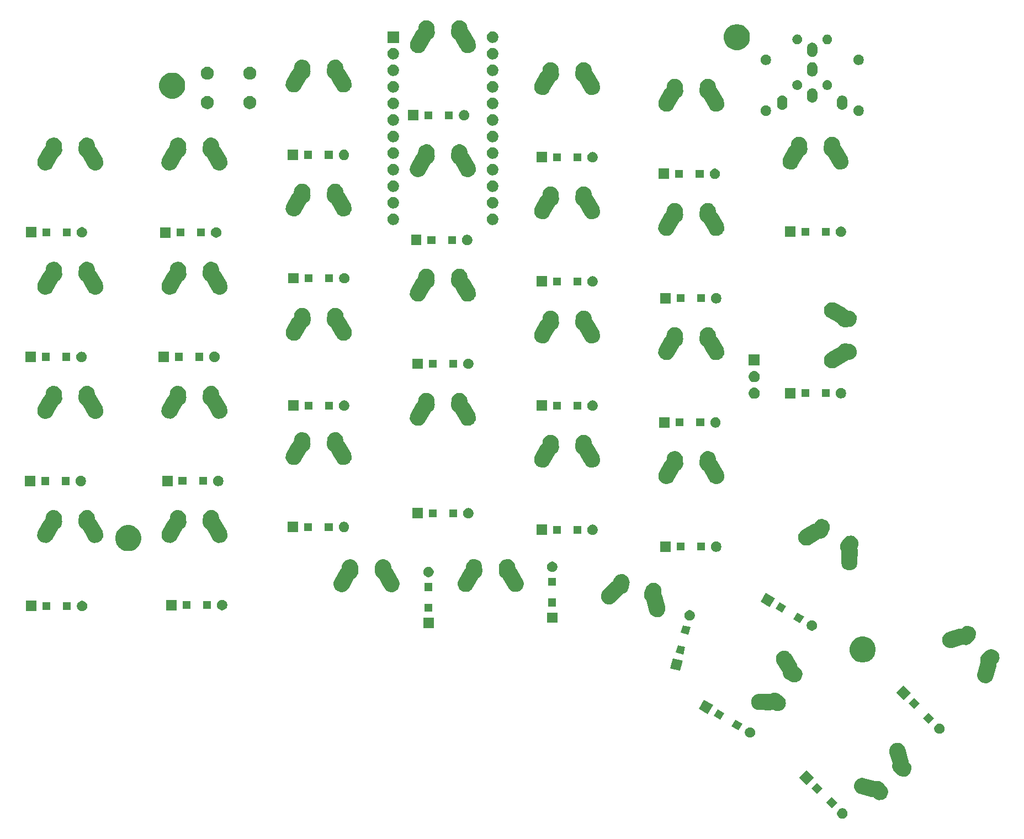
<source format=gbs>
G04 #@! TF.GenerationSoftware,KiCad,Pcbnew,(5.0.2-5-10.14)*
G04 #@! TF.CreationDate,2020-12-04T11:41:37+07:00*
G04 #@! TF.ProjectId,ki-redox,6b692d72-6564-46f7-982e-6b696361645f,1.0*
G04 #@! TF.SameCoordinates,Original*
G04 #@! TF.FileFunction,Soldermask,Bot*
G04 #@! TF.FilePolarity,Negative*
%FSLAX46Y46*%
G04 Gerber Fmt 4.6, Leading zero omitted, Abs format (unit mm)*
G04 Created by KiCad (PCBNEW (5.0.2-5-10.14)) date 2020 December 04, Friday 11:41:37*
%MOMM*%
%LPD*%
G01*
G04 APERTURE LIST*
%ADD10C,0.100000*%
G04 APERTURE END LIST*
D10*
G36*
X212627375Y-170374766D02*
X212772964Y-170435071D01*
X212903996Y-170522624D01*
X213015422Y-170634050D01*
X213102975Y-170765082D01*
X213163280Y-170910671D01*
X213194023Y-171065228D01*
X213194023Y-171222818D01*
X213163280Y-171377375D01*
X213102975Y-171522964D01*
X213015422Y-171653996D01*
X212903996Y-171765422D01*
X212772964Y-171852975D01*
X212627375Y-171913280D01*
X212472818Y-171944023D01*
X212315228Y-171944023D01*
X212160671Y-171913280D01*
X212015082Y-171852975D01*
X211884050Y-171765422D01*
X211772624Y-171653996D01*
X211685071Y-171522964D01*
X211624766Y-171377375D01*
X211594023Y-171222818D01*
X211594023Y-171065228D01*
X211624766Y-170910671D01*
X211685071Y-170765082D01*
X211772624Y-170634050D01*
X211884050Y-170522624D01*
X212015082Y-170435071D01*
X212160671Y-170374766D01*
X212315228Y-170344023D01*
X212472818Y-170344023D01*
X212627375Y-170374766D01*
X212627375Y-170374766D01*
G37*
G36*
X211598529Y-169500000D02*
X210750000Y-170348529D01*
X209901471Y-169500000D01*
X210750000Y-168651471D01*
X211598529Y-169500000D01*
X211598529Y-169500000D01*
G37*
G36*
X215736139Y-165721729D02*
X215736144Y-165721730D01*
X217377507Y-166190834D01*
X217401608Y-166195225D01*
X217426109Y-166194829D01*
X217439913Y-166192454D01*
X217603805Y-166154691D01*
X217849918Y-166147279D01*
X217849921Y-166147279D01*
X218092755Y-166188024D01*
X218322974Y-166275361D01*
X218322975Y-166275362D01*
X218322976Y-166275362D01*
X218531729Y-166405931D01*
X218666081Y-166532427D01*
X219128089Y-167062036D01*
X219235180Y-167212309D01*
X219235180Y-167212310D01*
X219336213Y-167436854D01*
X219391498Y-167676796D01*
X219398910Y-167922913D01*
X219358165Y-168165747D01*
X219285481Y-168357343D01*
X219270828Y-168395968D01*
X219140256Y-168604723D01*
X218971468Y-168783995D01*
X218770949Y-168926891D01*
X218770946Y-168926893D01*
X218546400Y-169027926D01*
X218306459Y-169083211D01*
X218165821Y-169087446D01*
X218060345Y-169090623D01*
X218060342Y-169090623D01*
X217817508Y-169049878D01*
X217587290Y-168962542D01*
X217587288Y-168962541D01*
X217378535Y-168831971D01*
X217300597Y-168758590D01*
X217244185Y-168705477D01*
X217231646Y-168691104D01*
X217213811Y-168674312D01*
X217193036Y-168661317D01*
X217170125Y-168652626D01*
X217135440Y-168648297D01*
X216954476Y-168651219D01*
X216954474Y-168651219D01*
X216772942Y-168618147D01*
X216772941Y-168618147D01*
X216772937Y-168618146D01*
X215049148Y-168125484D01*
X214973232Y-168095465D01*
X214877548Y-168057629D01*
X214670636Y-167924156D01*
X214493741Y-167752881D01*
X214493739Y-167752879D01*
X214353655Y-167550383D01*
X214255767Y-167324448D01*
X214203838Y-167083758D01*
X214199863Y-166837563D01*
X214243995Y-166595321D01*
X214283224Y-166496115D01*
X214334539Y-166366342D01*
X214468012Y-166159430D01*
X214639287Y-165982535D01*
X214639289Y-165982533D01*
X214841785Y-165842449D01*
X215067720Y-165744561D01*
X215308410Y-165692632D01*
X215554605Y-165688657D01*
X215554607Y-165688657D01*
X215736139Y-165721729D01*
X215736139Y-165721729D01*
G37*
G36*
X209371143Y-167272614D02*
X208522614Y-168121143D01*
X207674085Y-167272614D01*
X208522614Y-166424085D01*
X209371143Y-167272614D01*
X209371143Y-167272614D01*
G37*
G36*
X208009963Y-165628591D02*
X206878591Y-166759963D01*
X205747219Y-165628591D01*
X206878591Y-164497219D01*
X208009963Y-165628591D01*
X208009963Y-165628591D01*
G37*
G36*
X220983758Y-160303838D02*
X221224448Y-160355767D01*
X221450383Y-160453655D01*
X221652879Y-160593739D01*
X221652881Y-160593741D01*
X221824156Y-160770636D01*
X221957629Y-160977548D01*
X221995465Y-161073232D01*
X222025484Y-161149148D01*
X222518146Y-162872937D01*
X222518147Y-162872942D01*
X222551219Y-163054474D01*
X222548297Y-163235438D01*
X222550305Y-163259860D01*
X222557039Y-163283421D01*
X222568240Y-163305215D01*
X222591105Y-163331648D01*
X222605477Y-163344185D01*
X222658590Y-163400597D01*
X222731971Y-163478535D01*
X222862541Y-163687288D01*
X222862542Y-163687290D01*
X222949878Y-163917508D01*
X222990623Y-164160342D01*
X222983211Y-164406459D01*
X222927926Y-164646400D01*
X222826893Y-164870946D01*
X222826891Y-164870948D01*
X222826891Y-164870949D01*
X222683995Y-165071468D01*
X222504723Y-165240256D01*
X222295968Y-165370828D01*
X222295964Y-165370829D01*
X222295965Y-165370829D01*
X222065747Y-165458165D01*
X221822913Y-165498910D01*
X221822909Y-165498910D01*
X221699855Y-165495204D01*
X221576796Y-165491498D01*
X221336854Y-165436213D01*
X221181990Y-165366532D01*
X221112309Y-165335180D01*
X220962036Y-165228089D01*
X220432427Y-164766081D01*
X220305931Y-164631729D01*
X220175362Y-164422976D01*
X220175361Y-164422974D01*
X220088024Y-164192755D01*
X220047279Y-163949921D01*
X220054691Y-163703805D01*
X220092453Y-163539914D01*
X220095588Y-163515613D01*
X220093922Y-163491165D01*
X220090836Y-163477513D01*
X219621730Y-161836144D01*
X219588657Y-161654605D01*
X219592632Y-161408410D01*
X219644561Y-161167720D01*
X219742449Y-160941785D01*
X219882533Y-160739289D01*
X219882535Y-160739287D01*
X220059430Y-160568012D01*
X220266342Y-160434539D01*
X220396115Y-160383224D01*
X220495321Y-160343995D01*
X220662899Y-160313465D01*
X220737561Y-160299863D01*
X220737563Y-160299863D01*
X220983758Y-160303838D01*
X220983758Y-160303838D01*
G37*
G36*
X198469120Y-157950743D02*
X198614709Y-158011048D01*
X198745741Y-158098601D01*
X198857167Y-158210027D01*
X198944720Y-158341059D01*
X199005025Y-158486648D01*
X199035768Y-158641205D01*
X199035768Y-158798795D01*
X199005025Y-158953352D01*
X198944720Y-159098941D01*
X198857167Y-159229973D01*
X198745741Y-159341399D01*
X198614709Y-159428952D01*
X198469120Y-159489257D01*
X198314563Y-159520000D01*
X198156973Y-159520000D01*
X198002416Y-159489257D01*
X197856827Y-159428952D01*
X197725795Y-159341399D01*
X197614369Y-159229973D01*
X197526816Y-159098941D01*
X197466511Y-158953352D01*
X197435768Y-158798795D01*
X197435768Y-158641205D01*
X197466511Y-158486648D01*
X197526816Y-158341059D01*
X197614369Y-158210027D01*
X197725795Y-158098601D01*
X197856827Y-158011048D01*
X198002416Y-157950743D01*
X198156973Y-157920000D01*
X198314563Y-157920000D01*
X198469120Y-157950743D01*
X198469120Y-157950743D01*
G37*
G36*
X227521880Y-157359271D02*
X227667469Y-157419576D01*
X227798501Y-157507129D01*
X227909927Y-157618555D01*
X227997480Y-157749587D01*
X228057785Y-157895176D01*
X228088528Y-158049733D01*
X228088528Y-158207323D01*
X228057785Y-158361880D01*
X227997480Y-158507469D01*
X227909927Y-158638501D01*
X227798501Y-158749927D01*
X227667469Y-158837480D01*
X227521880Y-158897785D01*
X227367323Y-158928528D01*
X227209733Y-158928528D01*
X227055176Y-158897785D01*
X226909587Y-158837480D01*
X226778555Y-158749927D01*
X226667129Y-158638501D01*
X226579576Y-158507469D01*
X226519271Y-158361880D01*
X226488528Y-158207323D01*
X226488528Y-158049733D01*
X226519271Y-157895176D01*
X226579576Y-157749587D01*
X226667129Y-157618555D01*
X226778555Y-157507129D01*
X226909587Y-157419576D01*
X227055176Y-157359271D01*
X227209733Y-157328528D01*
X227367323Y-157328528D01*
X227521880Y-157359271D01*
X227521880Y-157359271D01*
G37*
G36*
X197041874Y-157337885D02*
X196441874Y-158377115D01*
X195402644Y-157777115D01*
X196002644Y-156737885D01*
X197041874Y-157337885D01*
X197041874Y-157337885D01*
G37*
G36*
X226493034Y-156484505D02*
X225644505Y-157333034D01*
X224795976Y-156484505D01*
X225644505Y-155635976D01*
X226493034Y-156484505D01*
X226493034Y-156484505D01*
G37*
G36*
X194313894Y-155762885D02*
X193713894Y-156802115D01*
X192674664Y-156202115D01*
X193274664Y-155162885D01*
X194313894Y-155762885D01*
X194313894Y-155762885D01*
G37*
G36*
X192573590Y-154527180D02*
X191773590Y-155912820D01*
X190387950Y-155112820D01*
X191187950Y-153727180D01*
X192573590Y-154527180D01*
X192573590Y-154527180D01*
G37*
G36*
X202207808Y-152630526D02*
X202245825Y-152634370D01*
X202481259Y-152706463D01*
X202481261Y-152706464D01*
X202643771Y-152793874D01*
X203227113Y-153185863D01*
X203227120Y-153185868D01*
X203369448Y-153303298D01*
X203525153Y-153494041D01*
X203525154Y-153494043D01*
X203640657Y-153711500D01*
X203711516Y-153947312D01*
X203735010Y-154192417D01*
X203716890Y-154371577D01*
X203710234Y-154437399D01*
X203638143Y-154672830D01*
X203521501Y-154889686D01*
X203364798Y-155079612D01*
X203174055Y-155235317D01*
X203174053Y-155235318D01*
X202956596Y-155350821D01*
X202775271Y-155405307D01*
X202720785Y-155421680D01*
X202709575Y-155422754D01*
X202475679Y-155445174D01*
X202230700Y-155420398D01*
X202216890Y-155416169D01*
X201995262Y-155348306D01*
X201832759Y-155260898D01*
X201816925Y-155250258D01*
X201795344Y-155238651D01*
X201771913Y-155231477D01*
X201747533Y-155229011D01*
X201712912Y-155233808D01*
X201538871Y-155283467D01*
X201417174Y-155293418D01*
X201354960Y-155298506D01*
X199638883Y-155270050D01*
X199562394Y-155268782D01*
X199379086Y-155247653D01*
X199144673Y-155172279D01*
X198978012Y-155079611D01*
X198929476Y-155052624D01*
X198741755Y-154893284D01*
X198588726Y-154700383D01*
X198476272Y-154481335D01*
X198428268Y-154313094D01*
X198408711Y-154244554D01*
X198388643Y-153999149D01*
X198416837Y-153754540D01*
X198492211Y-153520127D01*
X198611867Y-153304929D01*
X198771204Y-153117211D01*
X198771206Y-153117209D01*
X198964107Y-152964180D01*
X199183155Y-152851726D01*
X199419936Y-152784165D01*
X199534238Y-152774818D01*
X199603846Y-152769126D01*
X201310693Y-152797429D01*
X201335111Y-152795432D01*
X201358675Y-152788708D01*
X201371393Y-152782842D01*
X201519928Y-152703947D01*
X201755740Y-152633088D01*
X202000845Y-152609595D01*
X202207808Y-152630526D01*
X202207808Y-152630526D01*
G37*
G36*
X224265648Y-154257119D02*
X223417119Y-155105648D01*
X222568590Y-154257119D01*
X223417119Y-153408590D01*
X224265648Y-154257119D01*
X224265648Y-154257119D01*
G37*
G36*
X222904468Y-152613096D02*
X221773096Y-153744468D01*
X220641724Y-152613096D01*
X221773096Y-151481724D01*
X222904468Y-152613096D01*
X222904468Y-152613096D01*
G37*
G36*
X235565747Y-145991835D02*
X235768035Y-146068575D01*
X235795968Y-146079172D01*
X236004723Y-146209744D01*
X236183995Y-146378532D01*
X236324974Y-146576361D01*
X236326893Y-146579054D01*
X236427926Y-146803600D01*
X236483211Y-147043541D01*
X236484457Y-147084913D01*
X236490180Y-147274929D01*
X236490623Y-147289658D01*
X236449878Y-147532492D01*
X236375927Y-147727426D01*
X236362541Y-147762712D01*
X236231971Y-147971465D01*
X236205104Y-148000000D01*
X236105477Y-148105815D01*
X236091104Y-148118354D01*
X236074312Y-148136189D01*
X236061317Y-148156964D01*
X236052626Y-148179875D01*
X236048297Y-148214560D01*
X236051219Y-148395524D01*
X236018146Y-148577063D01*
X235525484Y-150300852D01*
X235508904Y-150342781D01*
X235457629Y-150472452D01*
X235324156Y-150679364D01*
X235152881Y-150856259D01*
X235152879Y-150856261D01*
X234950383Y-150996345D01*
X234724448Y-151094233D01*
X234483758Y-151146162D01*
X234237563Y-151150137D01*
X234237561Y-151150137D01*
X234162899Y-151136535D01*
X233995321Y-151106005D01*
X233896115Y-151066776D01*
X233766342Y-151015461D01*
X233559430Y-150881988D01*
X233382535Y-150710713D01*
X233382533Y-150710711D01*
X233242449Y-150508215D01*
X233144561Y-150282280D01*
X233092632Y-150041590D01*
X233088657Y-149795395D01*
X233121730Y-149613856D01*
X233590834Y-147972493D01*
X233595225Y-147948392D01*
X233594829Y-147923891D01*
X233592453Y-147910084D01*
X233587841Y-147890066D01*
X233554691Y-147746195D01*
X233547279Y-147500079D01*
X233588024Y-147257245D01*
X233675361Y-147027026D01*
X233725193Y-146947355D01*
X233805931Y-146818271D01*
X233932427Y-146683919D01*
X234462036Y-146221911D01*
X234612309Y-146114820D01*
X234691539Y-146079171D01*
X234836854Y-146013787D01*
X235076796Y-145958502D01*
X235199854Y-145954796D01*
X235322909Y-145951090D01*
X235322913Y-145951090D01*
X235565747Y-145991835D01*
X235565747Y-145991835D01*
G37*
G36*
X203759900Y-146201602D02*
X203991753Y-146284503D01*
X204148709Y-146378533D01*
X204202976Y-146411043D01*
X204385457Y-146576361D01*
X204390663Y-146583378D01*
X204495411Y-146724550D01*
X204834291Y-147289658D01*
X205417436Y-148262094D01*
X205496367Y-148428887D01*
X205540381Y-148604436D01*
X205548641Y-148627506D01*
X205561243Y-148648521D01*
X205577703Y-148666674D01*
X205606637Y-148686291D01*
X205623758Y-148694678D01*
X205780712Y-148791710D01*
X205852717Y-148858797D01*
X205960865Y-148959558D01*
X206104811Y-149159328D01*
X206207018Y-149383342D01*
X206263559Y-149622989D01*
X206266361Y-149702241D01*
X206272260Y-149869066D01*
X206232787Y-150112107D01*
X206146657Y-150342781D01*
X206017178Y-150552220D01*
X205869510Y-150710713D01*
X205849330Y-150732372D01*
X205649561Y-150876319D01*
X205478989Y-150954143D01*
X205425548Y-150978526D01*
X205379800Y-150989319D01*
X205185898Y-151035067D01*
X205058351Y-151039576D01*
X204939822Y-151043768D01*
X204696780Y-151004295D01*
X204523910Y-150939747D01*
X203892771Y-150630556D01*
X203735812Y-150533522D01*
X203555660Y-150365674D01*
X203508956Y-150300858D01*
X203411713Y-150165905D01*
X203309506Y-149941891D01*
X203252966Y-149702242D01*
X203247023Y-149534159D01*
X203243761Y-149509875D01*
X203235824Y-149486692D01*
X203229303Y-149474292D01*
X202351370Y-148010273D01*
X202303958Y-147910084D01*
X202272439Y-147843481D01*
X202212558Y-147604645D01*
X202200423Y-147358717D01*
X202236499Y-147115145D01*
X202319400Y-146883292D01*
X202445941Y-146672068D01*
X202611258Y-146489588D01*
X202808999Y-146342867D01*
X203031564Y-146237542D01*
X203193334Y-146196983D01*
X203270399Y-146177661D01*
X203281963Y-146177090D01*
X203516328Y-146165526D01*
X203759900Y-146201602D01*
X203759900Y-146201602D01*
G37*
G36*
X186464570Y-147334657D02*
X187930402Y-147727425D01*
X187930402Y-147727426D01*
X187861081Y-147986136D01*
X187516292Y-149272907D01*
X187516291Y-149272907D01*
X187084549Y-149157222D01*
X185970810Y-148858797D01*
X186384920Y-147313315D01*
X186384921Y-147313315D01*
X186464570Y-147334657D01*
X186464570Y-147334657D01*
G37*
G36*
X216083378Y-144076859D02*
X216447354Y-144227622D01*
X216774929Y-144446501D01*
X217053499Y-144725071D01*
X217272378Y-145052646D01*
X217423141Y-145416622D01*
X217500000Y-145803016D01*
X217500000Y-146196984D01*
X217423141Y-146583378D01*
X217272378Y-146947354D01*
X217053499Y-147274929D01*
X216774929Y-147553499D01*
X216447354Y-147772378D01*
X216083378Y-147923141D01*
X215696984Y-148000000D01*
X215303016Y-148000000D01*
X214916622Y-147923141D01*
X214552646Y-147772378D01*
X214225071Y-147553499D01*
X213946501Y-147274929D01*
X213727622Y-146947354D01*
X213576859Y-146583378D01*
X213500000Y-146196984D01*
X213500000Y-145803016D01*
X213576859Y-145416622D01*
X213727622Y-145052646D01*
X213946501Y-144725071D01*
X214225071Y-144446501D01*
X214552646Y-144227622D01*
X214916622Y-144076859D01*
X215303016Y-144000000D01*
X215696984Y-144000000D01*
X216083378Y-144076859D01*
X216083378Y-144076859D01*
G37*
G36*
X188287207Y-145623069D02*
X187976624Y-146782180D01*
X186817513Y-146471597D01*
X187128096Y-145312486D01*
X188287207Y-145623069D01*
X188287207Y-145623069D01*
G37*
G36*
X231665821Y-142362554D02*
X231806459Y-142366789D01*
X232046400Y-142422074D01*
X232270946Y-142523107D01*
X232270948Y-142523109D01*
X232270949Y-142523109D01*
X232471468Y-142666005D01*
X232640256Y-142845277D01*
X232770828Y-143054032D01*
X232770829Y-143054035D01*
X232858165Y-143284253D01*
X232898910Y-143527087D01*
X232891498Y-143773204D01*
X232836213Y-144013146D01*
X232766532Y-144168010D01*
X232735180Y-144237691D01*
X232628089Y-144387964D01*
X232166081Y-144917573D01*
X232031729Y-145044069D01*
X231833982Y-145167754D01*
X231822974Y-145174639D01*
X231592755Y-145261976D01*
X231349921Y-145302721D01*
X231349918Y-145302721D01*
X231103805Y-145295309D01*
X231083233Y-145290569D01*
X230939914Y-145257547D01*
X230915613Y-145254412D01*
X230891165Y-145256078D01*
X230877513Y-145259164D01*
X229236144Y-145728270D01*
X229236140Y-145728271D01*
X229236139Y-145728271D01*
X229054607Y-145761343D01*
X229054605Y-145761343D01*
X228808410Y-145757368D01*
X228567720Y-145705439D01*
X228341785Y-145607551D01*
X228139289Y-145467467D01*
X228139287Y-145467465D01*
X227968012Y-145290570D01*
X227834539Y-145083658D01*
X227783224Y-144953885D01*
X227743995Y-144854679D01*
X227699863Y-144612437D01*
X227703838Y-144366242D01*
X227755767Y-144125552D01*
X227853655Y-143899617D01*
X227993739Y-143697121D01*
X227993741Y-143697119D01*
X228170636Y-143525844D01*
X228377548Y-143392371D01*
X228473232Y-143354535D01*
X228549148Y-143324516D01*
X230272937Y-142831854D01*
X230272942Y-142831853D01*
X230454474Y-142798781D01*
X230454476Y-142798781D01*
X230635441Y-142801703D01*
X230659860Y-142799695D01*
X230683421Y-142792961D01*
X230705215Y-142781760D01*
X230731648Y-142758895D01*
X230744185Y-142744523D01*
X230802095Y-142690000D01*
X230878535Y-142618029D01*
X231087288Y-142487459D01*
X231087289Y-142487459D01*
X231087290Y-142487458D01*
X231317508Y-142400122D01*
X231560342Y-142359377D01*
X231560345Y-142359377D01*
X231665821Y-142362554D01*
X231665821Y-142362554D01*
G37*
G36*
X189102487Y-142580403D02*
X188791904Y-143739514D01*
X187632793Y-143428931D01*
X187943376Y-142269820D01*
X189102487Y-142580403D01*
X189102487Y-142580403D01*
G37*
G36*
X207949120Y-141530743D02*
X208094709Y-141591048D01*
X208225741Y-141678601D01*
X208337167Y-141790027D01*
X208424720Y-141921059D01*
X208485025Y-142066648D01*
X208515768Y-142221205D01*
X208515768Y-142378795D01*
X208485025Y-142533352D01*
X208424720Y-142678941D01*
X208337167Y-142809973D01*
X208225741Y-142921399D01*
X208094709Y-143008952D01*
X207949120Y-143069257D01*
X207794563Y-143100000D01*
X207636973Y-143100000D01*
X207482416Y-143069257D01*
X207336827Y-143008952D01*
X207205795Y-142921399D01*
X207094369Y-142809973D01*
X207006816Y-142678941D01*
X206946511Y-142533352D01*
X206915768Y-142378795D01*
X206915768Y-142221205D01*
X206946511Y-142066648D01*
X207006816Y-141921059D01*
X207094369Y-141790027D01*
X207205795Y-141678601D01*
X207336827Y-141591048D01*
X207482416Y-141530743D01*
X207636973Y-141500000D01*
X207794563Y-141500000D01*
X207949120Y-141530743D01*
X207949120Y-141530743D01*
G37*
G36*
X149710000Y-142690000D02*
X148110000Y-142690000D01*
X148110000Y-141090000D01*
X149710000Y-141090000D01*
X149710000Y-142690000D01*
X149710000Y-142690000D01*
G37*
G36*
X206521874Y-140917885D02*
X205921874Y-141957115D01*
X204882644Y-141357115D01*
X205482644Y-140317885D01*
X206521874Y-140917885D01*
X206521874Y-140917885D01*
G37*
G36*
X168690000Y-141910000D02*
X167090000Y-141910000D01*
X167090000Y-140310000D01*
X168690000Y-140310000D01*
X168690000Y-141910000D01*
X168690000Y-141910000D01*
G37*
G36*
X189202746Y-139989632D02*
X189348335Y-140049937D01*
X189479367Y-140137490D01*
X189590793Y-140248916D01*
X189678346Y-140379948D01*
X189738651Y-140525537D01*
X189769394Y-140680094D01*
X189769394Y-140837684D01*
X189738651Y-140992241D01*
X189678346Y-141137830D01*
X189590793Y-141268862D01*
X189479367Y-141380288D01*
X189348335Y-141467841D01*
X189202746Y-141528146D01*
X189048189Y-141558889D01*
X188890599Y-141558889D01*
X188736042Y-141528146D01*
X188590453Y-141467841D01*
X188459421Y-141380288D01*
X188347995Y-141268862D01*
X188260442Y-141137830D01*
X188200137Y-140992241D01*
X188169394Y-140837684D01*
X188169394Y-140680094D01*
X188200137Y-140525537D01*
X188260442Y-140379948D01*
X188347995Y-140248916D01*
X188459421Y-140137490D01*
X188590453Y-140049937D01*
X188736042Y-139989632D01*
X188890599Y-139958889D01*
X189048189Y-139958889D01*
X189202746Y-139989632D01*
X189202746Y-139989632D01*
G37*
G36*
X183585017Y-135756206D02*
X183824667Y-135812746D01*
X183824668Y-135812747D01*
X183824670Y-135812747D01*
X183943154Y-135866806D01*
X184048681Y-135914953D01*
X184248451Y-136058899D01*
X184416299Y-136239052D01*
X184545777Y-136448490D01*
X184631908Y-136679163D01*
X184642983Y-136747352D01*
X184671381Y-136922204D01*
X184662680Y-137168281D01*
X184620308Y-137347878D01*
X184614133Y-137365915D01*
X184608506Y-137389764D01*
X184607641Y-137414253D01*
X184611569Y-137438441D01*
X184625164Y-137470642D01*
X184718175Y-137625899D01*
X184780298Y-137799641D01*
X184780300Y-137799650D01*
X184780301Y-137799652D01*
X185181637Y-139403352D01*
X185215542Y-139538836D01*
X185242576Y-139721362D01*
X185230441Y-139967293D01*
X185170560Y-140206126D01*
X185065235Y-140428693D01*
X184993377Y-140525537D01*
X184918514Y-140626433D01*
X184751721Y-140777539D01*
X184736034Y-140791751D01*
X184524811Y-140918290D01*
X184292957Y-141001193D01*
X184049386Y-141037269D01*
X183803457Y-141025134D01*
X183701155Y-140999484D01*
X183564621Y-140965253D01*
X183342056Y-140859928D01*
X183144315Y-140713207D01*
X183061657Y-140621967D01*
X182978998Y-140530728D01*
X182852457Y-140319501D01*
X182790332Y-140145757D01*
X182711305Y-139829970D01*
X182375905Y-138489742D01*
X182367655Y-138466670D01*
X182355062Y-138445649D01*
X182346102Y-138434881D01*
X182285653Y-138370000D01*
X182231452Y-138311826D01*
X182101975Y-138102389D01*
X182015844Y-137871716D01*
X181976371Y-137628672D01*
X181981041Y-137496594D01*
X181985071Y-137382599D01*
X182006871Y-137290202D01*
X182027443Y-137203003D01*
X182235404Y-136595599D01*
X182255097Y-136538080D01*
X182331690Y-136370207D01*
X182429115Y-136235000D01*
X182475637Y-136170436D01*
X182655790Y-136002587D01*
X182865227Y-135873109D01*
X183095900Y-135786979D01*
X183220906Y-135766676D01*
X183338942Y-135747505D01*
X183338943Y-135747505D01*
X183585017Y-135756206D01*
X183585017Y-135756206D01*
G37*
G36*
X203793894Y-139342885D02*
X203193894Y-140382115D01*
X202154664Y-139782115D01*
X202754664Y-138742885D01*
X203793894Y-139342885D01*
X203793894Y-139342885D01*
G37*
G36*
X149510000Y-140165000D02*
X148310000Y-140165000D01*
X148310000Y-138965000D01*
X149510000Y-138965000D01*
X149510000Y-140165000D01*
X149510000Y-140165000D01*
G37*
G36*
X88780000Y-140120000D02*
X87180000Y-140120000D01*
X87180000Y-138520000D01*
X88780000Y-138520000D01*
X88780000Y-140120000D01*
X88780000Y-140120000D01*
G37*
G36*
X96013352Y-138550743D02*
X96158941Y-138611048D01*
X96289973Y-138698601D01*
X96401399Y-138810027D01*
X96488952Y-138941059D01*
X96549257Y-139086648D01*
X96580000Y-139241205D01*
X96580000Y-139398795D01*
X96549257Y-139553352D01*
X96488952Y-139698941D01*
X96401399Y-139829973D01*
X96289973Y-139941399D01*
X96158941Y-140028952D01*
X96013352Y-140089257D01*
X95858795Y-140120000D01*
X95701205Y-140120000D01*
X95546648Y-140089257D01*
X95401059Y-140028952D01*
X95270027Y-139941399D01*
X95158601Y-139829973D01*
X95071048Y-139698941D01*
X95010743Y-139553352D01*
X94980000Y-139398795D01*
X94980000Y-139241205D01*
X95010743Y-139086648D01*
X95071048Y-138941059D01*
X95158601Y-138810027D01*
X95270027Y-138698601D01*
X95401059Y-138611048D01*
X95546648Y-138550743D01*
X95701205Y-138520000D01*
X95858795Y-138520000D01*
X96013352Y-138550743D01*
X96013352Y-138550743D01*
G37*
G36*
X110260000Y-139970000D02*
X108660000Y-139970000D01*
X108660000Y-138370000D01*
X110260000Y-138370000D01*
X110260000Y-139970000D01*
X110260000Y-139970000D01*
G37*
G36*
X117493352Y-138400743D02*
X117638941Y-138461048D01*
X117769973Y-138548601D01*
X117881399Y-138660027D01*
X117968952Y-138791059D01*
X118029257Y-138936648D01*
X118060000Y-139091205D01*
X118060000Y-139248795D01*
X118029257Y-139403352D01*
X117968952Y-139548941D01*
X117881399Y-139679973D01*
X117769973Y-139791399D01*
X117638941Y-139878952D01*
X117493352Y-139939257D01*
X117338795Y-139970000D01*
X117181205Y-139970000D01*
X117026648Y-139939257D01*
X116881059Y-139878952D01*
X116750027Y-139791399D01*
X116638601Y-139679973D01*
X116551048Y-139548941D01*
X116490743Y-139403352D01*
X116460000Y-139248795D01*
X116460000Y-139091205D01*
X116490743Y-138936648D01*
X116551048Y-138791059D01*
X116638601Y-138660027D01*
X116750027Y-138548601D01*
X116881059Y-138461048D01*
X117026648Y-138400743D01*
X117181205Y-138370000D01*
X117338795Y-138370000D01*
X117493352Y-138400743D01*
X117493352Y-138400743D01*
G37*
G36*
X90905000Y-139920000D02*
X89705000Y-139920000D01*
X89705000Y-138720000D01*
X90905000Y-138720000D01*
X90905000Y-139920000D01*
X90905000Y-139920000D01*
G37*
G36*
X94055000Y-139920000D02*
X92855000Y-139920000D01*
X92855000Y-138720000D01*
X94055000Y-138720000D01*
X94055000Y-139920000D01*
X94055000Y-139920000D01*
G37*
G36*
X112385000Y-139770000D02*
X111185000Y-139770000D01*
X111185000Y-138570000D01*
X112385000Y-138570000D01*
X112385000Y-139770000D01*
X112385000Y-139770000D01*
G37*
G36*
X115535000Y-139770000D02*
X114335000Y-139770000D01*
X114335000Y-138570000D01*
X115535000Y-138570000D01*
X115535000Y-139770000D01*
X115535000Y-139770000D01*
G37*
G36*
X202053590Y-138107180D02*
X201253590Y-139492820D01*
X199867950Y-138692820D01*
X200667950Y-137307180D01*
X202053590Y-138107180D01*
X202053590Y-138107180D01*
G37*
G36*
X168490000Y-139385000D02*
X167290000Y-139385000D01*
X167290000Y-138185000D01*
X168490000Y-138185000D01*
X168490000Y-139385000D01*
X168490000Y-139385000D01*
G37*
G36*
X178753258Y-134453866D02*
X178989067Y-134524724D01*
X179206527Y-134640227D01*
X179397270Y-134795932D01*
X179397271Y-134795933D01*
X179449316Y-134859013D01*
X179553976Y-134985862D01*
X179648568Y-135161721D01*
X179670615Y-135202710D01*
X179675926Y-135220054D01*
X179742708Y-135438146D01*
X179767484Y-135683128D01*
X179749879Y-135866806D01*
X179749878Y-135866811D01*
X179618181Y-136538084D01*
X179614571Y-136556481D01*
X179561471Y-136733192D01*
X179445968Y-136950652D01*
X179290263Y-137141395D01*
X179100333Y-137298101D01*
X178883608Y-137414674D01*
X178883485Y-137414740D01*
X178722669Y-137463983D01*
X178700055Y-137473420D01*
X178679716Y-137487087D01*
X178669436Y-137496584D01*
X177482519Y-138723527D01*
X177482514Y-138723531D01*
X177341837Y-138842940D01*
X177126642Y-138962592D01*
X177126638Y-138962594D01*
X176892230Y-139037967D01*
X176647621Y-139066161D01*
X176530635Y-139056594D01*
X176402214Y-139046093D01*
X176165434Y-138978532D01*
X175946386Y-138866077D01*
X175791095Y-138742885D01*
X175753482Y-138713047D01*
X175594145Y-138525329D01*
X175474491Y-138310131D01*
X175474491Y-138310130D01*
X175474489Y-138310127D01*
X175399116Y-138075719D01*
X175370922Y-137831110D01*
X175380489Y-137714124D01*
X175390990Y-137585703D01*
X175458551Y-137348923D01*
X175484643Y-137298100D01*
X175571006Y-137129875D01*
X175685687Y-136985312D01*
X176932202Y-135696761D01*
X176956812Y-135675872D01*
X177072884Y-135577348D01*
X177231059Y-135489400D01*
X177251205Y-135475450D01*
X177268243Y-135457838D01*
X177281517Y-135437241D01*
X177292977Y-135404216D01*
X177296648Y-135385502D01*
X177349749Y-135208790D01*
X177465252Y-134991330D01*
X177620957Y-134800587D01*
X177622939Y-134798952D01*
X177729054Y-134711399D01*
X177810883Y-134643884D01*
X177810885Y-134643883D01*
X177810886Y-134643882D01*
X178027735Y-134527242D01*
X178225596Y-134466655D01*
X178263171Y-134455149D01*
X178344831Y-134446890D01*
X178508150Y-134430373D01*
X178508152Y-134430373D01*
X178753258Y-134453866D01*
X178753258Y-134453866D01*
G37*
G36*
X137045964Y-132149944D02*
X137285905Y-132205229D01*
X137371089Y-132243557D01*
X137510451Y-132306263D01*
X137710972Y-132449162D01*
X137710974Y-132449164D01*
X137879760Y-132628433D01*
X138010332Y-132837188D01*
X138010333Y-132837191D01*
X138097670Y-133067410D01*
X138128205Y-133249392D01*
X138162863Y-133757790D01*
X138176006Y-133950585D01*
X138170452Y-134135016D01*
X138115167Y-134374957D01*
X138090232Y-134430373D01*
X138014133Y-134599503D01*
X137871234Y-134800024D01*
X137691962Y-134968813D01*
X137664706Y-134985861D01*
X137549375Y-135057998D01*
X137529973Y-135072966D01*
X137513865Y-135091432D01*
X137506387Y-135103276D01*
X136966547Y-136075172D01*
X136677470Y-136595608D01*
X136572496Y-136747351D01*
X136395594Y-136918632D01*
X136292215Y-136985318D01*
X136188684Y-137052103D01*
X135959707Y-137142646D01*
X135717465Y-137186778D01*
X135471270Y-137182803D01*
X135230580Y-137130874D01*
X135125792Y-137085474D01*
X135004644Y-137032986D01*
X134802150Y-136892903D01*
X134630869Y-136716001D01*
X134497399Y-136509092D01*
X134497398Y-136509091D01*
X134406855Y-136280114D01*
X134362723Y-136037872D01*
X134366698Y-135791677D01*
X134418627Y-135550987D01*
X134491985Y-135381669D01*
X135362525Y-133814401D01*
X135362530Y-133814392D01*
X135467504Y-133662649D01*
X135536419Y-133595924D01*
X135597535Y-133536749D01*
X135613380Y-133518065D01*
X135625279Y-133496644D01*
X135632770Y-133473312D01*
X135635291Y-133438447D01*
X135633994Y-133419423D01*
X135639548Y-133234984D01*
X135694833Y-132995043D01*
X135733161Y-132909859D01*
X135795867Y-132770497D01*
X135938766Y-132569976D01*
X135969815Y-132540743D01*
X136118037Y-132401188D01*
X136118038Y-132401187D01*
X136269801Y-132306263D01*
X136326792Y-132270616D01*
X136499144Y-132205232D01*
X136557014Y-132183278D01*
X136799848Y-132142533D01*
X136799851Y-132142533D01*
X137045964Y-132149944D01*
X137045964Y-132149944D01*
G37*
G36*
X142094319Y-132149944D02*
X142292985Y-132183278D01*
X142523208Y-132270616D01*
X142580199Y-132306263D01*
X142731962Y-132401187D01*
X142911234Y-132569976D01*
X143054133Y-132770497D01*
X143119314Y-132915360D01*
X143155167Y-132995043D01*
X143210452Y-133234984D01*
X143216006Y-133419423D01*
X143214709Y-133438446D01*
X143215446Y-133462939D01*
X143220947Y-133486818D01*
X143231002Y-133509165D01*
X143252469Y-133536754D01*
X143382496Y-133662649D01*
X143487470Y-133814392D01*
X143487475Y-133814401D01*
X144358015Y-135381668D01*
X144431373Y-135550986D01*
X144483302Y-135791676D01*
X144487277Y-136037873D01*
X144443145Y-136280114D01*
X144352602Y-136509091D01*
X144352601Y-136509092D01*
X144219131Y-136716001D01*
X144047850Y-136892903D01*
X143845356Y-137032986D01*
X143724208Y-137085474D01*
X143619420Y-137130874D01*
X143378730Y-137182803D01*
X143132534Y-137186778D01*
X142890292Y-137142646D01*
X142661315Y-137052103D01*
X142549771Y-136980149D01*
X142454406Y-136918632D01*
X142454405Y-136918631D01*
X142454402Y-136918629D01*
X142367603Y-136834587D01*
X142277504Y-136747351D01*
X142172530Y-136595608D01*
X141902888Y-136110161D01*
X141343615Y-135103278D01*
X141329674Y-135083127D01*
X141312069Y-135066082D01*
X141300627Y-135057999D01*
X141260656Y-135032998D01*
X141158038Y-134968813D01*
X140978766Y-134800024D01*
X140835867Y-134599503D01*
X140759768Y-134430373D01*
X140734833Y-134374957D01*
X140679548Y-134135016D01*
X140673994Y-133950586D01*
X140682898Y-133819973D01*
X140721795Y-133249392D01*
X140752330Y-133067410D01*
X140839667Y-132837191D01*
X140970239Y-132628434D01*
X141139028Y-132449162D01*
X141339549Y-132306263D01*
X141474340Y-132245615D01*
X141564090Y-132205232D01*
X141564094Y-132205231D01*
X141804036Y-132149946D01*
X141804037Y-132149946D01*
X141804041Y-132149945D01*
X142050150Y-132142533D01*
X142050152Y-132142533D01*
X142094319Y-132149944D01*
X142094319Y-132149944D01*
G37*
G36*
X161119319Y-132124944D02*
X161317985Y-132158278D01*
X161548208Y-132245616D01*
X161694463Y-132337095D01*
X161756962Y-132376187D01*
X161936234Y-132544976D01*
X162079133Y-132745497D01*
X162117184Y-132830066D01*
X162180167Y-132970043D01*
X162235452Y-133209984D01*
X162241006Y-133394423D01*
X162239709Y-133413446D01*
X162240446Y-133437939D01*
X162245947Y-133461818D01*
X162256002Y-133484165D01*
X162277469Y-133511754D01*
X162283987Y-133518065D01*
X162407496Y-133637649D01*
X162512470Y-133789392D01*
X162512475Y-133789401D01*
X163383015Y-135356668D01*
X163456373Y-135525986D01*
X163508302Y-135766676D01*
X163512277Y-136012873D01*
X163468145Y-136255114D01*
X163377602Y-136484091D01*
X163344233Y-136535819D01*
X163244131Y-136691001D01*
X163072850Y-136867903D01*
X162870356Y-137007986D01*
X162826213Y-137027111D01*
X162644420Y-137105874D01*
X162403730Y-137157803D01*
X162157534Y-137161778D01*
X161915292Y-137117646D01*
X161686315Y-137027103D01*
X161501886Y-136908133D01*
X161479406Y-136893632D01*
X161479405Y-136893631D01*
X161479402Y-136893629D01*
X161394061Y-136810998D01*
X161302504Y-136722351D01*
X161197530Y-136570608D01*
X161086217Y-136370206D01*
X160368615Y-135078278D01*
X160354674Y-135058127D01*
X160337069Y-135041082D01*
X160325627Y-135032999D01*
X160292532Y-135012298D01*
X160183038Y-134943813D01*
X160025974Y-134795933D01*
X160003768Y-134775026D01*
X160003766Y-134775024D01*
X159860867Y-134574503D01*
X159796016Y-134430373D01*
X159759833Y-134349957D01*
X159704548Y-134110016D01*
X159698994Y-133925586D01*
X159708279Y-133789392D01*
X159746795Y-133224392D01*
X159777330Y-133042410D01*
X159864667Y-132812191D01*
X159995239Y-132603434D01*
X160164028Y-132424162D01*
X160364549Y-132281263D01*
X160483434Y-132227772D01*
X160589090Y-132180232D01*
X160589094Y-132180231D01*
X160829036Y-132124946D01*
X160829037Y-132124946D01*
X160829041Y-132124945D01*
X161075150Y-132117533D01*
X161075152Y-132117533D01*
X161119319Y-132124944D01*
X161119319Y-132124944D01*
G37*
G36*
X156070964Y-132124944D02*
X156310905Y-132180229D01*
X156366471Y-132205231D01*
X156535451Y-132281263D01*
X156735972Y-132424162D01*
X156904761Y-132603434D01*
X156920397Y-132628433D01*
X157035332Y-132812188D01*
X157035333Y-132812191D01*
X157122670Y-133042410D01*
X157153205Y-133224392D01*
X157191721Y-133789392D01*
X157201006Y-133925585D01*
X157195452Y-134110016D01*
X157140167Y-134349957D01*
X157104314Y-134429640D01*
X157039133Y-134574503D01*
X156896234Y-134775024D01*
X156716962Y-134943813D01*
X156676997Y-134968810D01*
X156574375Y-135032998D01*
X156554973Y-135047966D01*
X156538865Y-135066432D01*
X156531387Y-135078276D01*
X156077759Y-135894961D01*
X155702470Y-136570608D01*
X155597496Y-136722351D01*
X155420594Y-136893632D01*
X155286473Y-136980149D01*
X155213684Y-137027103D01*
X154984707Y-137117646D01*
X154742465Y-137161778D01*
X154496270Y-137157803D01*
X154255580Y-137105874D01*
X154073787Y-137027111D01*
X154029644Y-137007986D01*
X153827150Y-136867903D01*
X153655869Y-136691001D01*
X153555766Y-136535819D01*
X153522398Y-136484091D01*
X153431855Y-136255114D01*
X153387723Y-136012872D01*
X153391698Y-135766677D01*
X153443627Y-135525987D01*
X153516985Y-135356669D01*
X154387525Y-133789401D01*
X154387530Y-133789392D01*
X154492504Y-133637649D01*
X154596710Y-133536754D01*
X154622535Y-133511749D01*
X154638380Y-133493065D01*
X154650279Y-133471644D01*
X154657770Y-133448312D01*
X154660291Y-133413447D01*
X154658994Y-133394423D01*
X154664548Y-133209984D01*
X154719833Y-132970043D01*
X154782816Y-132830066D01*
X154820867Y-132745497D01*
X154963766Y-132544976D01*
X155143038Y-132376187D01*
X155205537Y-132337096D01*
X155351792Y-132245616D01*
X155458247Y-132205231D01*
X155582014Y-132158278D01*
X155824848Y-132117533D01*
X155824851Y-132117533D01*
X156070964Y-132124944D01*
X156070964Y-132124944D01*
G37*
G36*
X149510000Y-137015000D02*
X148310000Y-137015000D01*
X148310000Y-135815000D01*
X149510000Y-135815000D01*
X149510000Y-137015000D01*
X149510000Y-137015000D01*
G37*
G36*
X168490000Y-136235000D02*
X167290000Y-136235000D01*
X167290000Y-135035000D01*
X168490000Y-135035000D01*
X168490000Y-136235000D01*
X168490000Y-136235000D01*
G37*
G36*
X149143352Y-133320743D02*
X149288941Y-133381048D01*
X149419973Y-133468601D01*
X149531399Y-133580027D01*
X149618952Y-133711059D01*
X149679257Y-133856648D01*
X149710000Y-134011205D01*
X149710000Y-134168795D01*
X149679257Y-134323352D01*
X149618952Y-134468941D01*
X149531399Y-134599973D01*
X149419973Y-134711399D01*
X149288941Y-134798952D01*
X149143352Y-134859257D01*
X148988795Y-134890000D01*
X148831205Y-134890000D01*
X148676648Y-134859257D01*
X148531059Y-134798952D01*
X148400027Y-134711399D01*
X148288601Y-134599973D01*
X148201048Y-134468941D01*
X148140743Y-134323352D01*
X148110000Y-134168795D01*
X148110000Y-134011205D01*
X148140743Y-133856648D01*
X148201048Y-133711059D01*
X148288601Y-133580027D01*
X148400027Y-133468601D01*
X148531059Y-133381048D01*
X148676648Y-133320743D01*
X148831205Y-133290000D01*
X148988795Y-133290000D01*
X149143352Y-133320743D01*
X149143352Y-133320743D01*
G37*
G36*
X168123352Y-132540743D02*
X168268941Y-132601048D01*
X168399973Y-132688601D01*
X168511399Y-132800027D01*
X168598952Y-132931059D01*
X168659257Y-133076648D01*
X168690000Y-133231205D01*
X168690000Y-133388795D01*
X168659257Y-133543352D01*
X168598952Y-133688941D01*
X168511399Y-133819973D01*
X168399973Y-133931399D01*
X168268941Y-134018952D01*
X168123352Y-134079257D01*
X167968795Y-134110000D01*
X167811205Y-134110000D01*
X167656648Y-134079257D01*
X167511059Y-134018952D01*
X167380027Y-133931399D01*
X167268601Y-133819973D01*
X167181048Y-133688941D01*
X167120743Y-133543352D01*
X167090000Y-133388795D01*
X167090000Y-133231205D01*
X167120743Y-133076648D01*
X167181048Y-132931059D01*
X167268601Y-132800027D01*
X167380027Y-132688601D01*
X167511059Y-132601048D01*
X167656648Y-132540743D01*
X167811205Y-132510000D01*
X167968795Y-132510000D01*
X168123352Y-132540743D01*
X168123352Y-132540743D01*
G37*
G36*
X213821577Y-128533110D02*
X213887399Y-128539766D01*
X214122830Y-128611857D01*
X214339686Y-128728499D01*
X214529612Y-128885202D01*
X214685317Y-129075945D01*
X214685318Y-129075947D01*
X214800821Y-129293404D01*
X214871680Y-129529216D01*
X214895174Y-129774321D01*
X214870398Y-130019300D01*
X214870397Y-130019303D01*
X214798306Y-130254738D01*
X214710898Y-130417241D01*
X214700258Y-130433075D01*
X214688651Y-130454656D01*
X214681477Y-130478087D01*
X214679011Y-130502467D01*
X214683808Y-130537088D01*
X214733467Y-130711129D01*
X214742369Y-130820000D01*
X214748506Y-130895040D01*
X214720732Y-132569976D01*
X214718782Y-132687606D01*
X214697653Y-132870914D01*
X214622279Y-133105327D01*
X214564087Y-133209984D01*
X214521880Y-133285893D01*
X214502623Y-133320525D01*
X214363724Y-133484165D01*
X214343284Y-133508245D01*
X214150383Y-133661274D01*
X213962382Y-133757789D01*
X213931335Y-133773728D01*
X213694554Y-133841289D01*
X213449149Y-133861357D01*
X213449148Y-133861357D01*
X213408303Y-133856649D01*
X213204540Y-133833163D01*
X212970127Y-133757789D01*
X212799020Y-133662649D01*
X212754930Y-133638134D01*
X212643266Y-133543352D01*
X212567211Y-133478796D01*
X212567209Y-133478794D01*
X212414180Y-133285893D01*
X212301726Y-133066845D01*
X212281238Y-132995042D01*
X212234165Y-132830064D01*
X212222516Y-132687603D01*
X212219126Y-132646154D01*
X212247429Y-130939307D01*
X212245432Y-130914889D01*
X212238708Y-130891325D01*
X212232840Y-130878603D01*
X212201713Y-130820000D01*
X212153947Y-130730072D01*
X212083088Y-130494260D01*
X212059595Y-130249155D01*
X212082840Y-130019303D01*
X212084370Y-130004175D01*
X212156463Y-129768741D01*
X212157149Y-129767465D01*
X212243874Y-129606229D01*
X212635863Y-129022887D01*
X212635865Y-129022885D01*
X212635868Y-129022880D01*
X212753298Y-128880552D01*
X212944041Y-128724847D01*
X213020618Y-128684173D01*
X213161500Y-128609343D01*
X213397312Y-128538484D01*
X213642417Y-128514990D01*
X213821577Y-128533110D01*
X213821577Y-128533110D01*
G37*
G36*
X193273352Y-129450743D02*
X193418941Y-129511048D01*
X193549973Y-129598601D01*
X193661399Y-129710027D01*
X193748952Y-129841059D01*
X193809257Y-129986648D01*
X193840000Y-130141205D01*
X193840000Y-130298795D01*
X193809257Y-130453352D01*
X193748952Y-130598941D01*
X193661399Y-130729973D01*
X193549973Y-130841399D01*
X193418941Y-130928952D01*
X193273352Y-130989257D01*
X193118795Y-131020000D01*
X192961205Y-131020000D01*
X192806648Y-130989257D01*
X192661059Y-130928952D01*
X192530027Y-130841399D01*
X192418601Y-130729973D01*
X192331048Y-130598941D01*
X192270743Y-130453352D01*
X192240000Y-130298795D01*
X192240000Y-130141205D01*
X192270743Y-129986648D01*
X192331048Y-129841059D01*
X192418601Y-129710027D01*
X192530027Y-129598601D01*
X192661059Y-129511048D01*
X192806648Y-129450743D01*
X192961205Y-129420000D01*
X193118795Y-129420000D01*
X193273352Y-129450743D01*
X193273352Y-129450743D01*
G37*
G36*
X186040000Y-131020000D02*
X184440000Y-131020000D01*
X184440000Y-129420000D01*
X186040000Y-129420000D01*
X186040000Y-131020000D01*
X186040000Y-131020000D01*
G37*
G36*
X103453378Y-126981859D02*
X103817354Y-127132622D01*
X104144929Y-127351501D01*
X104423499Y-127630071D01*
X104642378Y-127957646D01*
X104793141Y-128321622D01*
X104870000Y-128708016D01*
X104870000Y-129101984D01*
X104793141Y-129488378D01*
X104642378Y-129852354D01*
X104423499Y-130179929D01*
X104144929Y-130458499D01*
X103817354Y-130677378D01*
X103453378Y-130828141D01*
X103066984Y-130905000D01*
X102673016Y-130905000D01*
X102286622Y-130828141D01*
X101922646Y-130677378D01*
X101595071Y-130458499D01*
X101316501Y-130179929D01*
X101097622Y-129852354D01*
X100946859Y-129488378D01*
X100870000Y-129101984D01*
X100870000Y-128708016D01*
X100946859Y-128321622D01*
X101097622Y-127957646D01*
X101316501Y-127630071D01*
X101595071Y-127351501D01*
X101922646Y-127132622D01*
X102286622Y-126981859D01*
X102673016Y-126905000D01*
X103066984Y-126905000D01*
X103453378Y-126981859D01*
X103453378Y-126981859D01*
G37*
G36*
X191315000Y-130820000D02*
X190115000Y-130820000D01*
X190115000Y-129620000D01*
X191315000Y-129620000D01*
X191315000Y-130820000D01*
X191315000Y-130820000D01*
G37*
G36*
X188165000Y-130820000D02*
X186965000Y-130820000D01*
X186965000Y-129620000D01*
X188165000Y-129620000D01*
X188165000Y-130820000D01*
X188165000Y-130820000D01*
G37*
G36*
X209562107Y-126017213D02*
X209792781Y-126103343D01*
X210002220Y-126232822D01*
X210128963Y-126350909D01*
X210182372Y-126400670D01*
X210326319Y-126600439D01*
X210404143Y-126771011D01*
X210428526Y-126824452D01*
X210438268Y-126865743D01*
X210485067Y-127064102D01*
X210489574Y-127191566D01*
X210493768Y-127310178D01*
X210454295Y-127553220D01*
X210389747Y-127726090D01*
X210080556Y-128357229D01*
X209983522Y-128514188D01*
X209825147Y-128684173D01*
X209815674Y-128694340D01*
X209615905Y-128838287D01*
X209391891Y-128940494D01*
X209152242Y-128997034D01*
X208984159Y-129002977D01*
X208959875Y-129006239D01*
X208936692Y-129014176D01*
X208924292Y-129020697D01*
X207460273Y-129898630D01*
X207372412Y-129940208D01*
X207293481Y-129977561D01*
X207257237Y-129986648D01*
X207054646Y-130037442D01*
X207043082Y-130038013D01*
X206808717Y-130049577D01*
X206565145Y-130013501D01*
X206333292Y-129930600D01*
X206169067Y-129832215D01*
X206122069Y-129804060D01*
X205939588Y-129638742D01*
X205792867Y-129441001D01*
X205746443Y-129342901D01*
X205687542Y-129218436D01*
X205651817Y-129075945D01*
X205627661Y-128979601D01*
X205622088Y-128866651D01*
X205615526Y-128733672D01*
X205651602Y-128490100D01*
X205734503Y-128258247D01*
X205861044Y-128047023D01*
X205891014Y-128013942D01*
X206026361Y-127864543D01*
X206174549Y-127754590D01*
X206174550Y-127754589D01*
X207003671Y-127257387D01*
X207712094Y-126832564D01*
X207878887Y-126753633D01*
X208054436Y-126709619D01*
X208077506Y-126701359D01*
X208098521Y-126688757D01*
X208116674Y-126672297D01*
X208136291Y-126643363D01*
X208144678Y-126626242D01*
X208241710Y-126469288D01*
X208352004Y-126350909D01*
X208409558Y-126289135D01*
X208609328Y-126145189D01*
X208763156Y-126075004D01*
X208833341Y-126042982D01*
X208871756Y-126033919D01*
X209072989Y-125986441D01*
X209202670Y-125981856D01*
X209319066Y-125977740D01*
X209562107Y-126017213D01*
X209562107Y-126017213D01*
G37*
G36*
X115699319Y-124599944D02*
X115897985Y-124633278D01*
X116128208Y-124720616D01*
X116185199Y-124756263D01*
X116336962Y-124851187D01*
X116516234Y-125019976D01*
X116659133Y-125220497D01*
X116707661Y-125328351D01*
X116760167Y-125445043D01*
X116815452Y-125684984D01*
X116821006Y-125869423D01*
X116819709Y-125888446D01*
X116820446Y-125912939D01*
X116825947Y-125936818D01*
X116836002Y-125959165D01*
X116857469Y-125986754D01*
X116987496Y-126112649D01*
X117092470Y-126264392D01*
X117092475Y-126264401D01*
X117963015Y-127831668D01*
X118036373Y-128000986D01*
X118088302Y-128241676D01*
X118092277Y-128487873D01*
X118048145Y-128730114D01*
X117957602Y-128959091D01*
X117933126Y-128997034D01*
X117824131Y-129166001D01*
X117652850Y-129342903D01*
X117450356Y-129482986D01*
X117385583Y-129511049D01*
X117224420Y-129580874D01*
X116983730Y-129632803D01*
X116737534Y-129636778D01*
X116495292Y-129592646D01*
X116266315Y-129502103D01*
X116139038Y-129420000D01*
X116059406Y-129368632D01*
X116059405Y-129368631D01*
X116059402Y-129368629D01*
X115974061Y-129285998D01*
X115882504Y-129197351D01*
X115777530Y-129045608D01*
X115340189Y-128258246D01*
X114948615Y-127553278D01*
X114934674Y-127533127D01*
X114917069Y-127516082D01*
X114905627Y-127507999D01*
X114872532Y-127487298D01*
X114763038Y-127418813D01*
X114583766Y-127250024D01*
X114440867Y-127049503D01*
X114344352Y-126835000D01*
X114339833Y-126824957D01*
X114284548Y-126585016D01*
X114278994Y-126400586D01*
X114296405Y-126145189D01*
X114326795Y-125699392D01*
X114357330Y-125517410D01*
X114444667Y-125287191D01*
X114575239Y-125078434D01*
X114744028Y-124899162D01*
X114944549Y-124756263D01*
X115063434Y-124702772D01*
X115169090Y-124655232D01*
X115169094Y-124655231D01*
X115409036Y-124599946D01*
X115409037Y-124599946D01*
X115409041Y-124599945D01*
X115655150Y-124592533D01*
X115655152Y-124592533D01*
X115699319Y-124599944D01*
X115699319Y-124599944D01*
G37*
G36*
X110650964Y-124599944D02*
X110890905Y-124655229D01*
X110976089Y-124693557D01*
X111115451Y-124756263D01*
X111315972Y-124899162D01*
X111315974Y-124899164D01*
X111484760Y-125078433D01*
X111615332Y-125287188D01*
X111615333Y-125287191D01*
X111702670Y-125517410D01*
X111733205Y-125699392D01*
X111763595Y-126145189D01*
X111781006Y-126400585D01*
X111775452Y-126585016D01*
X111720167Y-126824957D01*
X111715648Y-126835000D01*
X111619133Y-127049503D01*
X111476234Y-127250024D01*
X111296962Y-127418813D01*
X111289705Y-127423352D01*
X111154375Y-127507998D01*
X111134973Y-127522966D01*
X111118865Y-127541432D01*
X111111387Y-127553276D01*
X110374150Y-128880553D01*
X110282470Y-129045608D01*
X110177496Y-129197351D01*
X110000594Y-129368632D01*
X109873303Y-129450743D01*
X109793684Y-129502103D01*
X109564707Y-129592646D01*
X109322465Y-129636778D01*
X109076270Y-129632803D01*
X108835580Y-129580874D01*
X108674417Y-129511049D01*
X108609644Y-129482986D01*
X108407150Y-129342903D01*
X108235869Y-129166001D01*
X108126874Y-128997034D01*
X108102398Y-128959091D01*
X108011855Y-128730114D01*
X107967723Y-128487872D01*
X107971698Y-128241677D01*
X108023627Y-128000987D01*
X108096985Y-127831669D01*
X108967525Y-126264401D01*
X108967530Y-126264392D01*
X109072504Y-126112649D01*
X109141419Y-126045924D01*
X109202535Y-125986749D01*
X109218380Y-125968065D01*
X109230279Y-125946644D01*
X109237770Y-125923312D01*
X109240291Y-125888447D01*
X109238994Y-125869423D01*
X109244548Y-125684984D01*
X109299833Y-125445043D01*
X109352339Y-125328351D01*
X109400867Y-125220497D01*
X109543766Y-125019976D01*
X109723038Y-124851187D01*
X109874801Y-124756263D01*
X109931792Y-124720616D01*
X110104144Y-124655232D01*
X110162014Y-124633278D01*
X110404848Y-124592533D01*
X110404851Y-124592533D01*
X110650964Y-124599944D01*
X110650964Y-124599944D01*
G37*
G36*
X96644319Y-124599944D02*
X96842985Y-124633278D01*
X97073208Y-124720616D01*
X97130199Y-124756263D01*
X97281962Y-124851187D01*
X97461234Y-125019976D01*
X97604133Y-125220497D01*
X97652661Y-125328351D01*
X97705167Y-125445043D01*
X97760452Y-125684984D01*
X97766006Y-125869423D01*
X97764709Y-125888446D01*
X97765446Y-125912939D01*
X97770947Y-125936818D01*
X97781002Y-125959165D01*
X97802469Y-125986754D01*
X97932496Y-126112649D01*
X98037470Y-126264392D01*
X98037475Y-126264401D01*
X98908015Y-127831668D01*
X98981373Y-128000986D01*
X99033302Y-128241676D01*
X99037277Y-128487873D01*
X98993145Y-128730114D01*
X98902602Y-128959091D01*
X98878126Y-128997034D01*
X98769131Y-129166001D01*
X98597850Y-129342903D01*
X98395356Y-129482986D01*
X98330583Y-129511049D01*
X98169420Y-129580874D01*
X97928730Y-129632803D01*
X97682534Y-129636778D01*
X97440292Y-129592646D01*
X97211315Y-129502103D01*
X97084038Y-129420000D01*
X97004406Y-129368632D01*
X97004405Y-129368631D01*
X97004402Y-129368629D01*
X96919061Y-129285998D01*
X96827504Y-129197351D01*
X96722530Y-129045608D01*
X96285189Y-128258246D01*
X95893615Y-127553278D01*
X95879674Y-127533127D01*
X95862069Y-127516082D01*
X95850627Y-127507999D01*
X95817532Y-127487298D01*
X95708038Y-127418813D01*
X95528766Y-127250024D01*
X95385867Y-127049503D01*
X95289352Y-126835000D01*
X95284833Y-126824957D01*
X95229548Y-126585016D01*
X95223994Y-126400586D01*
X95241405Y-126145189D01*
X95271795Y-125699392D01*
X95302330Y-125517410D01*
X95389667Y-125287191D01*
X95520239Y-125078434D01*
X95689028Y-124899162D01*
X95889549Y-124756263D01*
X96008434Y-124702772D01*
X96114090Y-124655232D01*
X96114094Y-124655231D01*
X96354036Y-124599946D01*
X96354037Y-124599946D01*
X96354041Y-124599945D01*
X96600150Y-124592533D01*
X96600152Y-124592533D01*
X96644319Y-124599944D01*
X96644319Y-124599944D01*
G37*
G36*
X91595964Y-124599944D02*
X91835905Y-124655229D01*
X91921089Y-124693557D01*
X92060451Y-124756263D01*
X92260972Y-124899162D01*
X92260974Y-124899164D01*
X92429760Y-125078433D01*
X92560332Y-125287188D01*
X92560333Y-125287191D01*
X92647670Y-125517410D01*
X92678205Y-125699392D01*
X92708595Y-126145189D01*
X92726006Y-126400585D01*
X92720452Y-126585016D01*
X92665167Y-126824957D01*
X92660648Y-126835000D01*
X92564133Y-127049503D01*
X92421234Y-127250024D01*
X92241962Y-127418813D01*
X92234705Y-127423352D01*
X92099375Y-127507998D01*
X92079973Y-127522966D01*
X92063865Y-127541432D01*
X92056387Y-127553276D01*
X91319150Y-128880553D01*
X91227470Y-129045608D01*
X91122496Y-129197351D01*
X90945594Y-129368632D01*
X90818303Y-129450743D01*
X90738684Y-129502103D01*
X90509707Y-129592646D01*
X90267465Y-129636778D01*
X90021270Y-129632803D01*
X89780580Y-129580874D01*
X89619417Y-129511049D01*
X89554644Y-129482986D01*
X89352150Y-129342903D01*
X89180869Y-129166001D01*
X89071874Y-128997034D01*
X89047398Y-128959091D01*
X88956855Y-128730114D01*
X88912723Y-128487872D01*
X88916698Y-128241677D01*
X88968627Y-128000987D01*
X89041985Y-127831669D01*
X89912525Y-126264401D01*
X89912530Y-126264392D01*
X90017504Y-126112649D01*
X90086419Y-126045924D01*
X90147535Y-125986749D01*
X90163380Y-125968065D01*
X90175279Y-125946644D01*
X90182770Y-125923312D01*
X90185291Y-125888447D01*
X90183994Y-125869423D01*
X90189548Y-125684984D01*
X90244833Y-125445043D01*
X90297339Y-125328351D01*
X90345867Y-125220497D01*
X90488766Y-125019976D01*
X90668038Y-124851187D01*
X90819801Y-124756263D01*
X90876792Y-124720616D01*
X91049144Y-124655232D01*
X91107014Y-124633278D01*
X91349848Y-124592533D01*
X91349851Y-124592533D01*
X91595964Y-124599944D01*
X91595964Y-124599944D01*
G37*
G36*
X174313352Y-126865743D02*
X174458941Y-126926048D01*
X174589973Y-127013601D01*
X174701399Y-127125027D01*
X174788952Y-127256059D01*
X174849257Y-127401648D01*
X174880000Y-127556205D01*
X174880000Y-127713795D01*
X174849257Y-127868352D01*
X174788952Y-128013941D01*
X174701399Y-128144973D01*
X174589973Y-128256399D01*
X174458941Y-128343952D01*
X174313352Y-128404257D01*
X174158795Y-128435000D01*
X174001205Y-128435000D01*
X173846648Y-128404257D01*
X173701059Y-128343952D01*
X173570027Y-128256399D01*
X173458601Y-128144973D01*
X173371048Y-128013941D01*
X173310743Y-127868352D01*
X173280000Y-127713795D01*
X173280000Y-127556205D01*
X173310743Y-127401648D01*
X173371048Y-127256059D01*
X173458601Y-127125027D01*
X173570027Y-127013601D01*
X173701059Y-126926048D01*
X173846648Y-126865743D01*
X174001205Y-126835000D01*
X174158795Y-126835000D01*
X174313352Y-126865743D01*
X174313352Y-126865743D01*
G37*
G36*
X167080000Y-128435000D02*
X165480000Y-128435000D01*
X165480000Y-126835000D01*
X167080000Y-126835000D01*
X167080000Y-128435000D01*
X167080000Y-128435000D01*
G37*
G36*
X172355000Y-128235000D02*
X171155000Y-128235000D01*
X171155000Y-127035000D01*
X172355000Y-127035000D01*
X172355000Y-128235000D01*
X172355000Y-128235000D01*
G37*
G36*
X169205000Y-128235000D02*
X168005000Y-128235000D01*
X168005000Y-127035000D01*
X169205000Y-127035000D01*
X169205000Y-128235000D01*
X169205000Y-128235000D01*
G37*
G36*
X136183352Y-126420743D02*
X136328941Y-126481048D01*
X136459973Y-126568601D01*
X136571399Y-126680027D01*
X136658952Y-126811059D01*
X136719257Y-126956648D01*
X136750000Y-127111205D01*
X136750000Y-127268795D01*
X136719257Y-127423352D01*
X136658952Y-127568941D01*
X136571399Y-127699973D01*
X136459973Y-127811399D01*
X136328941Y-127898952D01*
X136183352Y-127959257D01*
X136028795Y-127990000D01*
X135871205Y-127990000D01*
X135716648Y-127959257D01*
X135571059Y-127898952D01*
X135440027Y-127811399D01*
X135328601Y-127699973D01*
X135241048Y-127568941D01*
X135180743Y-127423352D01*
X135150000Y-127268795D01*
X135150000Y-127111205D01*
X135180743Y-126956648D01*
X135241048Y-126811059D01*
X135328601Y-126680027D01*
X135440027Y-126568601D01*
X135571059Y-126481048D01*
X135716648Y-126420743D01*
X135871205Y-126390000D01*
X136028795Y-126390000D01*
X136183352Y-126420743D01*
X136183352Y-126420743D01*
G37*
G36*
X128950000Y-127990000D02*
X127350000Y-127990000D01*
X127350000Y-126390000D01*
X128950000Y-126390000D01*
X128950000Y-127990000D01*
X128950000Y-127990000D01*
G37*
G36*
X131075000Y-127790000D02*
X129875000Y-127790000D01*
X129875000Y-126590000D01*
X131075000Y-126590000D01*
X131075000Y-127790000D01*
X131075000Y-127790000D01*
G37*
G36*
X134225000Y-127790000D02*
X133025000Y-127790000D01*
X133025000Y-126590000D01*
X134225000Y-126590000D01*
X134225000Y-127790000D01*
X134225000Y-127790000D01*
G37*
G36*
X148030000Y-125895000D02*
X146430000Y-125895000D01*
X146430000Y-124295000D01*
X148030000Y-124295000D01*
X148030000Y-125895000D01*
X148030000Y-125895000D01*
G37*
G36*
X155263352Y-124325743D02*
X155408941Y-124386048D01*
X155539973Y-124473601D01*
X155651399Y-124585027D01*
X155738952Y-124716059D01*
X155799257Y-124861648D01*
X155830000Y-125016205D01*
X155830000Y-125173795D01*
X155799257Y-125328352D01*
X155738952Y-125473941D01*
X155651399Y-125604973D01*
X155539973Y-125716399D01*
X155408941Y-125803952D01*
X155263352Y-125864257D01*
X155108795Y-125895000D01*
X154951205Y-125895000D01*
X154796648Y-125864257D01*
X154651059Y-125803952D01*
X154520027Y-125716399D01*
X154408601Y-125604973D01*
X154321048Y-125473941D01*
X154260743Y-125328352D01*
X154230000Y-125173795D01*
X154230000Y-125016205D01*
X154260743Y-124861648D01*
X154321048Y-124716059D01*
X154408601Y-124585027D01*
X154520027Y-124473601D01*
X154651059Y-124386048D01*
X154796648Y-124325743D01*
X154951205Y-124295000D01*
X155108795Y-124295000D01*
X155263352Y-124325743D01*
X155263352Y-124325743D01*
G37*
G36*
X153305000Y-125695000D02*
X152105000Y-125695000D01*
X152105000Y-124495000D01*
X153305000Y-124495000D01*
X153305000Y-125695000D01*
X153305000Y-125695000D01*
G37*
G36*
X150155000Y-125695000D02*
X148955000Y-125695000D01*
X148955000Y-124495000D01*
X150155000Y-124495000D01*
X150155000Y-125695000D01*
X150155000Y-125695000D01*
G37*
G36*
X88590000Y-120950000D02*
X86990000Y-120950000D01*
X86990000Y-119350000D01*
X88590000Y-119350000D01*
X88590000Y-120950000D01*
X88590000Y-120950000D01*
G37*
G36*
X95823352Y-119380743D02*
X95968941Y-119441048D01*
X96099973Y-119528601D01*
X96211399Y-119640027D01*
X96298952Y-119771059D01*
X96359257Y-119916648D01*
X96390000Y-120071205D01*
X96390000Y-120228795D01*
X96359257Y-120383352D01*
X96298952Y-120528941D01*
X96211399Y-120659973D01*
X96099973Y-120771399D01*
X95968941Y-120858952D01*
X95823352Y-120919257D01*
X95668795Y-120950000D01*
X95511205Y-120950000D01*
X95356648Y-120919257D01*
X95211059Y-120858952D01*
X95080027Y-120771399D01*
X94968601Y-120659973D01*
X94881048Y-120528941D01*
X94820743Y-120383352D01*
X94790000Y-120228795D01*
X94790000Y-120071205D01*
X94820743Y-119916648D01*
X94881048Y-119771059D01*
X94968601Y-119640027D01*
X95080027Y-119528601D01*
X95211059Y-119441048D01*
X95356648Y-119380743D01*
X95511205Y-119350000D01*
X95668795Y-119350000D01*
X95823352Y-119380743D01*
X95823352Y-119380743D01*
G37*
G36*
X109660000Y-120940000D02*
X108060000Y-120940000D01*
X108060000Y-119340000D01*
X109660000Y-119340000D01*
X109660000Y-120940000D01*
X109660000Y-120940000D01*
G37*
G36*
X116893352Y-119370743D02*
X117038941Y-119431048D01*
X117169973Y-119518601D01*
X117281399Y-119630027D01*
X117368952Y-119761059D01*
X117429257Y-119906648D01*
X117460000Y-120061205D01*
X117460000Y-120218795D01*
X117429257Y-120373352D01*
X117368952Y-120518941D01*
X117281399Y-120649973D01*
X117169973Y-120761399D01*
X117038941Y-120848952D01*
X116893352Y-120909257D01*
X116738795Y-120940000D01*
X116581205Y-120940000D01*
X116426648Y-120909257D01*
X116281059Y-120848952D01*
X116150027Y-120761399D01*
X116038601Y-120649973D01*
X115951048Y-120518941D01*
X115890743Y-120373352D01*
X115860000Y-120218795D01*
X115860000Y-120061205D01*
X115890743Y-119906648D01*
X115951048Y-119761059D01*
X116038601Y-119630027D01*
X116150027Y-119518601D01*
X116281059Y-119431048D01*
X116426648Y-119370743D01*
X116581205Y-119340000D01*
X116738795Y-119340000D01*
X116893352Y-119370743D01*
X116893352Y-119370743D01*
G37*
G36*
X90715000Y-120750000D02*
X89515000Y-120750000D01*
X89515000Y-119550000D01*
X90715000Y-119550000D01*
X90715000Y-120750000D01*
X90715000Y-120750000D01*
G37*
G36*
X93865000Y-120750000D02*
X92665000Y-120750000D01*
X92665000Y-119550000D01*
X93865000Y-119550000D01*
X93865000Y-120750000D01*
X93865000Y-120750000D01*
G37*
G36*
X114935000Y-120740000D02*
X113735000Y-120740000D01*
X113735000Y-119540000D01*
X114935000Y-119540000D01*
X114935000Y-120740000D01*
X114935000Y-120740000D01*
G37*
G36*
X111785000Y-120740000D02*
X110585000Y-120740000D01*
X110585000Y-119540000D01*
X111785000Y-119540000D01*
X111785000Y-120740000D01*
X111785000Y-120740000D01*
G37*
G36*
X191899319Y-115574944D02*
X192097985Y-115608278D01*
X192328208Y-115695616D01*
X192385199Y-115731263D01*
X192536962Y-115826187D01*
X192716234Y-115994976D01*
X192859133Y-116195497D01*
X192902409Y-116291678D01*
X192960167Y-116420043D01*
X193015452Y-116659984D01*
X193021006Y-116844423D01*
X193019709Y-116863446D01*
X193020446Y-116887939D01*
X193025947Y-116911818D01*
X193036002Y-116934165D01*
X193057469Y-116961754D01*
X193187496Y-117087649D01*
X193292470Y-117239392D01*
X193292475Y-117239401D01*
X194163015Y-118806668D01*
X194236373Y-118975986D01*
X194288302Y-119216676D01*
X194292277Y-119462873D01*
X194248145Y-119705114D01*
X194157602Y-119934091D01*
X194157601Y-119934092D01*
X194024131Y-120141001D01*
X193852850Y-120317903D01*
X193650356Y-120457986D01*
X193509665Y-120518941D01*
X193424420Y-120555874D01*
X193183730Y-120607803D01*
X192937534Y-120611778D01*
X192695292Y-120567646D01*
X192466315Y-120477103D01*
X192320981Y-120383352D01*
X192259406Y-120343632D01*
X192259405Y-120343631D01*
X192259402Y-120343629D01*
X192174061Y-120260998D01*
X192082504Y-120172351D01*
X191977530Y-120020608D01*
X191760582Y-119630027D01*
X191148615Y-118528278D01*
X191134674Y-118508127D01*
X191117069Y-118491082D01*
X191105627Y-118482999D01*
X191072532Y-118462298D01*
X190963038Y-118393813D01*
X190783766Y-118225024D01*
X190640867Y-118024503D01*
X190550486Y-117823632D01*
X190539833Y-117799957D01*
X190484548Y-117560016D01*
X190478994Y-117375586D01*
X190491979Y-117185114D01*
X190526795Y-116674392D01*
X190557330Y-116492410D01*
X190644667Y-116262191D01*
X190775239Y-116053434D01*
X190944028Y-115874162D01*
X191144549Y-115731263D01*
X191263434Y-115677772D01*
X191369090Y-115630232D01*
X191369094Y-115630231D01*
X191609036Y-115574946D01*
X191609037Y-115574946D01*
X191609041Y-115574945D01*
X191855150Y-115567533D01*
X191855152Y-115567533D01*
X191899319Y-115574944D01*
X191899319Y-115574944D01*
G37*
G36*
X186850964Y-115574944D02*
X187090905Y-115630229D01*
X187127213Y-115646566D01*
X187315451Y-115731263D01*
X187515972Y-115874162D01*
X187684761Y-116053434D01*
X187708709Y-116091722D01*
X187815332Y-116262188D01*
X187815333Y-116262191D01*
X187902670Y-116492410D01*
X187933205Y-116674392D01*
X187968021Y-117185114D01*
X187981006Y-117375585D01*
X187975452Y-117560016D01*
X187920167Y-117799957D01*
X187909514Y-117823632D01*
X187819133Y-118024503D01*
X187676234Y-118225024D01*
X187496962Y-118393813D01*
X187441627Y-118428423D01*
X187354375Y-118482998D01*
X187334973Y-118497966D01*
X187318865Y-118516432D01*
X187311387Y-118528276D01*
X187156750Y-118806675D01*
X186482470Y-120020608D01*
X186377496Y-120172351D01*
X186200594Y-120343632D01*
X186045412Y-120443734D01*
X185993684Y-120477103D01*
X185764707Y-120567646D01*
X185522465Y-120611778D01*
X185276270Y-120607803D01*
X185035580Y-120555874D01*
X184950335Y-120518941D01*
X184809644Y-120457986D01*
X184607150Y-120317903D01*
X184435869Y-120141001D01*
X184302399Y-119934092D01*
X184302398Y-119934091D01*
X184211855Y-119705114D01*
X184167723Y-119462872D01*
X184171698Y-119216677D01*
X184223627Y-118975987D01*
X184296985Y-118806669D01*
X185167525Y-117239401D01*
X185167530Y-117239392D01*
X185272504Y-117087649D01*
X185353640Y-117009091D01*
X185402535Y-116961749D01*
X185418380Y-116943065D01*
X185430279Y-116921644D01*
X185437770Y-116898312D01*
X185440291Y-116863447D01*
X185438994Y-116844423D01*
X185444548Y-116659984D01*
X185499833Y-116420043D01*
X185557591Y-116291678D01*
X185600867Y-116195497D01*
X185743766Y-115994976D01*
X185809239Y-115933332D01*
X185923037Y-115826188D01*
X185923038Y-115826187D01*
X186074801Y-115731263D01*
X186131792Y-115695616D01*
X186213105Y-115664769D01*
X186362014Y-115608278D01*
X186604848Y-115567533D01*
X186604851Y-115567533D01*
X186850964Y-115574944D01*
X186850964Y-115574944D01*
G37*
G36*
X172849319Y-113054944D02*
X173047985Y-113088278D01*
X173278208Y-113175616D01*
X173335199Y-113211263D01*
X173486962Y-113306187D01*
X173666234Y-113474976D01*
X173809133Y-113675497D01*
X173855760Y-113779126D01*
X173910167Y-113900043D01*
X173965452Y-114139984D01*
X173971006Y-114324423D01*
X173969709Y-114343446D01*
X173970446Y-114367939D01*
X173975947Y-114391818D01*
X173986002Y-114414165D01*
X174007469Y-114441754D01*
X174016590Y-114450585D01*
X174137496Y-114567649D01*
X174242470Y-114719392D01*
X174242475Y-114719401D01*
X175113015Y-116286668D01*
X175186373Y-116455986D01*
X175238302Y-116696676D01*
X175242277Y-116942873D01*
X175198145Y-117185114D01*
X175107602Y-117414091D01*
X175074233Y-117465819D01*
X174974131Y-117621001D01*
X174802850Y-117797903D01*
X174600356Y-117937986D01*
X174554602Y-117957809D01*
X174374420Y-118035874D01*
X174133730Y-118087803D01*
X173887534Y-118091778D01*
X173645292Y-118047646D01*
X173416315Y-117957103D01*
X173321512Y-117895948D01*
X173209406Y-117823632D01*
X173209405Y-117823631D01*
X173209402Y-117823629D01*
X173068060Y-117686777D01*
X173032504Y-117652351D01*
X172927530Y-117500608D01*
X172715563Y-117118996D01*
X172098615Y-116008278D01*
X172084674Y-115988127D01*
X172067069Y-115971082D01*
X172055627Y-115962999D01*
X172022532Y-115942298D01*
X171913038Y-115873813D01*
X171733766Y-115705024D01*
X171590867Y-115504503D01*
X171525404Y-115359013D01*
X171489833Y-115279957D01*
X171434548Y-115040016D01*
X171428994Y-114855586D01*
X171444031Y-114635016D01*
X171476795Y-114154392D01*
X171507330Y-113972410D01*
X171594667Y-113742191D01*
X171725239Y-113533434D01*
X171894028Y-113354162D01*
X172094549Y-113211263D01*
X172213434Y-113157772D01*
X172319090Y-113110232D01*
X172319094Y-113110231D01*
X172559036Y-113054946D01*
X172559037Y-113054946D01*
X172559041Y-113054945D01*
X172805150Y-113047533D01*
X172805152Y-113047533D01*
X172849319Y-113054944D01*
X172849319Y-113054944D01*
G37*
G36*
X167800964Y-113054944D02*
X168040905Y-113110229D01*
X168126089Y-113148557D01*
X168265451Y-113211263D01*
X168465972Y-113354162D01*
X168465974Y-113354164D01*
X168634760Y-113533433D01*
X168765332Y-113742188D01*
X168765333Y-113742191D01*
X168852670Y-113972410D01*
X168883205Y-114154392D01*
X168915969Y-114635016D01*
X168931006Y-114855585D01*
X168925452Y-115040016D01*
X168870167Y-115279957D01*
X168834596Y-115359013D01*
X168769133Y-115504503D01*
X168626234Y-115705024D01*
X168446962Y-115873813D01*
X168391627Y-115908423D01*
X168304375Y-115962998D01*
X168284973Y-115977966D01*
X168268865Y-115996432D01*
X168261387Y-116008276D01*
X167831123Y-116782897D01*
X167432470Y-117500608D01*
X167327496Y-117652351D01*
X167150594Y-117823632D01*
X166995412Y-117923735D01*
X166943684Y-117957103D01*
X166714707Y-118047646D01*
X166472465Y-118091778D01*
X166226270Y-118087803D01*
X165985580Y-118035874D01*
X165805398Y-117957809D01*
X165759644Y-117937986D01*
X165557150Y-117797903D01*
X165385869Y-117621001D01*
X165285767Y-117465819D01*
X165252398Y-117414091D01*
X165161855Y-117185114D01*
X165117723Y-116942872D01*
X165121698Y-116696677D01*
X165173627Y-116455987D01*
X165246985Y-116286669D01*
X166117525Y-114719401D01*
X166117530Y-114719392D01*
X166222504Y-114567649D01*
X166291419Y-114500924D01*
X166352535Y-114441749D01*
X166368380Y-114423065D01*
X166380279Y-114401644D01*
X166387770Y-114378312D01*
X166390291Y-114343447D01*
X166388994Y-114324423D01*
X166394548Y-114139984D01*
X166449833Y-113900043D01*
X166504240Y-113779126D01*
X166550867Y-113675497D01*
X166693766Y-113474976D01*
X166873038Y-113306187D01*
X167024801Y-113211263D01*
X167081792Y-113175616D01*
X167143232Y-113152308D01*
X167312014Y-113088278D01*
X167554848Y-113047533D01*
X167554851Y-113047533D01*
X167800964Y-113054944D01*
X167800964Y-113054944D01*
G37*
G36*
X134744319Y-112649944D02*
X134942985Y-112683278D01*
X135173208Y-112770616D01*
X135230199Y-112806263D01*
X135381962Y-112901187D01*
X135561234Y-113069976D01*
X135704133Y-113270497D01*
X135769314Y-113415360D01*
X135805167Y-113495043D01*
X135860452Y-113734984D01*
X135866006Y-113919423D01*
X135864709Y-113938446D01*
X135865446Y-113962939D01*
X135870947Y-113986818D01*
X135881002Y-114009165D01*
X135902469Y-114036754D01*
X136032496Y-114162649D01*
X136137470Y-114314392D01*
X136137475Y-114314401D01*
X137008015Y-115881668D01*
X137081373Y-116050986D01*
X137133302Y-116291676D01*
X137137277Y-116537873D01*
X137093145Y-116780114D01*
X137002602Y-117009091D01*
X137002601Y-117009092D01*
X136869131Y-117216001D01*
X136697850Y-117392903D01*
X136495356Y-117532986D01*
X136322636Y-117607818D01*
X136269420Y-117630874D01*
X136028730Y-117682803D01*
X135782534Y-117686778D01*
X135540292Y-117642646D01*
X135311315Y-117552103D01*
X135216512Y-117490948D01*
X135104406Y-117418632D01*
X135104405Y-117418631D01*
X135104402Y-117418629D01*
X135008640Y-117325909D01*
X134927504Y-117247351D01*
X134822530Y-117095608D01*
X134375986Y-116291677D01*
X133993615Y-115603278D01*
X133979674Y-115583127D01*
X133962069Y-115566082D01*
X133950627Y-115557999D01*
X133917532Y-115537298D01*
X133808038Y-115468813D01*
X133628766Y-115300024D01*
X133485867Y-115099503D01*
X133423161Y-114960141D01*
X133384833Y-114874957D01*
X133329548Y-114635016D01*
X133323994Y-114450586D01*
X133336789Y-114262897D01*
X133371795Y-113749392D01*
X133402330Y-113567410D01*
X133489667Y-113337191D01*
X133620239Y-113128434D01*
X133789028Y-112949162D01*
X133989549Y-112806263D01*
X134108434Y-112752772D01*
X134214090Y-112705232D01*
X134214094Y-112705231D01*
X134454036Y-112649946D01*
X134454037Y-112649946D01*
X134454041Y-112649945D01*
X134700150Y-112642533D01*
X134700152Y-112642533D01*
X134744319Y-112649944D01*
X134744319Y-112649944D01*
G37*
G36*
X129695964Y-112649944D02*
X129935905Y-112705229D01*
X130021089Y-112743557D01*
X130160451Y-112806263D01*
X130360972Y-112949162D01*
X130360974Y-112949164D01*
X130529760Y-113128433D01*
X130660332Y-113337188D01*
X130660333Y-113337191D01*
X130747670Y-113567410D01*
X130778205Y-113749392D01*
X130818702Y-114343446D01*
X130826006Y-114450585D01*
X130820452Y-114635016D01*
X130765167Y-114874957D01*
X130729314Y-114954640D01*
X130664133Y-115099503D01*
X130521234Y-115300024D01*
X130341962Y-115468813D01*
X130286627Y-115503423D01*
X130199375Y-115557998D01*
X130179973Y-115572966D01*
X130163865Y-115591432D01*
X130156387Y-115603276D01*
X129776796Y-116286669D01*
X129327470Y-117095608D01*
X129222496Y-117247351D01*
X129045594Y-117418632D01*
X128918526Y-117500599D01*
X128838684Y-117552103D01*
X128609707Y-117642646D01*
X128367465Y-117686778D01*
X128121270Y-117682803D01*
X127880580Y-117630874D01*
X127827364Y-117607818D01*
X127654644Y-117532986D01*
X127452150Y-117392903D01*
X127280869Y-117216001D01*
X127147399Y-117009092D01*
X127147398Y-117009091D01*
X127056855Y-116780114D01*
X127012723Y-116537872D01*
X127016698Y-116291677D01*
X127068627Y-116050987D01*
X127141985Y-115881669D01*
X128012525Y-114314401D01*
X128012530Y-114314392D01*
X128117504Y-114162649D01*
X128186419Y-114095924D01*
X128247535Y-114036749D01*
X128263380Y-114018065D01*
X128275279Y-113996644D01*
X128282770Y-113973312D01*
X128285291Y-113938447D01*
X128283994Y-113919423D01*
X128289548Y-113734984D01*
X128344833Y-113495043D01*
X128383161Y-113409859D01*
X128445867Y-113270497D01*
X128588766Y-113069976D01*
X128604731Y-113054945D01*
X128768037Y-112901188D01*
X128768038Y-112901187D01*
X128919801Y-112806263D01*
X128976792Y-112770616D01*
X129149144Y-112705232D01*
X129207014Y-112683278D01*
X129449848Y-112642533D01*
X129449851Y-112642533D01*
X129695964Y-112649944D01*
X129695964Y-112649944D01*
G37*
G36*
X193163352Y-110380743D02*
X193308941Y-110441048D01*
X193439973Y-110528601D01*
X193551399Y-110640027D01*
X193638952Y-110771059D01*
X193699257Y-110916648D01*
X193730000Y-111071205D01*
X193730000Y-111228795D01*
X193699257Y-111383352D01*
X193638952Y-111528941D01*
X193551399Y-111659973D01*
X193439973Y-111771399D01*
X193308941Y-111858952D01*
X193163352Y-111919257D01*
X193008795Y-111950000D01*
X192851205Y-111950000D01*
X192696648Y-111919257D01*
X192551059Y-111858952D01*
X192420027Y-111771399D01*
X192308601Y-111659973D01*
X192221048Y-111528941D01*
X192160743Y-111383352D01*
X192130000Y-111228795D01*
X192130000Y-111071205D01*
X192160743Y-110916648D01*
X192221048Y-110771059D01*
X192308601Y-110640027D01*
X192420027Y-110528601D01*
X192551059Y-110441048D01*
X192696648Y-110380743D01*
X192851205Y-110350000D01*
X193008795Y-110350000D01*
X193163352Y-110380743D01*
X193163352Y-110380743D01*
G37*
G36*
X185930000Y-111950000D02*
X184330000Y-111950000D01*
X184330000Y-110350000D01*
X185930000Y-110350000D01*
X185930000Y-111950000D01*
X185930000Y-111950000D01*
G37*
G36*
X191205000Y-111750000D02*
X190005000Y-111750000D01*
X190005000Y-110550000D01*
X191205000Y-110550000D01*
X191205000Y-111750000D01*
X191205000Y-111750000D01*
G37*
G36*
X188055000Y-111750000D02*
X186855000Y-111750000D01*
X186855000Y-110550000D01*
X188055000Y-110550000D01*
X188055000Y-111750000D01*
X188055000Y-111750000D01*
G37*
G36*
X153813855Y-106628222D02*
X153992985Y-106658278D01*
X154223208Y-106745616D01*
X154349207Y-106824426D01*
X154431962Y-106876187D01*
X154611234Y-107044976D01*
X154754133Y-107245497D01*
X154803667Y-107355586D01*
X154855167Y-107470043D01*
X154910452Y-107709984D01*
X154916006Y-107894423D01*
X154914709Y-107913446D01*
X154915446Y-107937939D01*
X154920947Y-107961818D01*
X154931002Y-107984165D01*
X154952469Y-108011754D01*
X155082496Y-108137649D01*
X155187470Y-108289392D01*
X155187475Y-108289401D01*
X156058015Y-109856668D01*
X156131373Y-110025986D01*
X156183302Y-110266676D01*
X156187277Y-110512873D01*
X156143145Y-110755114D01*
X156052602Y-110984091D01*
X156052601Y-110984092D01*
X155919131Y-111191001D01*
X155747850Y-111367903D01*
X155545356Y-111507986D01*
X155496987Y-111528942D01*
X155319420Y-111605874D01*
X155078730Y-111657803D01*
X154832534Y-111661778D01*
X154590292Y-111617646D01*
X154361315Y-111527103D01*
X154266512Y-111465948D01*
X154154406Y-111393632D01*
X154154405Y-111393631D01*
X154154402Y-111393629D01*
X154069061Y-111310998D01*
X153977504Y-111222351D01*
X153872530Y-111070608D01*
X153522841Y-110441049D01*
X153043615Y-109578278D01*
X153029674Y-109558127D01*
X153012069Y-109541082D01*
X153000627Y-109532999D01*
X152967532Y-109512298D01*
X152858038Y-109443813D01*
X152741419Y-109334013D01*
X152678768Y-109275026D01*
X152678766Y-109275024D01*
X152535867Y-109074503D01*
X152473161Y-108935141D01*
X152434833Y-108849957D01*
X152379548Y-108610016D01*
X152373994Y-108425586D01*
X152385009Y-108264013D01*
X152421795Y-107724392D01*
X152452330Y-107542410D01*
X152539667Y-107312191D01*
X152670239Y-107103434D01*
X152839028Y-106924162D01*
X153039549Y-106781263D01*
X153158434Y-106727772D01*
X153264090Y-106680232D01*
X153264094Y-106680231D01*
X153504036Y-106624946D01*
X153504037Y-106624946D01*
X153504041Y-106624945D01*
X153750150Y-106617533D01*
X153750152Y-106617533D01*
X153813855Y-106628222D01*
X153813855Y-106628222D01*
G37*
G36*
X148745964Y-106624944D02*
X148985905Y-106680229D01*
X149071089Y-106718557D01*
X149210451Y-106781263D01*
X149410972Y-106924162D01*
X149410974Y-106924164D01*
X149523498Y-107043677D01*
X149575583Y-107098996D01*
X149579760Y-107103433D01*
X149710332Y-107312188D01*
X149710333Y-107312191D01*
X149797670Y-107542410D01*
X149828205Y-107724392D01*
X149864991Y-108264013D01*
X149876006Y-108425585D01*
X149870452Y-108610016D01*
X149815167Y-108849957D01*
X149779314Y-108929640D01*
X149714133Y-109074503D01*
X149571234Y-109275024D01*
X149391962Y-109443813D01*
X149336627Y-109478423D01*
X149249375Y-109532998D01*
X149229973Y-109547966D01*
X149213865Y-109566432D01*
X149206387Y-109578276D01*
X148643437Y-110591777D01*
X148377470Y-111070608D01*
X148272496Y-111222351D01*
X148095594Y-111393632D01*
X147940412Y-111493735D01*
X147888684Y-111527103D01*
X147659707Y-111617646D01*
X147417465Y-111661778D01*
X147171270Y-111657803D01*
X146930580Y-111605874D01*
X146753013Y-111528942D01*
X146704644Y-111507986D01*
X146502150Y-111367903D01*
X146330869Y-111191001D01*
X146197399Y-110984092D01*
X146197398Y-110984091D01*
X146106855Y-110755114D01*
X146062723Y-110512872D01*
X146066698Y-110266677D01*
X146118627Y-110025987D01*
X146191985Y-109856669D01*
X147062525Y-108289401D01*
X147062530Y-108289392D01*
X147167504Y-108137649D01*
X147290746Y-108018323D01*
X147297535Y-108011749D01*
X147313380Y-107993065D01*
X147325279Y-107971644D01*
X147332770Y-107948312D01*
X147335291Y-107913447D01*
X147333994Y-107894423D01*
X147339548Y-107709984D01*
X147394833Y-107470043D01*
X147446333Y-107355586D01*
X147495867Y-107245497D01*
X147638766Y-107044976D01*
X147818038Y-106876187D01*
X147900793Y-106824426D01*
X148026792Y-106745616D01*
X148088232Y-106722308D01*
X148257014Y-106658278D01*
X148499848Y-106617533D01*
X148499851Y-106617533D01*
X148745964Y-106624944D01*
X148745964Y-106624944D01*
G37*
G36*
X96649319Y-105554944D02*
X96847985Y-105588278D01*
X97078208Y-105675616D01*
X97135199Y-105711263D01*
X97286962Y-105806187D01*
X97466234Y-105974976D01*
X97609133Y-106175497D01*
X97665629Y-106301059D01*
X97710167Y-106400043D01*
X97765452Y-106639984D01*
X97771006Y-106824423D01*
X97769709Y-106843446D01*
X97770446Y-106867939D01*
X97775947Y-106891818D01*
X97786002Y-106914165D01*
X97807469Y-106941754D01*
X97937496Y-107067649D01*
X98042470Y-107219392D01*
X98042475Y-107219401D01*
X98913015Y-108786668D01*
X98986373Y-108955986D01*
X99038302Y-109196676D01*
X99042277Y-109442873D01*
X98998145Y-109685114D01*
X98907602Y-109914091D01*
X98907601Y-109914092D01*
X98774131Y-110121001D01*
X98602850Y-110297903D01*
X98400356Y-110437986D01*
X98227636Y-110512818D01*
X98174420Y-110535874D01*
X97933730Y-110587803D01*
X97687534Y-110591778D01*
X97445292Y-110547646D01*
X97216315Y-110457103D01*
X97097941Y-110380743D01*
X97009406Y-110323632D01*
X97009405Y-110323631D01*
X97009402Y-110323629D01*
X96924061Y-110240998D01*
X96832504Y-110152351D01*
X96727530Y-110000608D01*
X96417735Y-109442872D01*
X95898615Y-108508278D01*
X95884674Y-108488127D01*
X95867069Y-108471082D01*
X95855627Y-108462999D01*
X95822532Y-108442298D01*
X95713038Y-108373813D01*
X95533766Y-108205024D01*
X95390867Y-108004503D01*
X95322255Y-107852014D01*
X95289833Y-107779957D01*
X95234548Y-107540016D01*
X95228994Y-107355586D01*
X95238619Y-107214401D01*
X95276795Y-106654392D01*
X95307330Y-106472410D01*
X95394667Y-106242191D01*
X95525239Y-106033434D01*
X95694028Y-105854162D01*
X95894549Y-105711263D01*
X96013434Y-105657772D01*
X96119090Y-105610232D01*
X96119094Y-105610231D01*
X96359036Y-105554946D01*
X96359037Y-105554946D01*
X96359041Y-105554945D01*
X96605150Y-105547533D01*
X96605152Y-105547533D01*
X96649319Y-105554944D01*
X96649319Y-105554944D01*
G37*
G36*
X91600964Y-105554944D02*
X91840905Y-105610229D01*
X91926089Y-105648557D01*
X92065451Y-105711263D01*
X92265972Y-105854162D01*
X92265974Y-105854164D01*
X92434760Y-106033433D01*
X92565332Y-106242188D01*
X92565333Y-106242191D01*
X92652670Y-106472410D01*
X92683205Y-106654392D01*
X92721381Y-107214401D01*
X92731006Y-107355585D01*
X92725452Y-107540016D01*
X92670167Y-107779957D01*
X92637745Y-107852014D01*
X92569133Y-108004503D01*
X92426234Y-108205024D01*
X92246962Y-108373813D01*
X92191627Y-108408423D01*
X92104375Y-108462998D01*
X92084973Y-108477966D01*
X92068865Y-108496432D01*
X92061387Y-108508276D01*
X91473633Y-109566432D01*
X91232470Y-110000608D01*
X91127496Y-110152351D01*
X90950594Y-110323632D01*
X90795412Y-110423735D01*
X90743684Y-110457103D01*
X90514707Y-110547646D01*
X90272465Y-110591778D01*
X90026270Y-110587803D01*
X89785580Y-110535874D01*
X89732364Y-110512818D01*
X89559644Y-110437986D01*
X89357150Y-110297903D01*
X89185869Y-110121001D01*
X89052399Y-109914092D01*
X89052398Y-109914091D01*
X88961855Y-109685114D01*
X88917723Y-109442872D01*
X88921698Y-109196677D01*
X88973627Y-108955987D01*
X89046985Y-108786669D01*
X89917525Y-107219401D01*
X89917530Y-107219392D01*
X90022504Y-107067649D01*
X90091419Y-107000924D01*
X90152535Y-106941749D01*
X90168380Y-106923065D01*
X90180279Y-106901644D01*
X90187770Y-106878312D01*
X90190291Y-106843447D01*
X90188994Y-106824423D01*
X90194548Y-106639984D01*
X90249833Y-106400043D01*
X90294371Y-106301058D01*
X90350867Y-106175497D01*
X90493766Y-105974976D01*
X90499077Y-105969976D01*
X90673037Y-105806188D01*
X90673038Y-105806187D01*
X90824801Y-105711263D01*
X90881792Y-105675616D01*
X91054144Y-105610232D01*
X91112014Y-105588278D01*
X91354848Y-105547533D01*
X91354851Y-105547533D01*
X91600964Y-105554944D01*
X91600964Y-105554944D01*
G37*
G36*
X115694319Y-105549944D02*
X115892985Y-105583278D01*
X116123208Y-105670616D01*
X116180199Y-105706263D01*
X116331962Y-105801187D01*
X116511234Y-105969976D01*
X116654133Y-106170497D01*
X116686390Y-106242188D01*
X116755167Y-106395043D01*
X116810452Y-106634984D01*
X116816006Y-106819423D01*
X116814709Y-106838446D01*
X116815446Y-106862939D01*
X116820947Y-106886818D01*
X116831002Y-106909165D01*
X116852469Y-106936754D01*
X116982496Y-107062649D01*
X117087470Y-107214392D01*
X117087475Y-107214401D01*
X117958015Y-108781668D01*
X118031373Y-108950986D01*
X118083302Y-109191676D01*
X118087277Y-109437873D01*
X118043145Y-109680114D01*
X117952602Y-109909091D01*
X117949376Y-109914092D01*
X117819131Y-110116001D01*
X117647850Y-110292903D01*
X117445356Y-110432986D01*
X117389691Y-110457103D01*
X117219420Y-110530874D01*
X116978730Y-110582803D01*
X116732534Y-110586778D01*
X116490292Y-110542646D01*
X116261315Y-110452103D01*
X116150692Y-110380743D01*
X116054406Y-110318632D01*
X116054405Y-110318631D01*
X116054402Y-110318629D01*
X115969061Y-110235998D01*
X115877504Y-110147351D01*
X115772530Y-109995608D01*
X115339811Y-109216566D01*
X114943615Y-108503278D01*
X114929674Y-108483127D01*
X114912069Y-108466082D01*
X114900627Y-108457999D01*
X114861189Y-108433331D01*
X114758038Y-108368813D01*
X114584079Y-108205026D01*
X114578768Y-108200026D01*
X114578766Y-108200024D01*
X114435867Y-107999503D01*
X114339352Y-107785000D01*
X114334833Y-107774957D01*
X114279548Y-107535016D01*
X114273994Y-107350586D01*
X114284943Y-107189973D01*
X114321795Y-106649392D01*
X114352330Y-106467410D01*
X114439667Y-106237191D01*
X114570239Y-106028434D01*
X114739028Y-105849162D01*
X114939549Y-105706263D01*
X115058434Y-105652772D01*
X115164090Y-105605232D01*
X115164094Y-105605231D01*
X115404036Y-105549946D01*
X115404037Y-105549946D01*
X115404041Y-105549945D01*
X115650150Y-105542533D01*
X115650152Y-105542533D01*
X115694319Y-105549944D01*
X115694319Y-105549944D01*
G37*
G36*
X110645964Y-105549944D02*
X110885905Y-105605229D01*
X110971089Y-105643557D01*
X111110451Y-105706263D01*
X111310972Y-105849162D01*
X111479761Y-106028434D01*
X111509544Y-106076051D01*
X111610332Y-106237188D01*
X111610333Y-106237191D01*
X111697670Y-106467410D01*
X111728205Y-106649392D01*
X111765057Y-107189973D01*
X111776006Y-107350585D01*
X111770452Y-107535016D01*
X111715167Y-107774957D01*
X111710648Y-107785000D01*
X111614133Y-107999503D01*
X111471234Y-108200024D01*
X111291962Y-108368813D01*
X111283968Y-108373813D01*
X111149375Y-108457998D01*
X111129973Y-108472966D01*
X111113865Y-108491432D01*
X111106387Y-108503276D01*
X110644954Y-109334013D01*
X110277470Y-109995608D01*
X110172496Y-110147351D01*
X109995594Y-110318632D01*
X109840412Y-110418735D01*
X109788684Y-110452103D01*
X109559707Y-110542646D01*
X109317465Y-110586778D01*
X109071270Y-110582803D01*
X108830580Y-110530874D01*
X108660309Y-110457103D01*
X108604644Y-110432986D01*
X108402150Y-110292903D01*
X108230869Y-110116001D01*
X108100624Y-109914092D01*
X108097398Y-109909091D01*
X108006855Y-109680114D01*
X107962723Y-109437872D01*
X107966698Y-109191677D01*
X108018627Y-108950987D01*
X108091985Y-108781669D01*
X108962525Y-107214401D01*
X108962530Y-107214392D01*
X109067504Y-107062649D01*
X109136419Y-106995924D01*
X109197535Y-106936749D01*
X109213380Y-106918065D01*
X109225279Y-106896644D01*
X109232770Y-106873312D01*
X109235291Y-106838447D01*
X109233994Y-106819423D01*
X109239548Y-106634984D01*
X109294833Y-106395043D01*
X109363610Y-106242188D01*
X109395867Y-106170497D01*
X109538766Y-105969976D01*
X109718038Y-105801187D01*
X109869801Y-105706263D01*
X109926792Y-105670616D01*
X110085964Y-105610232D01*
X110157014Y-105583278D01*
X110399848Y-105542533D01*
X110399851Y-105542533D01*
X110645964Y-105549944D01*
X110645964Y-105549944D01*
G37*
G36*
X167080000Y-109385000D02*
X165480000Y-109385000D01*
X165480000Y-107785000D01*
X167080000Y-107785000D01*
X167080000Y-109385000D01*
X167080000Y-109385000D01*
G37*
G36*
X174313352Y-107815743D02*
X174458941Y-107876048D01*
X174589973Y-107963601D01*
X174701399Y-108075027D01*
X174788952Y-108206059D01*
X174849257Y-108351648D01*
X174880000Y-108506205D01*
X174880000Y-108663795D01*
X174849257Y-108818352D01*
X174788952Y-108963941D01*
X174701399Y-109094973D01*
X174589973Y-109206399D01*
X174458941Y-109293952D01*
X174313352Y-109354257D01*
X174158795Y-109385000D01*
X174001205Y-109385000D01*
X173846648Y-109354257D01*
X173701059Y-109293952D01*
X173570027Y-109206399D01*
X173458601Y-109094973D01*
X173371048Y-108963941D01*
X173310743Y-108818352D01*
X173280000Y-108663795D01*
X173280000Y-108506205D01*
X173310743Y-108351648D01*
X173371048Y-108206059D01*
X173458601Y-108075027D01*
X173570027Y-107963601D01*
X173701059Y-107876048D01*
X173846648Y-107815743D01*
X174001205Y-107785000D01*
X174158795Y-107785000D01*
X174313352Y-107815743D01*
X174313352Y-107815743D01*
G37*
G36*
X136213352Y-107815743D02*
X136358941Y-107876048D01*
X136489973Y-107963601D01*
X136601399Y-108075027D01*
X136688952Y-108206059D01*
X136749257Y-108351648D01*
X136780000Y-108506205D01*
X136780000Y-108663795D01*
X136749257Y-108818352D01*
X136688952Y-108963941D01*
X136601399Y-109094973D01*
X136489973Y-109206399D01*
X136358941Y-109293952D01*
X136213352Y-109354257D01*
X136058795Y-109385000D01*
X135901205Y-109385000D01*
X135746648Y-109354257D01*
X135601059Y-109293952D01*
X135470027Y-109206399D01*
X135358601Y-109094973D01*
X135271048Y-108963941D01*
X135210743Y-108818352D01*
X135180000Y-108663795D01*
X135180000Y-108506205D01*
X135210743Y-108351648D01*
X135271048Y-108206059D01*
X135358601Y-108075027D01*
X135470027Y-107963601D01*
X135601059Y-107876048D01*
X135746648Y-107815743D01*
X135901205Y-107785000D01*
X136058795Y-107785000D01*
X136213352Y-107815743D01*
X136213352Y-107815743D01*
G37*
G36*
X128980000Y-109385000D02*
X127380000Y-109385000D01*
X127380000Y-107785000D01*
X128980000Y-107785000D01*
X128980000Y-109385000D01*
X128980000Y-109385000D01*
G37*
G36*
X172355000Y-109185000D02*
X171155000Y-109185000D01*
X171155000Y-107985000D01*
X172355000Y-107985000D01*
X172355000Y-109185000D01*
X172355000Y-109185000D01*
G37*
G36*
X169205000Y-109185000D02*
X168005000Y-109185000D01*
X168005000Y-107985000D01*
X169205000Y-107985000D01*
X169205000Y-109185000D01*
X169205000Y-109185000D01*
G37*
G36*
X134255000Y-109185000D02*
X133055000Y-109185000D01*
X133055000Y-107985000D01*
X134255000Y-107985000D01*
X134255000Y-109185000D01*
X134255000Y-109185000D01*
G37*
G36*
X131105000Y-109185000D02*
X129905000Y-109185000D01*
X129905000Y-107985000D01*
X131105000Y-107985000D01*
X131105000Y-109185000D01*
X131105000Y-109185000D01*
G37*
G36*
X199048630Y-105842299D02*
X199208855Y-105890903D01*
X199356520Y-105969831D01*
X199485949Y-106076051D01*
X199592169Y-106205480D01*
X199671097Y-106353145D01*
X199719701Y-106513370D01*
X199736112Y-106680000D01*
X199719701Y-106846630D01*
X199671097Y-107006855D01*
X199592169Y-107154520D01*
X199485949Y-107283949D01*
X199356520Y-107390169D01*
X199208855Y-107469097D01*
X199048630Y-107517701D01*
X198923752Y-107530000D01*
X198840248Y-107530000D01*
X198715370Y-107517701D01*
X198555145Y-107469097D01*
X198407480Y-107390169D01*
X198278051Y-107283949D01*
X198171831Y-107154520D01*
X198092903Y-107006855D01*
X198044299Y-106846630D01*
X198027888Y-106680000D01*
X198044299Y-106513370D01*
X198092903Y-106353145D01*
X198171831Y-106205480D01*
X198278051Y-106076051D01*
X198407480Y-105969831D01*
X198555145Y-105890903D01*
X198715370Y-105842299D01*
X198840248Y-105830000D01*
X198923752Y-105830000D01*
X199048630Y-105842299D01*
X199048630Y-105842299D01*
G37*
G36*
X212413352Y-105910743D02*
X212558941Y-105971048D01*
X212689973Y-106058601D01*
X212801399Y-106170027D01*
X212888952Y-106301059D01*
X212949257Y-106446648D01*
X212980000Y-106601205D01*
X212980000Y-106758795D01*
X212949257Y-106913352D01*
X212888952Y-107058941D01*
X212801399Y-107189973D01*
X212689973Y-107301399D01*
X212558941Y-107388952D01*
X212413352Y-107449257D01*
X212258795Y-107480000D01*
X212101205Y-107480000D01*
X211946648Y-107449257D01*
X211801059Y-107388952D01*
X211670027Y-107301399D01*
X211558601Y-107189973D01*
X211471048Y-107058941D01*
X211410743Y-106913352D01*
X211380000Y-106758795D01*
X211380000Y-106601205D01*
X211410743Y-106446648D01*
X211471048Y-106301059D01*
X211558601Y-106170027D01*
X211670027Y-106058601D01*
X211801059Y-105971048D01*
X211946648Y-105910743D01*
X212101205Y-105880000D01*
X212258795Y-105880000D01*
X212413352Y-105910743D01*
X212413352Y-105910743D01*
G37*
G36*
X205180000Y-107480000D02*
X203580000Y-107480000D01*
X203580000Y-105880000D01*
X205180000Y-105880000D01*
X205180000Y-107480000D01*
X205180000Y-107480000D01*
G37*
G36*
X210455000Y-107280000D02*
X209255000Y-107280000D01*
X209255000Y-106080000D01*
X210455000Y-106080000D01*
X210455000Y-107280000D01*
X210455000Y-107280000D01*
G37*
G36*
X207305000Y-107280000D02*
X206105000Y-107280000D01*
X206105000Y-106080000D01*
X207305000Y-106080000D01*
X207305000Y-107280000D01*
X207305000Y-107280000D01*
G37*
G36*
X199048630Y-103302299D02*
X199208855Y-103350903D01*
X199356520Y-103429831D01*
X199485949Y-103536051D01*
X199592169Y-103665480D01*
X199671097Y-103813145D01*
X199719701Y-103973370D01*
X199736112Y-104140000D01*
X199719701Y-104306630D01*
X199671097Y-104466855D01*
X199592169Y-104614520D01*
X199485949Y-104743949D01*
X199356520Y-104850169D01*
X199208855Y-104929097D01*
X199048630Y-104977701D01*
X198923752Y-104990000D01*
X198840248Y-104990000D01*
X198715370Y-104977701D01*
X198555145Y-104929097D01*
X198407480Y-104850169D01*
X198278051Y-104743949D01*
X198171831Y-104614520D01*
X198092903Y-104466855D01*
X198044299Y-104306630D01*
X198027888Y-104140000D01*
X198044299Y-103973370D01*
X198092903Y-103813145D01*
X198171831Y-103665480D01*
X198278051Y-103536051D01*
X198407480Y-103429831D01*
X198555145Y-103350903D01*
X198715370Y-103302299D01*
X198840248Y-103290000D01*
X198923752Y-103290000D01*
X199048630Y-103302299D01*
X199048630Y-103302299D01*
G37*
G36*
X148030000Y-102960000D02*
X146430000Y-102960000D01*
X146430000Y-101360000D01*
X148030000Y-101360000D01*
X148030000Y-102960000D01*
X148030000Y-102960000D01*
G37*
G36*
X155263352Y-101390743D02*
X155408941Y-101451048D01*
X155539973Y-101538601D01*
X155651399Y-101650027D01*
X155738952Y-101781059D01*
X155799257Y-101926648D01*
X155830000Y-102081205D01*
X155830000Y-102238795D01*
X155799257Y-102393352D01*
X155738952Y-102538941D01*
X155651399Y-102669973D01*
X155539973Y-102781399D01*
X155408941Y-102868952D01*
X155263352Y-102929257D01*
X155108795Y-102960000D01*
X154951205Y-102960000D01*
X154796648Y-102929257D01*
X154651059Y-102868952D01*
X154520027Y-102781399D01*
X154408601Y-102669973D01*
X154321048Y-102538941D01*
X154260743Y-102393352D01*
X154230000Y-102238795D01*
X154230000Y-102081205D01*
X154260743Y-101926648D01*
X154321048Y-101781059D01*
X154408601Y-101650027D01*
X154520027Y-101538601D01*
X154651059Y-101451048D01*
X154796648Y-101390743D01*
X154951205Y-101360000D01*
X155108795Y-101360000D01*
X155263352Y-101390743D01*
X155263352Y-101390743D01*
G37*
G36*
X212876377Y-99043900D02*
X213505608Y-99086795D01*
X213687590Y-99117330D01*
X213917809Y-99204667D01*
X214126566Y-99335239D01*
X214265535Y-99466082D01*
X214305043Y-99503279D01*
X214305838Y-99504028D01*
X214448737Y-99704549D01*
X214494326Y-99805872D01*
X214549768Y-99929090D01*
X214605055Y-100169041D01*
X214606133Y-100204848D01*
X214612467Y-100415152D01*
X214606458Y-100450964D01*
X214571722Y-100657985D01*
X214484384Y-100888208D01*
X214417213Y-100995599D01*
X214353813Y-101096962D01*
X214185024Y-101276234D01*
X213984503Y-101419133D01*
X213851580Y-101478941D01*
X213759957Y-101520167D01*
X213520016Y-101575452D01*
X213335577Y-101581006D01*
X213316554Y-101579709D01*
X213292061Y-101580446D01*
X213268182Y-101585947D01*
X213245835Y-101596002D01*
X213218249Y-101617466D01*
X213215822Y-101619973D01*
X213092351Y-101747496D01*
X212940608Y-101852470D01*
X212940599Y-101852475D01*
X211373331Y-102723015D01*
X211204013Y-102796373D01*
X210963323Y-102848302D01*
X210717128Y-102852277D01*
X210474886Y-102808145D01*
X210245909Y-102717602D01*
X210172069Y-102669970D01*
X210038999Y-102584131D01*
X209862097Y-102412850D01*
X209722014Y-102210356D01*
X209624127Y-101984422D01*
X209624126Y-101984420D01*
X209572197Y-101743730D01*
X209568222Y-101497535D01*
X209612354Y-101255293D01*
X209702897Y-101026316D01*
X209778515Y-100909092D01*
X209836368Y-100819406D01*
X210007649Y-100642504D01*
X210159392Y-100537530D01*
X210379714Y-100415152D01*
X211651723Y-99708613D01*
X211671874Y-99694673D01*
X211688919Y-99677068D01*
X211697002Y-99665625D01*
X211786188Y-99523037D01*
X211954974Y-99343768D01*
X211954976Y-99343766D01*
X212155497Y-99200867D01*
X212341157Y-99117330D01*
X212380043Y-99099833D01*
X212619984Y-99044548D01*
X212804414Y-99038994D01*
X212876377Y-99043900D01*
X212876377Y-99043900D01*
G37*
G36*
X150155000Y-102760000D02*
X148955000Y-102760000D01*
X148955000Y-101560000D01*
X150155000Y-101560000D01*
X150155000Y-102760000D01*
X150155000Y-102760000D01*
G37*
G36*
X153305000Y-102760000D02*
X152105000Y-102760000D01*
X152105000Y-101560000D01*
X153305000Y-101560000D01*
X153305000Y-102760000D01*
X153305000Y-102760000D01*
G37*
G36*
X199732000Y-102450000D02*
X198032000Y-102450000D01*
X198032000Y-100750000D01*
X199732000Y-100750000D01*
X199732000Y-102450000D01*
X199732000Y-102450000D01*
G37*
G36*
X95923352Y-100340743D02*
X96068941Y-100401048D01*
X96199973Y-100488601D01*
X96311399Y-100600027D01*
X96398952Y-100731059D01*
X96459257Y-100876648D01*
X96490000Y-101031205D01*
X96490000Y-101188795D01*
X96459257Y-101343352D01*
X96398952Y-101488941D01*
X96311399Y-101619973D01*
X96199973Y-101731399D01*
X96068941Y-101818952D01*
X95923352Y-101879257D01*
X95768795Y-101910000D01*
X95611205Y-101910000D01*
X95456648Y-101879257D01*
X95311059Y-101818952D01*
X95180027Y-101731399D01*
X95068601Y-101619973D01*
X94981048Y-101488941D01*
X94920743Y-101343352D01*
X94890000Y-101188795D01*
X94890000Y-101031205D01*
X94920743Y-100876648D01*
X94981048Y-100731059D01*
X95068601Y-100600027D01*
X95180027Y-100488601D01*
X95311059Y-100401048D01*
X95456648Y-100340743D01*
X95611205Y-100310000D01*
X95768795Y-100310000D01*
X95923352Y-100340743D01*
X95923352Y-100340743D01*
G37*
G36*
X88690000Y-101910000D02*
X87090000Y-101910000D01*
X87090000Y-100310000D01*
X88690000Y-100310000D01*
X88690000Y-101910000D01*
X88690000Y-101910000D01*
G37*
G36*
X116323352Y-100330743D02*
X116468941Y-100391048D01*
X116599973Y-100478601D01*
X116711399Y-100590027D01*
X116798952Y-100721059D01*
X116859257Y-100866648D01*
X116890000Y-101021205D01*
X116890000Y-101178795D01*
X116859257Y-101333352D01*
X116798952Y-101478941D01*
X116711399Y-101609973D01*
X116599973Y-101721399D01*
X116468941Y-101808952D01*
X116323352Y-101869257D01*
X116168795Y-101900000D01*
X116011205Y-101900000D01*
X115856648Y-101869257D01*
X115711059Y-101808952D01*
X115580027Y-101721399D01*
X115468601Y-101609973D01*
X115381048Y-101478941D01*
X115320743Y-101333352D01*
X115290000Y-101178795D01*
X115290000Y-101021205D01*
X115320743Y-100866648D01*
X115381048Y-100721059D01*
X115468601Y-100590027D01*
X115580027Y-100478601D01*
X115711059Y-100391048D01*
X115856648Y-100330743D01*
X116011205Y-100300000D01*
X116168795Y-100300000D01*
X116323352Y-100330743D01*
X116323352Y-100330743D01*
G37*
G36*
X109090000Y-101900000D02*
X107490000Y-101900000D01*
X107490000Y-100300000D01*
X109090000Y-100300000D01*
X109090000Y-101900000D01*
X109090000Y-101900000D01*
G37*
G36*
X90815000Y-101710000D02*
X89615000Y-101710000D01*
X89615000Y-100510000D01*
X90815000Y-100510000D01*
X90815000Y-101710000D01*
X90815000Y-101710000D01*
G37*
G36*
X93965000Y-101710000D02*
X92765000Y-101710000D01*
X92765000Y-100510000D01*
X93965000Y-100510000D01*
X93965000Y-101710000D01*
X93965000Y-101710000D01*
G37*
G36*
X114365000Y-101700000D02*
X113165000Y-101700000D01*
X113165000Y-100500000D01*
X114365000Y-100500000D01*
X114365000Y-101700000D01*
X114365000Y-101700000D01*
G37*
G36*
X111215000Y-101700000D02*
X110015000Y-101700000D01*
X110015000Y-100500000D01*
X111215000Y-100500000D01*
X111215000Y-101700000D01*
X111215000Y-101700000D01*
G37*
G36*
X186845964Y-96549944D02*
X187085905Y-96605229D01*
X187171089Y-96643557D01*
X187310451Y-96706263D01*
X187510972Y-96849162D01*
X187679761Y-97028434D01*
X187713557Y-97082467D01*
X187810332Y-97237188D01*
X187810333Y-97237191D01*
X187897670Y-97467410D01*
X187928205Y-97649392D01*
X187963082Y-98161004D01*
X187976006Y-98350585D01*
X187970452Y-98535016D01*
X187915167Y-98774957D01*
X187879314Y-98854640D01*
X187814133Y-98999503D01*
X187671234Y-99200024D01*
X187491962Y-99368813D01*
X187436627Y-99403423D01*
X187349375Y-99457998D01*
X187329973Y-99472966D01*
X187313865Y-99491432D01*
X187306387Y-99503276D01*
X186624415Y-100731058D01*
X186477470Y-100995608D01*
X186372496Y-101147351D01*
X186195594Y-101318632D01*
X186083805Y-101390743D01*
X185988684Y-101452103D01*
X185759707Y-101542646D01*
X185517465Y-101586778D01*
X185271270Y-101582803D01*
X185030580Y-101530874D01*
X184933797Y-101488942D01*
X184804644Y-101432986D01*
X184602150Y-101292903D01*
X184430869Y-101116001D01*
X184297399Y-100909092D01*
X184297398Y-100909091D01*
X184206855Y-100680114D01*
X184162723Y-100437872D01*
X184166698Y-100191677D01*
X184218627Y-99950987D01*
X184291985Y-99781669D01*
X185162525Y-98214401D01*
X185162530Y-98214392D01*
X185267504Y-98062649D01*
X185336419Y-97995924D01*
X185397535Y-97936749D01*
X185413380Y-97918065D01*
X185425279Y-97896644D01*
X185432770Y-97873312D01*
X185435291Y-97838447D01*
X185433994Y-97819423D01*
X185439548Y-97634984D01*
X185494833Y-97395043D01*
X185533161Y-97309859D01*
X185595867Y-97170497D01*
X185738766Y-96969976D01*
X185751191Y-96958278D01*
X185918037Y-96801188D01*
X185918038Y-96801187D01*
X185980537Y-96762095D01*
X186126792Y-96670616D01*
X186188232Y-96647308D01*
X186357014Y-96583278D01*
X186599848Y-96542533D01*
X186599851Y-96542533D01*
X186845964Y-96549944D01*
X186845964Y-96549944D01*
G37*
G36*
X191894319Y-96549944D02*
X192092985Y-96583278D01*
X192323208Y-96670616D01*
X192469463Y-96762095D01*
X192531962Y-96801187D01*
X192711234Y-96969976D01*
X192854133Y-97170497D01*
X192919314Y-97315360D01*
X192955167Y-97395043D01*
X193010452Y-97634984D01*
X193016006Y-97819423D01*
X193014709Y-97838446D01*
X193015446Y-97862939D01*
X193020947Y-97886818D01*
X193031002Y-97909165D01*
X193052469Y-97936754D01*
X193182496Y-98062649D01*
X193287470Y-98214392D01*
X193287475Y-98214401D01*
X194158015Y-99781668D01*
X194231373Y-99950986D01*
X194283302Y-100191676D01*
X194287277Y-100437873D01*
X194243145Y-100680114D01*
X194152602Y-100909091D01*
X194152601Y-100909092D01*
X194019131Y-101116001D01*
X193847850Y-101292903D01*
X193645356Y-101432986D01*
X193516203Y-101488942D01*
X193419420Y-101530874D01*
X193178730Y-101582803D01*
X192932534Y-101586778D01*
X192690292Y-101542646D01*
X192461315Y-101452103D01*
X192318536Y-101360000D01*
X192254406Y-101318632D01*
X192254405Y-101318631D01*
X192254402Y-101318629D01*
X192169061Y-101235998D01*
X192077504Y-101147351D01*
X191972530Y-100995608D01*
X191525986Y-100191677D01*
X191143615Y-99503278D01*
X191129674Y-99483127D01*
X191112069Y-99466082D01*
X191100627Y-99457999D01*
X191067532Y-99437298D01*
X190958038Y-99368813D01*
X190778766Y-99200024D01*
X190635867Y-98999503D01*
X190573161Y-98860141D01*
X190534833Y-98774957D01*
X190479548Y-98535016D01*
X190473994Y-98350586D01*
X190486918Y-98161004D01*
X190521795Y-97649392D01*
X190552330Y-97467410D01*
X190639667Y-97237191D01*
X190770239Y-97028434D01*
X190939028Y-96849162D01*
X191139549Y-96706263D01*
X191305217Y-96631722D01*
X191364090Y-96605232D01*
X191364094Y-96605231D01*
X191604036Y-96549946D01*
X191604037Y-96549946D01*
X191604041Y-96549945D01*
X191850150Y-96542533D01*
X191850152Y-96542533D01*
X191894319Y-96549944D01*
X191894319Y-96549944D01*
G37*
G36*
X167800964Y-94004944D02*
X168040905Y-94060229D01*
X168126089Y-94098557D01*
X168265451Y-94161263D01*
X168465972Y-94304162D01*
X168465974Y-94304164D01*
X168634760Y-94483433D01*
X168765332Y-94692188D01*
X168765333Y-94692191D01*
X168852670Y-94922410D01*
X168883205Y-95104392D01*
X168921721Y-95669392D01*
X168931006Y-95805585D01*
X168925452Y-95990016D01*
X168870167Y-96229957D01*
X168836845Y-96304013D01*
X168769133Y-96454503D01*
X168626234Y-96655024D01*
X168446962Y-96823813D01*
X168406434Y-96849162D01*
X168304375Y-96912998D01*
X168284973Y-96927966D01*
X168268865Y-96946432D01*
X168261387Y-96958276D01*
X167717891Y-97936754D01*
X167432470Y-98450608D01*
X167327496Y-98602351D01*
X167150594Y-98773632D01*
X166995412Y-98873734D01*
X166943684Y-98907103D01*
X166714707Y-98997646D01*
X166472465Y-99041778D01*
X166226270Y-99037803D01*
X165985580Y-98985874D01*
X165932364Y-98962818D01*
X165759644Y-98887986D01*
X165557150Y-98747903D01*
X165385869Y-98571001D01*
X165252399Y-98364092D01*
X165252398Y-98364091D01*
X165161855Y-98135114D01*
X165117723Y-97892872D01*
X165121698Y-97646677D01*
X165173627Y-97405987D01*
X165246985Y-97236669D01*
X166117525Y-95669401D01*
X166117530Y-95669392D01*
X166222504Y-95517649D01*
X166291419Y-95450924D01*
X166352535Y-95391749D01*
X166368380Y-95373065D01*
X166380279Y-95351644D01*
X166387770Y-95328312D01*
X166390291Y-95293447D01*
X166388994Y-95274423D01*
X166394548Y-95089984D01*
X166449833Y-94850043D01*
X166490081Y-94760594D01*
X166550867Y-94625497D01*
X166693766Y-94424976D01*
X166873038Y-94256187D01*
X166936785Y-94216315D01*
X167081792Y-94125616D01*
X167209074Y-94077330D01*
X167312014Y-94038278D01*
X167554848Y-93997533D01*
X167554851Y-93997533D01*
X167800964Y-94004944D01*
X167800964Y-94004944D01*
G37*
G36*
X172849319Y-94004944D02*
X173047985Y-94038278D01*
X173278208Y-94125616D01*
X173423215Y-94216315D01*
X173486962Y-94256187D01*
X173666234Y-94424976D01*
X173809133Y-94625497D01*
X173869919Y-94760594D01*
X173910167Y-94850043D01*
X173965452Y-95089984D01*
X173971006Y-95274423D01*
X173969709Y-95293446D01*
X173970446Y-95317939D01*
X173975947Y-95341818D01*
X173986002Y-95364165D01*
X174007469Y-95391754D01*
X174137496Y-95517649D01*
X174242470Y-95669392D01*
X174242475Y-95669401D01*
X175113015Y-97236668D01*
X175186373Y-97405986D01*
X175238302Y-97646676D01*
X175242277Y-97892873D01*
X175198145Y-98135114D01*
X175107602Y-98364091D01*
X175107601Y-98364092D01*
X174974131Y-98571001D01*
X174802850Y-98747903D01*
X174600356Y-98887986D01*
X174427636Y-98962818D01*
X174374420Y-98985874D01*
X174133730Y-99037803D01*
X173887534Y-99041778D01*
X173645292Y-98997646D01*
X173416315Y-98907103D01*
X173211462Y-98774958D01*
X173209406Y-98773632D01*
X173209405Y-98773631D01*
X173209402Y-98773629D01*
X173062896Y-98631777D01*
X173032504Y-98602351D01*
X172927530Y-98450608D01*
X172871966Y-98350574D01*
X172098615Y-96958278D01*
X172084674Y-96938127D01*
X172067069Y-96921082D01*
X172055627Y-96912999D01*
X172022532Y-96892298D01*
X171913038Y-96823813D01*
X171733766Y-96655024D01*
X171590867Y-96454503D01*
X171523155Y-96304013D01*
X171489833Y-96229957D01*
X171434548Y-95990016D01*
X171428994Y-95805586D01*
X171442815Y-95602851D01*
X171476795Y-95104392D01*
X171507330Y-94922410D01*
X171594667Y-94692191D01*
X171725239Y-94483434D01*
X171894028Y-94304162D01*
X172094549Y-94161263D01*
X172213434Y-94107772D01*
X172319090Y-94060232D01*
X172319094Y-94060231D01*
X172559036Y-94004946D01*
X172559037Y-94004946D01*
X172559041Y-94004945D01*
X172805150Y-93997533D01*
X172805152Y-93997533D01*
X172849319Y-94004944D01*
X172849319Y-94004944D01*
G37*
G36*
X134784933Y-93599242D02*
X134957985Y-93628278D01*
X135188208Y-93715616D01*
X135245199Y-93751263D01*
X135396962Y-93846187D01*
X135576234Y-94014976D01*
X135719133Y-94215497D01*
X135768272Y-94324708D01*
X135820167Y-94440043D01*
X135875452Y-94679984D01*
X135881006Y-94864423D01*
X135879709Y-94883446D01*
X135880446Y-94907939D01*
X135885947Y-94931818D01*
X135896002Y-94954165D01*
X135917469Y-94981754D01*
X136047496Y-95107649D01*
X136152470Y-95259392D01*
X136152475Y-95259401D01*
X137023015Y-96826668D01*
X137096373Y-96995986D01*
X137148302Y-97236676D01*
X137152277Y-97482873D01*
X137108145Y-97725114D01*
X137017602Y-97954091D01*
X137017601Y-97954092D01*
X136884131Y-98161001D01*
X136712850Y-98337903D01*
X136510356Y-98477986D01*
X136390565Y-98529886D01*
X136284420Y-98575874D01*
X136043730Y-98627803D01*
X135797534Y-98631778D01*
X135555292Y-98587646D01*
X135326315Y-98497103D01*
X135231512Y-98435948D01*
X135119406Y-98363632D01*
X135119405Y-98363631D01*
X135119402Y-98363629D01*
X134965278Y-98214401D01*
X134942504Y-98192351D01*
X134837530Y-98040608D01*
X134620229Y-97649392D01*
X134008615Y-96548278D01*
X133994674Y-96528127D01*
X133977069Y-96511082D01*
X133965627Y-96502999D01*
X133929122Y-96480166D01*
X133823038Y-96413813D01*
X133643766Y-96245024D01*
X133500867Y-96044503D01*
X133422974Y-95871386D01*
X133399833Y-95819957D01*
X133344548Y-95580016D01*
X133338994Y-95395586D01*
X133351448Y-95212897D01*
X133386795Y-94694392D01*
X133417330Y-94512410D01*
X133504667Y-94282191D01*
X133635239Y-94073434D01*
X133804028Y-93894162D01*
X134004549Y-93751263D01*
X134123434Y-93697772D01*
X134229090Y-93650232D01*
X134229094Y-93650231D01*
X134469036Y-93594946D01*
X134469037Y-93594946D01*
X134469041Y-93594945D01*
X134715150Y-93587533D01*
X134715152Y-93587533D01*
X134784933Y-93599242D01*
X134784933Y-93599242D01*
G37*
G36*
X129710964Y-93594944D02*
X129950905Y-93650229D01*
X130036089Y-93688557D01*
X130175451Y-93751263D01*
X130375972Y-93894162D01*
X130544761Y-94073434D01*
X130550410Y-94082466D01*
X130675332Y-94282188D01*
X130675333Y-94282191D01*
X130762670Y-94512410D01*
X130793205Y-94694392D01*
X130828552Y-95212897D01*
X130841006Y-95395585D01*
X130835452Y-95580016D01*
X130780167Y-95819957D01*
X130757026Y-95871386D01*
X130679133Y-96044503D01*
X130536234Y-96245024D01*
X130356962Y-96413813D01*
X130301627Y-96448423D01*
X130214375Y-96502998D01*
X130194973Y-96517966D01*
X130178865Y-96536432D01*
X130171387Y-96548276D01*
X129517711Y-97725114D01*
X129342470Y-98040608D01*
X129237496Y-98192351D01*
X129060594Y-98363632D01*
X128925775Y-98450599D01*
X128853684Y-98497103D01*
X128624707Y-98587646D01*
X128382465Y-98631778D01*
X128136270Y-98627803D01*
X127895580Y-98575874D01*
X127789435Y-98529886D01*
X127669644Y-98477986D01*
X127467150Y-98337903D01*
X127295869Y-98161001D01*
X127162399Y-97954092D01*
X127162398Y-97954091D01*
X127071855Y-97725114D01*
X127027723Y-97482872D01*
X127031698Y-97236677D01*
X127083627Y-96995987D01*
X127156985Y-96826669D01*
X128027525Y-95259401D01*
X128027530Y-95259392D01*
X128132504Y-95107649D01*
X128201419Y-95040924D01*
X128262535Y-94981749D01*
X128278380Y-94963065D01*
X128290279Y-94941644D01*
X128297770Y-94918312D01*
X128300291Y-94883447D01*
X128298994Y-94864423D01*
X128304548Y-94679984D01*
X128359833Y-94440043D01*
X128411728Y-94324708D01*
X128460867Y-94215497D01*
X128603766Y-94014976D01*
X128614840Y-94004550D01*
X128783037Y-93846188D01*
X128783038Y-93846187D01*
X128934801Y-93751263D01*
X128991792Y-93715616D01*
X129164144Y-93650232D01*
X129222014Y-93628278D01*
X129464848Y-93587533D01*
X129464851Y-93587533D01*
X129710964Y-93594944D01*
X129710964Y-93594944D01*
G37*
G36*
X210963323Y-92731698D02*
X211204013Y-92783627D01*
X211373331Y-92856985D01*
X212801445Y-93650232D01*
X212940608Y-93727530D01*
X213092351Y-93832504D01*
X213159076Y-93901419D01*
X213218251Y-93962535D01*
X213236935Y-93978380D01*
X213258356Y-93990279D01*
X213281688Y-93997770D01*
X213316554Y-94000291D01*
X213335577Y-93998994D01*
X213520016Y-94004548D01*
X213759957Y-94059833D01*
X213839640Y-94095686D01*
X213984503Y-94160867D01*
X214185024Y-94303766D01*
X214353813Y-94483038D01*
X214372184Y-94512410D01*
X214484384Y-94691792D01*
X214571722Y-94922015D01*
X214612467Y-95164850D01*
X214605055Y-95410959D01*
X214549768Y-95650910D01*
X214506267Y-95747590D01*
X214448737Y-95875451D01*
X214305838Y-96075972D01*
X214126566Y-96244761D01*
X213917809Y-96375333D01*
X213687590Y-96462670D01*
X213505608Y-96493205D01*
X212885883Y-96535452D01*
X212804414Y-96541006D01*
X212619984Y-96535452D01*
X212380043Y-96480167D01*
X212294859Y-96441839D01*
X212155497Y-96379133D01*
X211954976Y-96236234D01*
X211946402Y-96227127D01*
X211786188Y-96056963D01*
X211778395Y-96044503D01*
X211751577Y-96001627D01*
X211697002Y-95914375D01*
X211682034Y-95894973D01*
X211663568Y-95878865D01*
X211651722Y-95871386D01*
X211533260Y-95805586D01*
X210159401Y-95042475D01*
X210159392Y-95042470D01*
X210007649Y-94937496D01*
X209836368Y-94760594D01*
X209702898Y-94553685D01*
X209702897Y-94553684D01*
X209612354Y-94324707D01*
X209568222Y-94082465D01*
X209572197Y-93836270D01*
X209624126Y-93595580D01*
X209722014Y-93369645D01*
X209722014Y-93369644D01*
X209862097Y-93167150D01*
X210038999Y-92995869D01*
X210219774Y-92879257D01*
X210245909Y-92862398D01*
X210474886Y-92771855D01*
X210717128Y-92727723D01*
X210963323Y-92731698D01*
X210963323Y-92731698D01*
G37*
G36*
X186040000Y-92910000D02*
X184440000Y-92910000D01*
X184440000Y-91310000D01*
X186040000Y-91310000D01*
X186040000Y-92910000D01*
X186040000Y-92910000D01*
G37*
G36*
X193273352Y-91340743D02*
X193418941Y-91401048D01*
X193549973Y-91488601D01*
X193661399Y-91600027D01*
X193748952Y-91731059D01*
X193809257Y-91876648D01*
X193840000Y-92031205D01*
X193840000Y-92188795D01*
X193809257Y-92343352D01*
X193748952Y-92488941D01*
X193661399Y-92619973D01*
X193549973Y-92731399D01*
X193418941Y-92818952D01*
X193273352Y-92879257D01*
X193118795Y-92910000D01*
X192961205Y-92910000D01*
X192806648Y-92879257D01*
X192661059Y-92818952D01*
X192530027Y-92731399D01*
X192418601Y-92619973D01*
X192331048Y-92488941D01*
X192270743Y-92343352D01*
X192240000Y-92188795D01*
X192240000Y-92031205D01*
X192270743Y-91876648D01*
X192331048Y-91731059D01*
X192418601Y-91600027D01*
X192530027Y-91488601D01*
X192661059Y-91401048D01*
X192806648Y-91340743D01*
X192961205Y-91310000D01*
X193118795Y-91310000D01*
X193273352Y-91340743D01*
X193273352Y-91340743D01*
G37*
G36*
X188165000Y-92710000D02*
X186965000Y-92710000D01*
X186965000Y-91510000D01*
X188165000Y-91510000D01*
X188165000Y-92710000D01*
X188165000Y-92710000D01*
G37*
G36*
X191315000Y-92710000D02*
X190115000Y-92710000D01*
X190115000Y-91510000D01*
X191315000Y-91510000D01*
X191315000Y-92710000D01*
X191315000Y-92710000D01*
G37*
G36*
X153794319Y-87574944D02*
X153992985Y-87608278D01*
X154223208Y-87695616D01*
X154369463Y-87787095D01*
X154431962Y-87826187D01*
X154611234Y-87994976D01*
X154754133Y-88195497D01*
X154815124Y-88331049D01*
X154855167Y-88420043D01*
X154910452Y-88659984D01*
X154916006Y-88844423D01*
X154914709Y-88863446D01*
X154915446Y-88887939D01*
X154920947Y-88911818D01*
X154931002Y-88934165D01*
X154952469Y-88961754D01*
X155082496Y-89087649D01*
X155187470Y-89239392D01*
X155187475Y-89239401D01*
X156058015Y-90806668D01*
X156131373Y-90975986D01*
X156183302Y-91216676D01*
X156187277Y-91462873D01*
X156143145Y-91705114D01*
X156052602Y-91934091D01*
X156052601Y-91934092D01*
X155919131Y-92141001D01*
X155747850Y-92317903D01*
X155545356Y-92457986D01*
X155473908Y-92488941D01*
X155319420Y-92555874D01*
X155078730Y-92607803D01*
X154832534Y-92611778D01*
X154590292Y-92567646D01*
X154361315Y-92477103D01*
X154266512Y-92415948D01*
X154154406Y-92343632D01*
X154154405Y-92343631D01*
X154154402Y-92343629D01*
X153994486Y-92188793D01*
X153977504Y-92172351D01*
X153872530Y-92020608D01*
X153425986Y-91216677D01*
X153043615Y-90528278D01*
X153029674Y-90508127D01*
X153012069Y-90491082D01*
X153000627Y-90482999D01*
X152967532Y-90462298D01*
X152858038Y-90393813D01*
X152741419Y-90284013D01*
X152678768Y-90225026D01*
X152678766Y-90225024D01*
X152535867Y-90024503D01*
X152473161Y-89885141D01*
X152434833Y-89799957D01*
X152379548Y-89560016D01*
X152373994Y-89375586D01*
X152383645Y-89234013D01*
X152421795Y-88674392D01*
X152452330Y-88492410D01*
X152539667Y-88262191D01*
X152670239Y-88053434D01*
X152839028Y-87874162D01*
X153039549Y-87731263D01*
X153158434Y-87677772D01*
X153264090Y-87630232D01*
X153264094Y-87630231D01*
X153504036Y-87574946D01*
X153504037Y-87574946D01*
X153504041Y-87574945D01*
X153750150Y-87567533D01*
X153750152Y-87567533D01*
X153794319Y-87574944D01*
X153794319Y-87574944D01*
G37*
G36*
X148745964Y-87574944D02*
X148985905Y-87630229D01*
X149039015Y-87654126D01*
X149210451Y-87731263D01*
X149410972Y-87874162D01*
X149579761Y-88053434D01*
X149618852Y-88115933D01*
X149710332Y-88262188D01*
X149710333Y-88262191D01*
X149797670Y-88492410D01*
X149828205Y-88674392D01*
X149870569Y-89295838D01*
X149876006Y-89375585D01*
X149870452Y-89560016D01*
X149815167Y-89799957D01*
X149779314Y-89879640D01*
X149714133Y-90024503D01*
X149571234Y-90225024D01*
X149391962Y-90393813D01*
X149361489Y-90412873D01*
X149249375Y-90482998D01*
X149229973Y-90497966D01*
X149213865Y-90516432D01*
X149206387Y-90528276D01*
X148661088Y-91510000D01*
X148377470Y-92020608D01*
X148272496Y-92172351D01*
X148095594Y-92343632D01*
X147940412Y-92443734D01*
X147888684Y-92477103D01*
X147659707Y-92567646D01*
X147417465Y-92611778D01*
X147171270Y-92607803D01*
X146930580Y-92555874D01*
X146776092Y-92488941D01*
X146704644Y-92457986D01*
X146502150Y-92317903D01*
X146330869Y-92141001D01*
X146197399Y-91934092D01*
X146197398Y-91934091D01*
X146106855Y-91705114D01*
X146062723Y-91462872D01*
X146066698Y-91216677D01*
X146118627Y-90975987D01*
X146191985Y-90806669D01*
X147062525Y-89239401D01*
X147062530Y-89239392D01*
X147167504Y-89087649D01*
X147236419Y-89020924D01*
X147297535Y-88961749D01*
X147313380Y-88943065D01*
X147325279Y-88921644D01*
X147332770Y-88898312D01*
X147335291Y-88863447D01*
X147333994Y-88844423D01*
X147339548Y-88659984D01*
X147394833Y-88420043D01*
X147437334Y-88325586D01*
X147495867Y-88195497D01*
X147638766Y-87994976D01*
X147818038Y-87826187D01*
X147880537Y-87787095D01*
X148026792Y-87695616D01*
X148088232Y-87672308D01*
X148257014Y-87608278D01*
X148499848Y-87567533D01*
X148499851Y-87567533D01*
X148745964Y-87574944D01*
X148745964Y-87574944D01*
G37*
G36*
X91600964Y-86524944D02*
X91840905Y-86580229D01*
X91926089Y-86618557D01*
X92065451Y-86681263D01*
X92265972Y-86824162D01*
X92265974Y-86824164D01*
X92434760Y-87003433D01*
X92565332Y-87212188D01*
X92565333Y-87212191D01*
X92652670Y-87442410D01*
X92683205Y-87624392D01*
X92722138Y-88195499D01*
X92731006Y-88325585D01*
X92725452Y-88510016D01*
X92670167Y-88749957D01*
X92646744Y-88802014D01*
X92569133Y-88974503D01*
X92426234Y-89175024D01*
X92246962Y-89343813D01*
X92196184Y-89375573D01*
X92104375Y-89432998D01*
X92084973Y-89447966D01*
X92068865Y-89466432D01*
X92061387Y-89478276D01*
X91480325Y-90524385D01*
X91232470Y-90970608D01*
X91127496Y-91122351D01*
X90950594Y-91293632D01*
X90795412Y-91393734D01*
X90743684Y-91427103D01*
X90514707Y-91517646D01*
X90272465Y-91561778D01*
X90026270Y-91557803D01*
X89785580Y-91505874D01*
X89732364Y-91482818D01*
X89559644Y-91407986D01*
X89357150Y-91267903D01*
X89185869Y-91091001D01*
X89052399Y-90884092D01*
X89052398Y-90884091D01*
X88961855Y-90655114D01*
X88917723Y-90412872D01*
X88921698Y-90166677D01*
X88973627Y-89925987D01*
X89046985Y-89756669D01*
X89917525Y-88189401D01*
X89917530Y-88189392D01*
X90022504Y-88037649D01*
X90091419Y-87970924D01*
X90152535Y-87911749D01*
X90168380Y-87893065D01*
X90180279Y-87871644D01*
X90187770Y-87848312D01*
X90190291Y-87813447D01*
X90188994Y-87794423D01*
X90194548Y-87609984D01*
X90249833Y-87370043D01*
X90288161Y-87284859D01*
X90350867Y-87145497D01*
X90493766Y-86944976D01*
X90673038Y-86776187D01*
X90824801Y-86681263D01*
X90881792Y-86645616D01*
X91054144Y-86580232D01*
X91112014Y-86558278D01*
X91354848Y-86517533D01*
X91354851Y-86517533D01*
X91600964Y-86524944D01*
X91600964Y-86524944D01*
G37*
G36*
X96649319Y-86524944D02*
X96847985Y-86558278D01*
X97078208Y-86645616D01*
X97135199Y-86681263D01*
X97286962Y-86776187D01*
X97466234Y-86944976D01*
X97609133Y-87145497D01*
X97674314Y-87290360D01*
X97710167Y-87370043D01*
X97765452Y-87609984D01*
X97771006Y-87794423D01*
X97769709Y-87813446D01*
X97770446Y-87837939D01*
X97775947Y-87861818D01*
X97786002Y-87884165D01*
X97807469Y-87911754D01*
X97937496Y-88037649D01*
X98042470Y-88189392D01*
X98042475Y-88189401D01*
X98913015Y-89756668D01*
X98986373Y-89925986D01*
X99038302Y-90166676D01*
X99042277Y-90412873D01*
X98998145Y-90655114D01*
X98907602Y-90884091D01*
X98907601Y-90884092D01*
X98774131Y-91091001D01*
X98602850Y-91267903D01*
X98400356Y-91407986D01*
X98227636Y-91482818D01*
X98174420Y-91505874D01*
X97933730Y-91557803D01*
X97687534Y-91561778D01*
X97445292Y-91517646D01*
X97216315Y-91427103D01*
X97121512Y-91365948D01*
X97009406Y-91293632D01*
X97009405Y-91293631D01*
X97009402Y-91293629D01*
X96924061Y-91210998D01*
X96832504Y-91122351D01*
X96727530Y-90970608D01*
X96346160Y-90284013D01*
X95898615Y-89478278D01*
X95884674Y-89458127D01*
X95867069Y-89441082D01*
X95855627Y-89432999D01*
X95822532Y-89412298D01*
X95713038Y-89343813D01*
X95533766Y-89175024D01*
X95390867Y-88974503D01*
X95313256Y-88802014D01*
X95289833Y-88749957D01*
X95234548Y-88510016D01*
X95228994Y-88325586D01*
X95237862Y-88195499D01*
X95276795Y-87624392D01*
X95307330Y-87442410D01*
X95394667Y-87212191D01*
X95525239Y-87003434D01*
X95694028Y-86824162D01*
X95894549Y-86681263D01*
X96013434Y-86627772D01*
X96119090Y-86580232D01*
X96119094Y-86580231D01*
X96359036Y-86524946D01*
X96359037Y-86524946D01*
X96359041Y-86524945D01*
X96605150Y-86517533D01*
X96605152Y-86517533D01*
X96649319Y-86524944D01*
X96649319Y-86524944D01*
G37*
G36*
X115699319Y-86524944D02*
X115897985Y-86558278D01*
X116128208Y-86645616D01*
X116185199Y-86681263D01*
X116336962Y-86776187D01*
X116516234Y-86944976D01*
X116659133Y-87145497D01*
X116724314Y-87290360D01*
X116760167Y-87370043D01*
X116815452Y-87609984D01*
X116821006Y-87794423D01*
X116819709Y-87813446D01*
X116820446Y-87837939D01*
X116825947Y-87861818D01*
X116836002Y-87884165D01*
X116857469Y-87911754D01*
X116987496Y-88037649D01*
X117092470Y-88189392D01*
X117092475Y-88189401D01*
X117963015Y-89756668D01*
X118036373Y-89925986D01*
X118088302Y-90166676D01*
X118092277Y-90412873D01*
X118048145Y-90655114D01*
X117957602Y-90884091D01*
X117957601Y-90884092D01*
X117824131Y-91091001D01*
X117652850Y-91267903D01*
X117450356Y-91407986D01*
X117277636Y-91482818D01*
X117224420Y-91505874D01*
X116983730Y-91557803D01*
X116737534Y-91561778D01*
X116495292Y-91517646D01*
X116266315Y-91427103D01*
X116171512Y-91365948D01*
X116059406Y-91293632D01*
X116059405Y-91293631D01*
X116059402Y-91293629D01*
X115974061Y-91210998D01*
X115882504Y-91122351D01*
X115777530Y-90970608D01*
X115396160Y-90284013D01*
X114948615Y-89478278D01*
X114934674Y-89458127D01*
X114917069Y-89441082D01*
X114905627Y-89432999D01*
X114872532Y-89412298D01*
X114763038Y-89343813D01*
X114583766Y-89175024D01*
X114440867Y-88974503D01*
X114363256Y-88802014D01*
X114339833Y-88749957D01*
X114284548Y-88510016D01*
X114278994Y-88325586D01*
X114287862Y-88195499D01*
X114326795Y-87624392D01*
X114357330Y-87442410D01*
X114444667Y-87212191D01*
X114575239Y-87003434D01*
X114744028Y-86824162D01*
X114944549Y-86681263D01*
X115063434Y-86627772D01*
X115169090Y-86580232D01*
X115169094Y-86580231D01*
X115409036Y-86524946D01*
X115409037Y-86524946D01*
X115409041Y-86524945D01*
X115655150Y-86517533D01*
X115655152Y-86517533D01*
X115699319Y-86524944D01*
X115699319Y-86524944D01*
G37*
G36*
X110650964Y-86524944D02*
X110890905Y-86580229D01*
X110976089Y-86618557D01*
X111115451Y-86681263D01*
X111315972Y-86824162D01*
X111315974Y-86824164D01*
X111484760Y-87003433D01*
X111615332Y-87212188D01*
X111615333Y-87212191D01*
X111702670Y-87442410D01*
X111733205Y-87624392D01*
X111772138Y-88195499D01*
X111781006Y-88325585D01*
X111775452Y-88510016D01*
X111720167Y-88749957D01*
X111696744Y-88802014D01*
X111619133Y-88974503D01*
X111476234Y-89175024D01*
X111296962Y-89343813D01*
X111246184Y-89375573D01*
X111154375Y-89432998D01*
X111134973Y-89447966D01*
X111118865Y-89466432D01*
X111111387Y-89478276D01*
X110530325Y-90524385D01*
X110282470Y-90970608D01*
X110177496Y-91122351D01*
X110000594Y-91293632D01*
X109845412Y-91393734D01*
X109793684Y-91427103D01*
X109564707Y-91517646D01*
X109322465Y-91561778D01*
X109076270Y-91557803D01*
X108835580Y-91505874D01*
X108782364Y-91482818D01*
X108609644Y-91407986D01*
X108407150Y-91267903D01*
X108235869Y-91091001D01*
X108102399Y-90884092D01*
X108102398Y-90884091D01*
X108011855Y-90655114D01*
X107967723Y-90412872D01*
X107971698Y-90166677D01*
X108023627Y-89925987D01*
X108096985Y-89756669D01*
X108967525Y-88189401D01*
X108967530Y-88189392D01*
X109072504Y-88037649D01*
X109141419Y-87970924D01*
X109202535Y-87911749D01*
X109218380Y-87893065D01*
X109230279Y-87871644D01*
X109237770Y-87848312D01*
X109240291Y-87813447D01*
X109238994Y-87794423D01*
X109244548Y-87609984D01*
X109299833Y-87370043D01*
X109338161Y-87284859D01*
X109400867Y-87145497D01*
X109543766Y-86944976D01*
X109723038Y-86776187D01*
X109874801Y-86681263D01*
X109931792Y-86645616D01*
X110104144Y-86580232D01*
X110162014Y-86558278D01*
X110404848Y-86517533D01*
X110404851Y-86517533D01*
X110650964Y-86524944D01*
X110650964Y-86524944D01*
G37*
G36*
X174313352Y-88765743D02*
X174458941Y-88826048D01*
X174589973Y-88913601D01*
X174701399Y-89025027D01*
X174788952Y-89156059D01*
X174849257Y-89301648D01*
X174880000Y-89456205D01*
X174880000Y-89613795D01*
X174849257Y-89768352D01*
X174788952Y-89913941D01*
X174701399Y-90044973D01*
X174589973Y-90156399D01*
X174458941Y-90243952D01*
X174313352Y-90304257D01*
X174158795Y-90335000D01*
X174001205Y-90335000D01*
X173846648Y-90304257D01*
X173701059Y-90243952D01*
X173570027Y-90156399D01*
X173458601Y-90044973D01*
X173371048Y-89913941D01*
X173310743Y-89768352D01*
X173280000Y-89613795D01*
X173280000Y-89456205D01*
X173310743Y-89301648D01*
X173371048Y-89156059D01*
X173458601Y-89025027D01*
X173570027Y-88913601D01*
X173701059Y-88826048D01*
X173846648Y-88765743D01*
X174001205Y-88735000D01*
X174158795Y-88735000D01*
X174313352Y-88765743D01*
X174313352Y-88765743D01*
G37*
G36*
X167080000Y-90335000D02*
X165480000Y-90335000D01*
X165480000Y-88735000D01*
X167080000Y-88735000D01*
X167080000Y-90335000D01*
X167080000Y-90335000D01*
G37*
G36*
X172355000Y-90135000D02*
X171155000Y-90135000D01*
X171155000Y-88935000D01*
X172355000Y-88935000D01*
X172355000Y-90135000D01*
X172355000Y-90135000D01*
G37*
G36*
X169205000Y-90135000D02*
X168005000Y-90135000D01*
X168005000Y-88935000D01*
X169205000Y-88935000D01*
X169205000Y-90135000D01*
X169205000Y-90135000D01*
G37*
G36*
X129010000Y-89840000D02*
X127410000Y-89840000D01*
X127410000Y-88240000D01*
X129010000Y-88240000D01*
X129010000Y-89840000D01*
X129010000Y-89840000D01*
G37*
G36*
X136243352Y-88270743D02*
X136388941Y-88331048D01*
X136519973Y-88418601D01*
X136631399Y-88530027D01*
X136718952Y-88661059D01*
X136779257Y-88806648D01*
X136810000Y-88961205D01*
X136810000Y-89118795D01*
X136779257Y-89273352D01*
X136718952Y-89418941D01*
X136631399Y-89549973D01*
X136519973Y-89661399D01*
X136388941Y-89748952D01*
X136243352Y-89809257D01*
X136088795Y-89840000D01*
X135931205Y-89840000D01*
X135776648Y-89809257D01*
X135631059Y-89748952D01*
X135500027Y-89661399D01*
X135388601Y-89549973D01*
X135301048Y-89418941D01*
X135240743Y-89273352D01*
X135210000Y-89118795D01*
X135210000Y-88961205D01*
X135240743Y-88806648D01*
X135301048Y-88661059D01*
X135388601Y-88530027D01*
X135500027Y-88418601D01*
X135631059Y-88331048D01*
X135776648Y-88270743D01*
X135931205Y-88240000D01*
X136088795Y-88240000D01*
X136243352Y-88270743D01*
X136243352Y-88270743D01*
G37*
G36*
X131135000Y-89640000D02*
X129935000Y-89640000D01*
X129935000Y-88440000D01*
X131135000Y-88440000D01*
X131135000Y-89640000D01*
X131135000Y-89640000D01*
G37*
G36*
X134285000Y-89640000D02*
X133085000Y-89640000D01*
X133085000Y-88440000D01*
X134285000Y-88440000D01*
X134285000Y-89640000D01*
X134285000Y-89640000D01*
G37*
G36*
X147840000Y-83980000D02*
X146240000Y-83980000D01*
X146240000Y-82380000D01*
X147840000Y-82380000D01*
X147840000Y-83980000D01*
X147840000Y-83980000D01*
G37*
G36*
X155073352Y-82410743D02*
X155218941Y-82471048D01*
X155349973Y-82558601D01*
X155461399Y-82670027D01*
X155548952Y-82801059D01*
X155609257Y-82946648D01*
X155640000Y-83101205D01*
X155640000Y-83258795D01*
X155609257Y-83413352D01*
X155548952Y-83558941D01*
X155461399Y-83689973D01*
X155349973Y-83801399D01*
X155218941Y-83888952D01*
X155073352Y-83949257D01*
X154918795Y-83980000D01*
X154761205Y-83980000D01*
X154606648Y-83949257D01*
X154461059Y-83888952D01*
X154330027Y-83801399D01*
X154218601Y-83689973D01*
X154131048Y-83558941D01*
X154070743Y-83413352D01*
X154040000Y-83258795D01*
X154040000Y-83101205D01*
X154070743Y-82946648D01*
X154131048Y-82801059D01*
X154218601Y-82670027D01*
X154330027Y-82558601D01*
X154461059Y-82471048D01*
X154606648Y-82410743D01*
X154761205Y-82380000D01*
X154918795Y-82380000D01*
X155073352Y-82410743D01*
X155073352Y-82410743D01*
G37*
G36*
X149965000Y-83780000D02*
X148765000Y-83780000D01*
X148765000Y-82580000D01*
X149965000Y-82580000D01*
X149965000Y-83780000D01*
X149965000Y-83780000D01*
G37*
G36*
X153115000Y-83780000D02*
X151915000Y-83780000D01*
X151915000Y-82580000D01*
X153115000Y-82580000D01*
X153115000Y-83780000D01*
X153115000Y-83780000D01*
G37*
G36*
X116583352Y-81250743D02*
X116728941Y-81311048D01*
X116859973Y-81398601D01*
X116971399Y-81510027D01*
X117058952Y-81641059D01*
X117119257Y-81786648D01*
X117150000Y-81941205D01*
X117150000Y-82098795D01*
X117119257Y-82253352D01*
X117058952Y-82398941D01*
X116971399Y-82529973D01*
X116859973Y-82641399D01*
X116728941Y-82728952D01*
X116583352Y-82789257D01*
X116428795Y-82820000D01*
X116271205Y-82820000D01*
X116116648Y-82789257D01*
X115971059Y-82728952D01*
X115840027Y-82641399D01*
X115728601Y-82529973D01*
X115641048Y-82398941D01*
X115580743Y-82253352D01*
X115550000Y-82098795D01*
X115550000Y-81941205D01*
X115580743Y-81786648D01*
X115641048Y-81641059D01*
X115728601Y-81510027D01*
X115840027Y-81398601D01*
X115971059Y-81311048D01*
X116116648Y-81250743D01*
X116271205Y-81220000D01*
X116428795Y-81220000D01*
X116583352Y-81250743D01*
X116583352Y-81250743D01*
G37*
G36*
X109350000Y-82820000D02*
X107750000Y-82820000D01*
X107750000Y-81220000D01*
X109350000Y-81220000D01*
X109350000Y-82820000D01*
X109350000Y-82820000D01*
G37*
G36*
X88760000Y-82800000D02*
X87160000Y-82800000D01*
X87160000Y-81200000D01*
X88760000Y-81200000D01*
X88760000Y-82800000D01*
X88760000Y-82800000D01*
G37*
G36*
X95993352Y-81230743D02*
X96138941Y-81291048D01*
X96269973Y-81378601D01*
X96381399Y-81490027D01*
X96468952Y-81621059D01*
X96529257Y-81766648D01*
X96560000Y-81921205D01*
X96560000Y-82078795D01*
X96529257Y-82233352D01*
X96468952Y-82378941D01*
X96381399Y-82509973D01*
X96269973Y-82621399D01*
X96138941Y-82708952D01*
X95993352Y-82769257D01*
X95838795Y-82800000D01*
X95681205Y-82800000D01*
X95526648Y-82769257D01*
X95381059Y-82708952D01*
X95250027Y-82621399D01*
X95138601Y-82509973D01*
X95051048Y-82378941D01*
X94990743Y-82233352D01*
X94960000Y-82078795D01*
X94960000Y-81921205D01*
X94990743Y-81766648D01*
X95051048Y-81621059D01*
X95138601Y-81490027D01*
X95250027Y-81378601D01*
X95381059Y-81291048D01*
X95526648Y-81230743D01*
X95681205Y-81200000D01*
X95838795Y-81200000D01*
X95993352Y-81230743D01*
X95993352Y-81230743D01*
G37*
G36*
X212413352Y-81145743D02*
X212558941Y-81206048D01*
X212689973Y-81293601D01*
X212801399Y-81405027D01*
X212888952Y-81536059D01*
X212949257Y-81681648D01*
X212980000Y-81836205D01*
X212980000Y-81993795D01*
X212949257Y-82148352D01*
X212888952Y-82293941D01*
X212801399Y-82424973D01*
X212689973Y-82536399D01*
X212558941Y-82623952D01*
X212413352Y-82684257D01*
X212258795Y-82715000D01*
X212101205Y-82715000D01*
X211946648Y-82684257D01*
X211801059Y-82623952D01*
X211670027Y-82536399D01*
X211558601Y-82424973D01*
X211471048Y-82293941D01*
X211410743Y-82148352D01*
X211380000Y-81993795D01*
X211380000Y-81836205D01*
X211410743Y-81681648D01*
X211471048Y-81536059D01*
X211558601Y-81405027D01*
X211670027Y-81293601D01*
X211801059Y-81206048D01*
X211946648Y-81145743D01*
X212101205Y-81115000D01*
X212258795Y-81115000D01*
X212413352Y-81145743D01*
X212413352Y-81145743D01*
G37*
G36*
X205180000Y-82715000D02*
X203580000Y-82715000D01*
X203580000Y-81115000D01*
X205180000Y-81115000D01*
X205180000Y-82715000D01*
X205180000Y-82715000D01*
G37*
G36*
X114625000Y-82620000D02*
X113425000Y-82620000D01*
X113425000Y-81420000D01*
X114625000Y-81420000D01*
X114625000Y-82620000D01*
X114625000Y-82620000D01*
G37*
G36*
X111475000Y-82620000D02*
X110275000Y-82620000D01*
X110275000Y-81420000D01*
X111475000Y-81420000D01*
X111475000Y-82620000D01*
X111475000Y-82620000D01*
G37*
G36*
X90885000Y-82600000D02*
X89685000Y-82600000D01*
X89685000Y-81400000D01*
X90885000Y-81400000D01*
X90885000Y-82600000D01*
X90885000Y-82600000D01*
G37*
G36*
X94035000Y-82600000D02*
X92835000Y-82600000D01*
X92835000Y-81400000D01*
X94035000Y-81400000D01*
X94035000Y-82600000D01*
X94035000Y-82600000D01*
G37*
G36*
X191894319Y-77499944D02*
X192092985Y-77533278D01*
X192323208Y-77620616D01*
X192469463Y-77712096D01*
X192531962Y-77751187D01*
X192711234Y-77919976D01*
X192854133Y-78120497D01*
X192910858Y-78246568D01*
X192955167Y-78345043D01*
X193010452Y-78584984D01*
X193016006Y-78769423D01*
X193014709Y-78788446D01*
X193015446Y-78812939D01*
X193020947Y-78836818D01*
X193031002Y-78859165D01*
X193052469Y-78886754D01*
X193182496Y-79012649D01*
X193287470Y-79164392D01*
X193287475Y-79164401D01*
X194158015Y-80731668D01*
X194231373Y-80900986D01*
X194283302Y-81141676D01*
X194287277Y-81387873D01*
X194243145Y-81630114D01*
X194152602Y-81859091D01*
X194152601Y-81859092D01*
X194019131Y-82066001D01*
X193847850Y-82242903D01*
X193645356Y-82382986D01*
X193548452Y-82424970D01*
X193419420Y-82480874D01*
X193178730Y-82532803D01*
X192932534Y-82536778D01*
X192690292Y-82492646D01*
X192461315Y-82402103D01*
X192366512Y-82340948D01*
X192254406Y-82268632D01*
X192254405Y-82268631D01*
X192254402Y-82268629D01*
X192130178Y-82148351D01*
X192077504Y-82097351D01*
X191972530Y-81945608D01*
X191792259Y-81621059D01*
X191143615Y-80453278D01*
X191129674Y-80433127D01*
X191112069Y-80416082D01*
X191100627Y-80407999D01*
X191067532Y-80387298D01*
X190958038Y-80318813D01*
X190778766Y-80150024D01*
X190635867Y-79949503D01*
X190548078Y-79754393D01*
X190534833Y-79724957D01*
X190479548Y-79485016D01*
X190473994Y-79300586D01*
X190488683Y-79085114D01*
X190521795Y-78599392D01*
X190552330Y-78417410D01*
X190639667Y-78187191D01*
X190770239Y-77978434D01*
X190939028Y-77799162D01*
X191139549Y-77656263D01*
X191275587Y-77595054D01*
X191364090Y-77555232D01*
X191364094Y-77555231D01*
X191604036Y-77499946D01*
X191604037Y-77499946D01*
X191604041Y-77499945D01*
X191850150Y-77492533D01*
X191850152Y-77492533D01*
X191894319Y-77499944D01*
X191894319Y-77499944D01*
G37*
G36*
X186845964Y-77499944D02*
X187085905Y-77555229D01*
X187171089Y-77593557D01*
X187310451Y-77656263D01*
X187510972Y-77799162D01*
X187679761Y-77978434D01*
X187711144Y-78028609D01*
X187810332Y-78187188D01*
X187810333Y-78187191D01*
X187897670Y-78417410D01*
X187928205Y-78599392D01*
X187964629Y-79133700D01*
X187976006Y-79300585D01*
X187970452Y-79485016D01*
X187915167Y-79724957D01*
X187901922Y-79754393D01*
X187814133Y-79949503D01*
X187671234Y-80150024D01*
X187491962Y-80318813D01*
X187436627Y-80353423D01*
X187349375Y-80407998D01*
X187329973Y-80422966D01*
X187313865Y-80441432D01*
X187306387Y-80453276D01*
X186576873Y-81766649D01*
X186477470Y-81945608D01*
X186372496Y-82097351D01*
X186195594Y-82268632D01*
X186040412Y-82368735D01*
X185988684Y-82402103D01*
X185759707Y-82492646D01*
X185517465Y-82536778D01*
X185271270Y-82532803D01*
X185030580Y-82480874D01*
X184901548Y-82424970D01*
X184804644Y-82382986D01*
X184602150Y-82242903D01*
X184430869Y-82066001D01*
X184297399Y-81859092D01*
X184297398Y-81859091D01*
X184206855Y-81630114D01*
X184162723Y-81387872D01*
X184166698Y-81141677D01*
X184218627Y-80900987D01*
X184291985Y-80731669D01*
X185162525Y-79164401D01*
X185162530Y-79164392D01*
X185267504Y-79012649D01*
X185336419Y-78945924D01*
X185397535Y-78886749D01*
X185413380Y-78868065D01*
X185425279Y-78846644D01*
X185432770Y-78823312D01*
X185435291Y-78788447D01*
X185433994Y-78769423D01*
X185439548Y-78584984D01*
X185494833Y-78345043D01*
X185539142Y-78246567D01*
X185595867Y-78120497D01*
X185738766Y-77919976D01*
X185751191Y-77908278D01*
X185918037Y-77751188D01*
X185918038Y-77751187D01*
X185980537Y-77712095D01*
X186126792Y-77620616D01*
X186194173Y-77595054D01*
X186357014Y-77533278D01*
X186599848Y-77492533D01*
X186599851Y-77492533D01*
X186845964Y-77499944D01*
X186845964Y-77499944D01*
G37*
G36*
X210455000Y-82515000D02*
X209255000Y-82515000D01*
X209255000Y-81315000D01*
X210455000Y-81315000D01*
X210455000Y-82515000D01*
X210455000Y-82515000D01*
G37*
G36*
X207305000Y-82515000D02*
X206105000Y-82515000D01*
X206105000Y-81315000D01*
X207305000Y-81315000D01*
X207305000Y-82515000D01*
X207305000Y-82515000D01*
G37*
G36*
X143765607Y-79167375D02*
X143925083Y-79233432D01*
X144068612Y-79329335D01*
X144190665Y-79451388D01*
X144286568Y-79594917D01*
X144352625Y-79754393D01*
X144386300Y-79923691D01*
X144386300Y-80096309D01*
X144352625Y-80265607D01*
X144286568Y-80425083D01*
X144190665Y-80568612D01*
X144068612Y-80690665D01*
X143925083Y-80786568D01*
X143765607Y-80852625D01*
X143596309Y-80886300D01*
X143423691Y-80886300D01*
X143254393Y-80852625D01*
X143094917Y-80786568D01*
X142951388Y-80690665D01*
X142829335Y-80568612D01*
X142733432Y-80425083D01*
X142667375Y-80265607D01*
X142633700Y-80096309D01*
X142633700Y-79923691D01*
X142667375Y-79754393D01*
X142733432Y-79594917D01*
X142829335Y-79451388D01*
X142951388Y-79329335D01*
X143094917Y-79233432D01*
X143254393Y-79167375D01*
X143423691Y-79133700D01*
X143596309Y-79133700D01*
X143765607Y-79167375D01*
X143765607Y-79167375D01*
G37*
G36*
X159005607Y-79167375D02*
X159165083Y-79233432D01*
X159308612Y-79329335D01*
X159430665Y-79451388D01*
X159526568Y-79594917D01*
X159592625Y-79754393D01*
X159626300Y-79923691D01*
X159626300Y-80096309D01*
X159592625Y-80265607D01*
X159526568Y-80425083D01*
X159430665Y-80568612D01*
X159308612Y-80690665D01*
X159165083Y-80786568D01*
X159005607Y-80852625D01*
X158836309Y-80886300D01*
X158663691Y-80886300D01*
X158494393Y-80852625D01*
X158334917Y-80786568D01*
X158191388Y-80690665D01*
X158069335Y-80568612D01*
X157973432Y-80425083D01*
X157907375Y-80265607D01*
X157873700Y-80096309D01*
X157873700Y-79923691D01*
X157907375Y-79754393D01*
X157973432Y-79594917D01*
X158069335Y-79451388D01*
X158191388Y-79329335D01*
X158334917Y-79233432D01*
X158494393Y-79167375D01*
X158663691Y-79133700D01*
X158836309Y-79133700D01*
X159005607Y-79167375D01*
X159005607Y-79167375D01*
G37*
G36*
X167800964Y-74954944D02*
X168040905Y-75010229D01*
X168126089Y-75048557D01*
X168265451Y-75111263D01*
X168465972Y-75254162D01*
X168634761Y-75433434D01*
X168669273Y-75488612D01*
X168765332Y-75642188D01*
X168765333Y-75642191D01*
X168852670Y-75872410D01*
X168883205Y-76054392D01*
X168913915Y-76504886D01*
X168931006Y-76755585D01*
X168925452Y-76940016D01*
X168870167Y-77179957D01*
X168854672Y-77214393D01*
X168769133Y-77404503D01*
X168626234Y-77605024D01*
X168446962Y-77773813D01*
X168406434Y-77799162D01*
X168304375Y-77862998D01*
X168284973Y-77877966D01*
X168268865Y-77896432D01*
X168261387Y-77908276D01*
X167515620Y-79250909D01*
X167432470Y-79400608D01*
X167327496Y-79552351D01*
X167150594Y-79723632D01*
X166995412Y-79823734D01*
X166943684Y-79857103D01*
X166714707Y-79947646D01*
X166472465Y-79991778D01*
X166226270Y-79987803D01*
X165985580Y-79935874D01*
X165932364Y-79912818D01*
X165759644Y-79837986D01*
X165557150Y-79697903D01*
X165385869Y-79521001D01*
X165285767Y-79365819D01*
X165252398Y-79314091D01*
X165161855Y-79085114D01*
X165117723Y-78842872D01*
X165121698Y-78596677D01*
X165173627Y-78355987D01*
X165246985Y-78186669D01*
X166117525Y-76619401D01*
X166117530Y-76619392D01*
X166222504Y-76467649D01*
X166291419Y-76400924D01*
X166352535Y-76341749D01*
X166368380Y-76323065D01*
X166380279Y-76301644D01*
X166387770Y-76278312D01*
X166390291Y-76243447D01*
X166388994Y-76224423D01*
X166394548Y-76039984D01*
X166449833Y-75800043D01*
X166491893Y-75706567D01*
X166550867Y-75575497D01*
X166693766Y-75374976D01*
X166725515Y-75345084D01*
X166873037Y-75206188D01*
X166873038Y-75206187D01*
X167024801Y-75111263D01*
X167081792Y-75075616D01*
X167238125Y-75016309D01*
X167312014Y-74988278D01*
X167554848Y-74947533D01*
X167554851Y-74947533D01*
X167800964Y-74954944D01*
X167800964Y-74954944D01*
G37*
G36*
X172849319Y-74954944D02*
X173047985Y-74988278D01*
X173278208Y-75075616D01*
X173335199Y-75111263D01*
X173486962Y-75206187D01*
X173666234Y-75374976D01*
X173809133Y-75575497D01*
X173868107Y-75706567D01*
X173910167Y-75800043D01*
X173965452Y-76039984D01*
X173971006Y-76224423D01*
X173969709Y-76243446D01*
X173970446Y-76267939D01*
X173975947Y-76291818D01*
X173986002Y-76314165D01*
X174007469Y-76341754D01*
X174137496Y-76467649D01*
X174242470Y-76619392D01*
X174242475Y-76619401D01*
X175113015Y-78186668D01*
X175186373Y-78355986D01*
X175238302Y-78596676D01*
X175242277Y-78842873D01*
X175198145Y-79085114D01*
X175107602Y-79314091D01*
X175074234Y-79365819D01*
X174974131Y-79521001D01*
X174802850Y-79697903D01*
X174600356Y-79837986D01*
X174427636Y-79912818D01*
X174374420Y-79935874D01*
X174133730Y-79987803D01*
X173887534Y-79991778D01*
X173645292Y-79947646D01*
X173416315Y-79857103D01*
X173321512Y-79795948D01*
X173209406Y-79723632D01*
X173209405Y-79723631D01*
X173209402Y-79723629D01*
X173076466Y-79594916D01*
X173032504Y-79552351D01*
X172927530Y-79400608D01*
X172871966Y-79300574D01*
X172098615Y-77908278D01*
X172084674Y-77888127D01*
X172067069Y-77871082D01*
X172055627Y-77862999D01*
X172022532Y-77842298D01*
X171913038Y-77773813D01*
X171733766Y-77605024D01*
X171590867Y-77404503D01*
X171505328Y-77214393D01*
X171489833Y-77179957D01*
X171434548Y-76940016D01*
X171428994Y-76755586D01*
X171437734Y-76627376D01*
X171476795Y-76054392D01*
X171507330Y-75872410D01*
X171594667Y-75642191D01*
X171725239Y-75433434D01*
X171894028Y-75254162D01*
X172094549Y-75111263D01*
X172213434Y-75057772D01*
X172319090Y-75010232D01*
X172319094Y-75010231D01*
X172559036Y-74954946D01*
X172559037Y-74954946D01*
X172559041Y-74954945D01*
X172805150Y-74947533D01*
X172805152Y-74947533D01*
X172849319Y-74954944D01*
X172849319Y-74954944D01*
G37*
G36*
X134744319Y-74524944D02*
X134942985Y-74558278D01*
X135173208Y-74645616D01*
X135230199Y-74681263D01*
X135381962Y-74776187D01*
X135561234Y-74944976D01*
X135704133Y-75145497D01*
X135753026Y-75254162D01*
X135805167Y-75370043D01*
X135860452Y-75609984D01*
X135866006Y-75794423D01*
X135864709Y-75813446D01*
X135865446Y-75837939D01*
X135870947Y-75861818D01*
X135881002Y-75884165D01*
X135902469Y-75911754D01*
X136032496Y-76037649D01*
X136137470Y-76189392D01*
X136137475Y-76189401D01*
X137008015Y-77756668D01*
X137081373Y-77925986D01*
X137133302Y-78166676D01*
X137137277Y-78412873D01*
X137093145Y-78655114D01*
X137002602Y-78884091D01*
X137002601Y-78884092D01*
X136869131Y-79091001D01*
X136697850Y-79267903D01*
X136495356Y-79407986D01*
X136329403Y-79479886D01*
X136269420Y-79505874D01*
X136028730Y-79557803D01*
X135782534Y-79561778D01*
X135540292Y-79517646D01*
X135311315Y-79427103D01*
X135159754Y-79329335D01*
X135104406Y-79293632D01*
X135104405Y-79293631D01*
X135104402Y-79293629D01*
X134970925Y-79164392D01*
X134927504Y-79122351D01*
X134822530Y-78970608D01*
X134387379Y-78187188D01*
X133993615Y-77478278D01*
X133979674Y-77458127D01*
X133962069Y-77441082D01*
X133950627Y-77432999D01*
X133917532Y-77412298D01*
X133808038Y-77343813D01*
X133631001Y-77177128D01*
X133628768Y-77175026D01*
X133628766Y-77175024D01*
X133485867Y-76974503D01*
X133423161Y-76835141D01*
X133384833Y-76749957D01*
X133329548Y-76510016D01*
X133323994Y-76325586D01*
X133340455Y-76084126D01*
X133371795Y-75624392D01*
X133402330Y-75442410D01*
X133489667Y-75212191D01*
X133620239Y-75003434D01*
X133789028Y-74824162D01*
X133989549Y-74681263D01*
X134108434Y-74627772D01*
X134214090Y-74580232D01*
X134214094Y-74580231D01*
X134454036Y-74524946D01*
X134454037Y-74524946D01*
X134454041Y-74524945D01*
X134700150Y-74517533D01*
X134700152Y-74517533D01*
X134744319Y-74524944D01*
X134744319Y-74524944D01*
G37*
G36*
X129695964Y-74524944D02*
X129935905Y-74580229D01*
X130021089Y-74618557D01*
X130160451Y-74681263D01*
X130360972Y-74824162D01*
X130529761Y-75003434D01*
X130534012Y-75010231D01*
X130660332Y-75212188D01*
X130660333Y-75212191D01*
X130747670Y-75442410D01*
X130778205Y-75624392D01*
X130819110Y-76224426D01*
X130826006Y-76325585D01*
X130820452Y-76510016D01*
X130765167Y-76749957D01*
X130729314Y-76829640D01*
X130664133Y-76974503D01*
X130521234Y-77175024D01*
X130341962Y-77343813D01*
X130286627Y-77378423D01*
X130199375Y-77432998D01*
X130179973Y-77447966D01*
X130163865Y-77466432D01*
X130156387Y-77478276D01*
X129415047Y-78812939D01*
X129327470Y-78970608D01*
X129222496Y-79122351D01*
X129045594Y-79293632D01*
X128890412Y-79393734D01*
X128838684Y-79427103D01*
X128609707Y-79517646D01*
X128367465Y-79561778D01*
X128121270Y-79557803D01*
X127880580Y-79505874D01*
X127820597Y-79479886D01*
X127654644Y-79407986D01*
X127452150Y-79267903D01*
X127280869Y-79091001D01*
X127147399Y-78884092D01*
X127147398Y-78884091D01*
X127056855Y-78655114D01*
X127012723Y-78412872D01*
X127016698Y-78166677D01*
X127068627Y-77925987D01*
X127141985Y-77756669D01*
X128012525Y-76189401D01*
X128012530Y-76189392D01*
X128117504Y-76037649D01*
X128186419Y-75970924D01*
X128247535Y-75911749D01*
X128263380Y-75893065D01*
X128275279Y-75871644D01*
X128282770Y-75848312D01*
X128285291Y-75813447D01*
X128283994Y-75794423D01*
X128289548Y-75609984D01*
X128344833Y-75370043D01*
X128396974Y-75254162D01*
X128445867Y-75145497D01*
X128588766Y-74944976D01*
X128768038Y-74776187D01*
X128919801Y-74681263D01*
X128976792Y-74645616D01*
X129149144Y-74580232D01*
X129207014Y-74558278D01*
X129449848Y-74517533D01*
X129449851Y-74517533D01*
X129695964Y-74524944D01*
X129695964Y-74524944D01*
G37*
G36*
X159005607Y-76627375D02*
X159165083Y-76693432D01*
X159308612Y-76789335D01*
X159430665Y-76911388D01*
X159526568Y-77054917D01*
X159592625Y-77214393D01*
X159626300Y-77383691D01*
X159626300Y-77556309D01*
X159592625Y-77725607D01*
X159526568Y-77885083D01*
X159430665Y-78028612D01*
X159308612Y-78150665D01*
X159165083Y-78246568D01*
X159005607Y-78312625D01*
X158836309Y-78346300D01*
X158663691Y-78346300D01*
X158494393Y-78312625D01*
X158334917Y-78246568D01*
X158191388Y-78150665D01*
X158069335Y-78028612D01*
X157973432Y-77885083D01*
X157907375Y-77725607D01*
X157873700Y-77556309D01*
X157873700Y-77383691D01*
X157907375Y-77214393D01*
X157973432Y-77054917D01*
X158069335Y-76911388D01*
X158191388Y-76789335D01*
X158334917Y-76693432D01*
X158494393Y-76627375D01*
X158663691Y-76593700D01*
X158836309Y-76593700D01*
X159005607Y-76627375D01*
X159005607Y-76627375D01*
G37*
G36*
X143765607Y-76627375D02*
X143925083Y-76693432D01*
X144068612Y-76789335D01*
X144190665Y-76911388D01*
X144286568Y-77054917D01*
X144352625Y-77214393D01*
X144386300Y-77383691D01*
X144386300Y-77556309D01*
X144352625Y-77725607D01*
X144286568Y-77885083D01*
X144190665Y-78028612D01*
X144068612Y-78150665D01*
X143925083Y-78246568D01*
X143765607Y-78312625D01*
X143596309Y-78346300D01*
X143423691Y-78346300D01*
X143254393Y-78312625D01*
X143094917Y-78246568D01*
X142951388Y-78150665D01*
X142829335Y-78028612D01*
X142733432Y-77885083D01*
X142667375Y-77725607D01*
X142633700Y-77556309D01*
X142633700Y-77383691D01*
X142667375Y-77214393D01*
X142733432Y-77054917D01*
X142829335Y-76911388D01*
X142951388Y-76789335D01*
X143094917Y-76693432D01*
X143254393Y-76627375D01*
X143423691Y-76593700D01*
X143596309Y-76593700D01*
X143765607Y-76627375D01*
X143765607Y-76627375D01*
G37*
G36*
X143765607Y-74087375D02*
X143925083Y-74153432D01*
X144068612Y-74249335D01*
X144190665Y-74371388D01*
X144286568Y-74514917D01*
X144352625Y-74674393D01*
X144386300Y-74843691D01*
X144386300Y-75016309D01*
X144352625Y-75185607D01*
X144286568Y-75345083D01*
X144190665Y-75488612D01*
X144068612Y-75610665D01*
X143925083Y-75706568D01*
X143765607Y-75772625D01*
X143596309Y-75806300D01*
X143423691Y-75806300D01*
X143254393Y-75772625D01*
X143094917Y-75706568D01*
X142951388Y-75610665D01*
X142829335Y-75488612D01*
X142733432Y-75345083D01*
X142667375Y-75185607D01*
X142633700Y-75016309D01*
X142633700Y-74843691D01*
X142667375Y-74674393D01*
X142733432Y-74514917D01*
X142829335Y-74371388D01*
X142951388Y-74249335D01*
X143094917Y-74153432D01*
X143254393Y-74087375D01*
X143423691Y-74053700D01*
X143596309Y-74053700D01*
X143765607Y-74087375D01*
X143765607Y-74087375D01*
G37*
G36*
X159005607Y-74087375D02*
X159165083Y-74153432D01*
X159308612Y-74249335D01*
X159430665Y-74371388D01*
X159526568Y-74514917D01*
X159592625Y-74674393D01*
X159626300Y-74843691D01*
X159626300Y-75016309D01*
X159592625Y-75185607D01*
X159526568Y-75345083D01*
X159430665Y-75488612D01*
X159308612Y-75610665D01*
X159165083Y-75706568D01*
X159005607Y-75772625D01*
X158836309Y-75806300D01*
X158663691Y-75806300D01*
X158494393Y-75772625D01*
X158334917Y-75706568D01*
X158191388Y-75610665D01*
X158069335Y-75488612D01*
X157973432Y-75345083D01*
X157907375Y-75185607D01*
X157873700Y-75016309D01*
X157873700Y-74843691D01*
X157907375Y-74674393D01*
X157973432Y-74514917D01*
X158069335Y-74371388D01*
X158191388Y-74249335D01*
X158334917Y-74153432D01*
X158494393Y-74087375D01*
X158663691Y-74053700D01*
X158836309Y-74053700D01*
X159005607Y-74087375D01*
X159005607Y-74087375D01*
G37*
G36*
X185840000Y-73830000D02*
X184240000Y-73830000D01*
X184240000Y-72230000D01*
X185840000Y-72230000D01*
X185840000Y-73830000D01*
X185840000Y-73830000D01*
G37*
G36*
X193073352Y-72260743D02*
X193218941Y-72321048D01*
X193349973Y-72408601D01*
X193461399Y-72520027D01*
X193548952Y-72651059D01*
X193609257Y-72796648D01*
X193640000Y-72951205D01*
X193640000Y-73108795D01*
X193609257Y-73263352D01*
X193548952Y-73408941D01*
X193461399Y-73539973D01*
X193349973Y-73651399D01*
X193218941Y-73738952D01*
X193073352Y-73799257D01*
X192918795Y-73830000D01*
X192761205Y-73830000D01*
X192606648Y-73799257D01*
X192461059Y-73738952D01*
X192330027Y-73651399D01*
X192218601Y-73539973D01*
X192131048Y-73408941D01*
X192070743Y-73263352D01*
X192040000Y-73108795D01*
X192040000Y-72951205D01*
X192070743Y-72796648D01*
X192131048Y-72651059D01*
X192218601Y-72520027D01*
X192330027Y-72408601D01*
X192461059Y-72321048D01*
X192606648Y-72260743D01*
X192761205Y-72230000D01*
X192918795Y-72230000D01*
X193073352Y-72260743D01*
X193073352Y-72260743D01*
G37*
G36*
X187965000Y-73630000D02*
X186765000Y-73630000D01*
X186765000Y-72430000D01*
X187965000Y-72430000D01*
X187965000Y-73630000D01*
X187965000Y-73630000D01*
G37*
G36*
X191115000Y-73630000D02*
X189915000Y-73630000D01*
X189915000Y-72430000D01*
X191115000Y-72430000D01*
X191115000Y-73630000D01*
X191115000Y-73630000D01*
G37*
G36*
X153794319Y-68499944D02*
X153992985Y-68533278D01*
X154223208Y-68620616D01*
X154322781Y-68682897D01*
X154431962Y-68751187D01*
X154611234Y-68919976D01*
X154754133Y-69120497D01*
X154819314Y-69265360D01*
X154855167Y-69345043D01*
X154910452Y-69584984D01*
X154916006Y-69769423D01*
X154914709Y-69788446D01*
X154915446Y-69812939D01*
X154920947Y-69836818D01*
X154931002Y-69859165D01*
X154952469Y-69886754D01*
X155082496Y-70012649D01*
X155187470Y-70164392D01*
X155187475Y-70164401D01*
X156058015Y-71731668D01*
X156131373Y-71900986D01*
X156183302Y-72141676D01*
X156187277Y-72387873D01*
X156143145Y-72630114D01*
X156052602Y-72859091D01*
X156052601Y-72859092D01*
X155919131Y-73066001D01*
X155747850Y-73242903D01*
X155545356Y-73382986D01*
X155372636Y-73457818D01*
X155319420Y-73480874D01*
X155078730Y-73532803D01*
X154832534Y-73536778D01*
X154590292Y-73492646D01*
X154361315Y-73402103D01*
X154266512Y-73340948D01*
X154154406Y-73268632D01*
X154154405Y-73268631D01*
X154154402Y-73268629D01*
X154048993Y-73166568D01*
X153977504Y-73097351D01*
X153872530Y-72945608D01*
X153551199Y-72367103D01*
X153043615Y-71453278D01*
X153029674Y-71433127D01*
X153012069Y-71416082D01*
X153000627Y-71407999D01*
X152967532Y-71387298D01*
X152858038Y-71318813D01*
X152678766Y-71150024D01*
X152535867Y-70949503D01*
X152442232Y-70741401D01*
X152434833Y-70724957D01*
X152379548Y-70485016D01*
X152373994Y-70300586D01*
X152380933Y-70198795D01*
X152421795Y-69599392D01*
X152452330Y-69417410D01*
X152539667Y-69187191D01*
X152670239Y-68978434D01*
X152827276Y-68811644D01*
X152839026Y-68799164D01*
X152839028Y-68799162D01*
X153039549Y-68656263D01*
X153177649Y-68594126D01*
X153264090Y-68555232D01*
X153264094Y-68555231D01*
X153504036Y-68499946D01*
X153504037Y-68499946D01*
X153504041Y-68499945D01*
X153750150Y-68492533D01*
X153750152Y-68492533D01*
X153794319Y-68499944D01*
X153794319Y-68499944D01*
G37*
G36*
X148745964Y-68499944D02*
X148985905Y-68555229D01*
X149046189Y-68582354D01*
X149210451Y-68656263D01*
X149410972Y-68799162D01*
X149410974Y-68799164D01*
X149422724Y-68811644D01*
X149579761Y-68978434D01*
X149592875Y-68999401D01*
X149710332Y-69187188D01*
X149710333Y-69187191D01*
X149797670Y-69417410D01*
X149828205Y-69599392D01*
X149864038Y-70125026D01*
X149876006Y-70300585D01*
X149870452Y-70485016D01*
X149815167Y-70724957D01*
X149807768Y-70741401D01*
X149714133Y-70949503D01*
X149571234Y-71150024D01*
X149391962Y-71318813D01*
X149337509Y-71352872D01*
X149249375Y-71407998D01*
X149229973Y-71422966D01*
X149213865Y-71441432D01*
X149206387Y-71453276D01*
X148460210Y-72796648D01*
X148377470Y-72945608D01*
X148272496Y-73097351D01*
X148095594Y-73268632D01*
X147940412Y-73368735D01*
X147888684Y-73402103D01*
X147659707Y-73492646D01*
X147417465Y-73536778D01*
X147171270Y-73532803D01*
X146930580Y-73480874D01*
X146877364Y-73457818D01*
X146704644Y-73382986D01*
X146502150Y-73242903D01*
X146330869Y-73066001D01*
X146197399Y-72859092D01*
X146197398Y-72859091D01*
X146106855Y-72630114D01*
X146062723Y-72387872D01*
X146066698Y-72141677D01*
X146118627Y-71900987D01*
X146191985Y-71731669D01*
X147062525Y-70164401D01*
X147062530Y-70164392D01*
X147167504Y-70012649D01*
X147239105Y-69943323D01*
X147297535Y-69886749D01*
X147313380Y-69868065D01*
X147325279Y-69846644D01*
X147332770Y-69823312D01*
X147335291Y-69788447D01*
X147333994Y-69769423D01*
X147339548Y-69584984D01*
X147394833Y-69345043D01*
X147433161Y-69259859D01*
X147495867Y-69120497D01*
X147638766Y-68919976D01*
X147818038Y-68751187D01*
X147927219Y-68682897D01*
X148026792Y-68620616D01*
X148101291Y-68592354D01*
X148257014Y-68533278D01*
X148499848Y-68492533D01*
X148499851Y-68492533D01*
X148745964Y-68499944D01*
X148745964Y-68499944D01*
G37*
G36*
X159005607Y-71547375D02*
X159165083Y-71613432D01*
X159308612Y-71709335D01*
X159430665Y-71831388D01*
X159526568Y-71974917D01*
X159592625Y-72134393D01*
X159626300Y-72303691D01*
X159626300Y-72476309D01*
X159592625Y-72645607D01*
X159526568Y-72805083D01*
X159430665Y-72948612D01*
X159308612Y-73070665D01*
X159165083Y-73166568D01*
X159005607Y-73232625D01*
X158836309Y-73266300D01*
X158663691Y-73266300D01*
X158494393Y-73232625D01*
X158334917Y-73166568D01*
X158191388Y-73070665D01*
X158069335Y-72948612D01*
X157973432Y-72805083D01*
X157907375Y-72645607D01*
X157873700Y-72476309D01*
X157873700Y-72303691D01*
X157907375Y-72134393D01*
X157973432Y-71974917D01*
X158069335Y-71831388D01*
X158191388Y-71709335D01*
X158334917Y-71613432D01*
X158494393Y-71547375D01*
X158663691Y-71513700D01*
X158836309Y-71513700D01*
X159005607Y-71547375D01*
X159005607Y-71547375D01*
G37*
G36*
X143765607Y-71547375D02*
X143925083Y-71613432D01*
X144068612Y-71709335D01*
X144190665Y-71831388D01*
X144286568Y-71974917D01*
X144352625Y-72134393D01*
X144386300Y-72303691D01*
X144386300Y-72476309D01*
X144352625Y-72645607D01*
X144286568Y-72805083D01*
X144190665Y-72948612D01*
X144068612Y-73070665D01*
X143925083Y-73166568D01*
X143765607Y-73232625D01*
X143596309Y-73266300D01*
X143423691Y-73266300D01*
X143254393Y-73232625D01*
X143094917Y-73166568D01*
X142951388Y-73070665D01*
X142829335Y-72948612D01*
X142733432Y-72805083D01*
X142667375Y-72645607D01*
X142633700Y-72476309D01*
X142633700Y-72303691D01*
X142667375Y-72134393D01*
X142733432Y-71974917D01*
X142829335Y-71831388D01*
X142951388Y-71709335D01*
X143094917Y-71613432D01*
X143254393Y-71547375D01*
X143423691Y-71513700D01*
X143596309Y-71513700D01*
X143765607Y-71547375D01*
X143765607Y-71547375D01*
G37*
G36*
X115694319Y-67474944D02*
X115892985Y-67508278D01*
X116123208Y-67595616D01*
X116269463Y-67687095D01*
X116331962Y-67726187D01*
X116511234Y-67894976D01*
X116654133Y-68095497D01*
X116692174Y-68180043D01*
X116755167Y-68320043D01*
X116810452Y-68559984D01*
X116816006Y-68744423D01*
X116814709Y-68763446D01*
X116815446Y-68787939D01*
X116820947Y-68811818D01*
X116831002Y-68834165D01*
X116852469Y-68861754D01*
X116982496Y-68987649D01*
X117087470Y-69139392D01*
X117087475Y-69139401D01*
X117958015Y-70706668D01*
X118031373Y-70875986D01*
X118083302Y-71116676D01*
X118087277Y-71362873D01*
X118043145Y-71605114D01*
X117952602Y-71834091D01*
X117952601Y-71834092D01*
X117819131Y-72041001D01*
X117647850Y-72217903D01*
X117445356Y-72357986D01*
X117328531Y-72408601D01*
X117219420Y-72455874D01*
X116978730Y-72507803D01*
X116732534Y-72511778D01*
X116490292Y-72467646D01*
X116261315Y-72377103D01*
X116080932Y-72260743D01*
X116054406Y-72243632D01*
X116054405Y-72243631D01*
X116054402Y-72243629D01*
X115909812Y-72103632D01*
X115877504Y-72072351D01*
X115772530Y-71920608D01*
X115565218Y-71547376D01*
X114943615Y-70428278D01*
X114929674Y-70408127D01*
X114912069Y-70391082D01*
X114900627Y-70382999D01*
X114853227Y-70353351D01*
X114758038Y-70293813D01*
X114578766Y-70125024D01*
X114435867Y-69924503D01*
X114353327Y-69741059D01*
X114334833Y-69699957D01*
X114279548Y-69460016D01*
X114273994Y-69275586D01*
X114283960Y-69129401D01*
X114321795Y-68574392D01*
X114352330Y-68392410D01*
X114439667Y-68162191D01*
X114570239Y-67953434D01*
X114739028Y-67774162D01*
X114939549Y-67631263D01*
X115085470Y-67565607D01*
X115164090Y-67530232D01*
X115164094Y-67530231D01*
X115404036Y-67474946D01*
X115404037Y-67474946D01*
X115404041Y-67474945D01*
X115650150Y-67467533D01*
X115650152Y-67467533D01*
X115694319Y-67474944D01*
X115694319Y-67474944D01*
G37*
G36*
X110645964Y-67474944D02*
X110885905Y-67530229D01*
X110964531Y-67565607D01*
X111110451Y-67631263D01*
X111310972Y-67774162D01*
X111479761Y-67953434D01*
X111503048Y-67990665D01*
X111610332Y-68162188D01*
X111619479Y-68186300D01*
X111697670Y-68392410D01*
X111728205Y-68574392D01*
X111768763Y-69169335D01*
X111776006Y-69275585D01*
X111770452Y-69460016D01*
X111715167Y-69699957D01*
X111696673Y-69741059D01*
X111614133Y-69924503D01*
X111471234Y-70125024D01*
X111291962Y-70293813D01*
X111281135Y-70300585D01*
X111149375Y-70382998D01*
X111129973Y-70397966D01*
X111113865Y-70416432D01*
X111106387Y-70428276D01*
X110592819Y-71352873D01*
X110277470Y-71920608D01*
X110172496Y-72072351D01*
X109995594Y-72243632D01*
X109865353Y-72327646D01*
X109788684Y-72377103D01*
X109559707Y-72467646D01*
X109317465Y-72511778D01*
X109071270Y-72507803D01*
X108830580Y-72455874D01*
X108721469Y-72408601D01*
X108604644Y-72357986D01*
X108402150Y-72217903D01*
X108230869Y-72041001D01*
X108097399Y-71834092D01*
X108097398Y-71834091D01*
X108006855Y-71605114D01*
X107962723Y-71362872D01*
X107966698Y-71116677D01*
X108018627Y-70875987D01*
X108091985Y-70706669D01*
X108962525Y-69139401D01*
X108962530Y-69139392D01*
X109067504Y-68987649D01*
X109137400Y-68919974D01*
X109197535Y-68861749D01*
X109213380Y-68843065D01*
X109225279Y-68821644D01*
X109232770Y-68798312D01*
X109235291Y-68763447D01*
X109233994Y-68744423D01*
X109239548Y-68559984D01*
X109294833Y-68320043D01*
X109357826Y-68180043D01*
X109395867Y-68095497D01*
X109538766Y-67894976D01*
X109566771Y-67868609D01*
X109677702Y-67764164D01*
X109718038Y-67726187D01*
X109780537Y-67687096D01*
X109926792Y-67595616D01*
X110099144Y-67530232D01*
X110157014Y-67508278D01*
X110399848Y-67467533D01*
X110399851Y-67467533D01*
X110645964Y-67474944D01*
X110645964Y-67474944D01*
G37*
G36*
X91600964Y-67464944D02*
X91840905Y-67520229D01*
X91926089Y-67558557D01*
X92065451Y-67621263D01*
X92265972Y-67764162D01*
X92434761Y-67943434D01*
X92442306Y-67955497D01*
X92565332Y-68152188D01*
X92565333Y-68152191D01*
X92652670Y-68382410D01*
X92683205Y-68564392D01*
X92722144Y-69135586D01*
X92731006Y-69265585D01*
X92725452Y-69450016D01*
X92670167Y-69689957D01*
X92636990Y-69763691D01*
X92569133Y-69914503D01*
X92426234Y-70115024D01*
X92246962Y-70283813D01*
X92191627Y-70318423D01*
X92104375Y-70372998D01*
X92084973Y-70387966D01*
X92068865Y-70406432D01*
X92061387Y-70418276D01*
X91331858Y-71731676D01*
X91232470Y-71910608D01*
X91127496Y-72062351D01*
X90950594Y-72233632D01*
X90804852Y-72327645D01*
X90743684Y-72367103D01*
X90514707Y-72457646D01*
X90272465Y-72501778D01*
X90026270Y-72497803D01*
X89785580Y-72445874D01*
X89699550Y-72408601D01*
X89559644Y-72347986D01*
X89357150Y-72207903D01*
X89185869Y-72031001D01*
X89085767Y-71875819D01*
X89052398Y-71824091D01*
X88961855Y-71595114D01*
X88917723Y-71352872D01*
X88921698Y-71106677D01*
X88973627Y-70865987D01*
X89046985Y-70696669D01*
X89917525Y-69129401D01*
X89917530Y-69129392D01*
X90022504Y-68977649D01*
X90091419Y-68910924D01*
X90152535Y-68851749D01*
X90168380Y-68833065D01*
X90180279Y-68811644D01*
X90187770Y-68788312D01*
X90190291Y-68753447D01*
X90188994Y-68734423D01*
X90194548Y-68549984D01*
X90249833Y-68310043D01*
X90305511Y-68186300D01*
X90350867Y-68085497D01*
X90493766Y-67884976D01*
X90511150Y-67868609D01*
X90663588Y-67725084D01*
X90673038Y-67716187D01*
X90804175Y-67634164D01*
X90881792Y-67585616D01*
X91027784Y-67530232D01*
X91112014Y-67498278D01*
X91354848Y-67457533D01*
X91354851Y-67457533D01*
X91600964Y-67464944D01*
X91600964Y-67464944D01*
G37*
G36*
X96649319Y-67464944D02*
X96847985Y-67498278D01*
X97078208Y-67585616D01*
X97155825Y-67634164D01*
X97286962Y-67716187D01*
X97466234Y-67884976D01*
X97609133Y-68085497D01*
X97654489Y-68186300D01*
X97710167Y-68310043D01*
X97765452Y-68549984D01*
X97771006Y-68734423D01*
X97769709Y-68753446D01*
X97770446Y-68777939D01*
X97775947Y-68801818D01*
X97786002Y-68824165D01*
X97807469Y-68851754D01*
X97937496Y-68977649D01*
X98042470Y-69129392D01*
X98042475Y-69129401D01*
X98913015Y-70696668D01*
X98986373Y-70865986D01*
X99038302Y-71106676D01*
X99042277Y-71352873D01*
X98998145Y-71595114D01*
X98907602Y-71824091D01*
X98874233Y-71875819D01*
X98774131Y-72031001D01*
X98602850Y-72207903D01*
X98400356Y-72347986D01*
X98260450Y-72408601D01*
X98174420Y-72445874D01*
X97933730Y-72497803D01*
X97687534Y-72501778D01*
X97445292Y-72457646D01*
X97216315Y-72367103D01*
X97121512Y-72305948D01*
X97009406Y-72233632D01*
X97009405Y-72233631D01*
X97009402Y-72233629D01*
X96875137Y-72103629D01*
X96832504Y-72062351D01*
X96727530Y-71910608D01*
X96607266Y-71694092D01*
X95898615Y-70418278D01*
X95884674Y-70398127D01*
X95867069Y-70381082D01*
X95855627Y-70372999D01*
X95818488Y-70349769D01*
X95713038Y-70283813D01*
X95533766Y-70115024D01*
X95390867Y-69914503D01*
X95323010Y-69763691D01*
X95289833Y-69689957D01*
X95234548Y-69450016D01*
X95228994Y-69265586D01*
X95237597Y-69139392D01*
X95276795Y-68564392D01*
X95307330Y-68382410D01*
X95394667Y-68152191D01*
X95525239Y-67943434D01*
X95694028Y-67764162D01*
X95894549Y-67621263D01*
X96018245Y-67565607D01*
X96119090Y-67520232D01*
X96119094Y-67520231D01*
X96359036Y-67464946D01*
X96359037Y-67464946D01*
X96359041Y-67464945D01*
X96605150Y-67457533D01*
X96605152Y-67457533D01*
X96649319Y-67464944D01*
X96649319Y-67464944D01*
G37*
G36*
X205900964Y-67334944D02*
X206140905Y-67390229D01*
X206226089Y-67428557D01*
X206365451Y-67491263D01*
X206565972Y-67634162D01*
X206565974Y-67634164D01*
X206651576Y-67725083D01*
X206734761Y-67813434D01*
X206769273Y-67868612D01*
X206865332Y-68022188D01*
X206865333Y-68022191D01*
X206952670Y-68252410D01*
X206983205Y-68434392D01*
X207020293Y-68978434D01*
X207031006Y-69135585D01*
X207025452Y-69320016D01*
X206970167Y-69559957D01*
X206944341Y-69617354D01*
X206869133Y-69784503D01*
X206726234Y-69985024D01*
X206546962Y-70153813D01*
X206530048Y-70164392D01*
X206404375Y-70242998D01*
X206384973Y-70257966D01*
X206368865Y-70276432D01*
X206361387Y-70288276D01*
X205580526Y-71694091D01*
X205532470Y-71780608D01*
X205427496Y-71932351D01*
X205250594Y-72103632D01*
X205095412Y-72203734D01*
X205043684Y-72237103D01*
X204814707Y-72327646D01*
X204572465Y-72371778D01*
X204326270Y-72367803D01*
X204085580Y-72315874D01*
X203918838Y-72243632D01*
X203859644Y-72217986D01*
X203657150Y-72077903D01*
X203485869Y-71901001D01*
X203376643Y-71731676D01*
X203352398Y-71694091D01*
X203261855Y-71465114D01*
X203217723Y-71222872D01*
X203221698Y-70976677D01*
X203273627Y-70735987D01*
X203346985Y-70566669D01*
X204217525Y-68999401D01*
X204217530Y-68999392D01*
X204322504Y-68847649D01*
X204394502Y-68777939D01*
X204452535Y-68721749D01*
X204468380Y-68703065D01*
X204480279Y-68681644D01*
X204487770Y-68658312D01*
X204490291Y-68623447D01*
X204488994Y-68604423D01*
X204494548Y-68419984D01*
X204549833Y-68180043D01*
X204592374Y-68085497D01*
X204650867Y-67955497D01*
X204793766Y-67754976D01*
X204825515Y-67725084D01*
X204963023Y-67595616D01*
X204973038Y-67586187D01*
X205078486Y-67520232D01*
X205181792Y-67455616D01*
X205338125Y-67396309D01*
X205412014Y-67368278D01*
X205654848Y-67327533D01*
X205654851Y-67327533D01*
X205900964Y-67334944D01*
X205900964Y-67334944D01*
G37*
G36*
X210949319Y-67334944D02*
X211147985Y-67368278D01*
X211378208Y-67455616D01*
X211481514Y-67520232D01*
X211586962Y-67586187D01*
X211766234Y-67754976D01*
X211909133Y-67955497D01*
X211967626Y-68085497D01*
X212010167Y-68180043D01*
X212065452Y-68419984D01*
X212071006Y-68604423D01*
X212069709Y-68623446D01*
X212070446Y-68647939D01*
X212075947Y-68671818D01*
X212086002Y-68694165D01*
X212107469Y-68721754D01*
X212237496Y-68847649D01*
X212342470Y-68999392D01*
X212342475Y-68999401D01*
X213213015Y-70566668D01*
X213286373Y-70735986D01*
X213338302Y-70976676D01*
X213342277Y-71222873D01*
X213298145Y-71465114D01*
X213207602Y-71694091D01*
X213183357Y-71731676D01*
X213074131Y-71901001D01*
X212902850Y-72077903D01*
X212700356Y-72217986D01*
X212641162Y-72243632D01*
X212474420Y-72315874D01*
X212233730Y-72367803D01*
X211987534Y-72371778D01*
X211745292Y-72327646D01*
X211516315Y-72237103D01*
X211368383Y-72141676D01*
X211309406Y-72103632D01*
X211309405Y-72103631D01*
X211309402Y-72103629D01*
X211176466Y-71974916D01*
X211132504Y-71932351D01*
X211027530Y-71780608D01*
X210580986Y-70976677D01*
X210198615Y-70288278D01*
X210184674Y-70268127D01*
X210167069Y-70251082D01*
X210155627Y-70242999D01*
X210122532Y-70222298D01*
X210013038Y-70153813D01*
X209833766Y-69985024D01*
X209690867Y-69784503D01*
X209615659Y-69617354D01*
X209589833Y-69559957D01*
X209534548Y-69320016D01*
X209528994Y-69135586D01*
X209537734Y-69007376D01*
X209576795Y-68434392D01*
X209607330Y-68252410D01*
X209694667Y-68022191D01*
X209825239Y-67813434D01*
X209994028Y-67634162D01*
X210194549Y-67491263D01*
X210313434Y-67437772D01*
X210419090Y-67390232D01*
X210419094Y-67390231D01*
X210659036Y-67334946D01*
X210659037Y-67334946D01*
X210659041Y-67334945D01*
X210905150Y-67327533D01*
X210905152Y-67327533D01*
X210949319Y-67334944D01*
X210949319Y-67334944D01*
G37*
G36*
X167080000Y-71285000D02*
X165480000Y-71285000D01*
X165480000Y-69685000D01*
X167080000Y-69685000D01*
X167080000Y-71285000D01*
X167080000Y-71285000D01*
G37*
G36*
X174313352Y-69715743D02*
X174458941Y-69776048D01*
X174589973Y-69863601D01*
X174701399Y-69975027D01*
X174788952Y-70106059D01*
X174849257Y-70251648D01*
X174880000Y-70406205D01*
X174880000Y-70563795D01*
X174849257Y-70718352D01*
X174788952Y-70863941D01*
X174701399Y-70994973D01*
X174589973Y-71106399D01*
X174458941Y-71193952D01*
X174313352Y-71254257D01*
X174158795Y-71285000D01*
X174001205Y-71285000D01*
X173846648Y-71254257D01*
X173701059Y-71193952D01*
X173570027Y-71106399D01*
X173458601Y-70994973D01*
X173371048Y-70863941D01*
X173310743Y-70718352D01*
X173280000Y-70563795D01*
X173280000Y-70406205D01*
X173310743Y-70251648D01*
X173371048Y-70106059D01*
X173458601Y-69975027D01*
X173570027Y-69863601D01*
X173701059Y-69776048D01*
X173846648Y-69715743D01*
X174001205Y-69685000D01*
X174158795Y-69685000D01*
X174313352Y-69715743D01*
X174313352Y-69715743D01*
G37*
G36*
X172355000Y-71085000D02*
X171155000Y-71085000D01*
X171155000Y-69885000D01*
X172355000Y-69885000D01*
X172355000Y-71085000D01*
X172355000Y-71085000D01*
G37*
G36*
X169205000Y-71085000D02*
X168005000Y-71085000D01*
X168005000Y-69885000D01*
X169205000Y-69885000D01*
X169205000Y-71085000D01*
X169205000Y-71085000D01*
G37*
G36*
X136183352Y-69350743D02*
X136328941Y-69411048D01*
X136459973Y-69498601D01*
X136571399Y-69610027D01*
X136658952Y-69741059D01*
X136719257Y-69886648D01*
X136750000Y-70041205D01*
X136750000Y-70198795D01*
X136719257Y-70353352D01*
X136658952Y-70498941D01*
X136571399Y-70629973D01*
X136459973Y-70741399D01*
X136328941Y-70828952D01*
X136183352Y-70889257D01*
X136028795Y-70920000D01*
X135871205Y-70920000D01*
X135716648Y-70889257D01*
X135571059Y-70828952D01*
X135440027Y-70741399D01*
X135328601Y-70629973D01*
X135241048Y-70498941D01*
X135180743Y-70353352D01*
X135150000Y-70198795D01*
X135150000Y-70041205D01*
X135180743Y-69886648D01*
X135241048Y-69741059D01*
X135328601Y-69610027D01*
X135440027Y-69498601D01*
X135571059Y-69411048D01*
X135716648Y-69350743D01*
X135871205Y-69320000D01*
X136028795Y-69320000D01*
X136183352Y-69350743D01*
X136183352Y-69350743D01*
G37*
G36*
X128950000Y-70920000D02*
X127350000Y-70920000D01*
X127350000Y-69320000D01*
X128950000Y-69320000D01*
X128950000Y-70920000D01*
X128950000Y-70920000D01*
G37*
G36*
X159005607Y-69007375D02*
X159165083Y-69073432D01*
X159308612Y-69169335D01*
X159430665Y-69291388D01*
X159526568Y-69434917D01*
X159592625Y-69594393D01*
X159626300Y-69763691D01*
X159626300Y-69936309D01*
X159592625Y-70105607D01*
X159526568Y-70265083D01*
X159430665Y-70408612D01*
X159308612Y-70530665D01*
X159165083Y-70626568D01*
X159005607Y-70692625D01*
X158836309Y-70726300D01*
X158663691Y-70726300D01*
X158494393Y-70692625D01*
X158334917Y-70626568D01*
X158191388Y-70530665D01*
X158069335Y-70408612D01*
X157973432Y-70265083D01*
X157907375Y-70105607D01*
X157873700Y-69936309D01*
X157873700Y-69763691D01*
X157907375Y-69594393D01*
X157973432Y-69434917D01*
X158069335Y-69291388D01*
X158191388Y-69169335D01*
X158334917Y-69073432D01*
X158494393Y-69007375D01*
X158663691Y-68973700D01*
X158836309Y-68973700D01*
X159005607Y-69007375D01*
X159005607Y-69007375D01*
G37*
G36*
X143765607Y-69007375D02*
X143925083Y-69073432D01*
X144068612Y-69169335D01*
X144190665Y-69291388D01*
X144286568Y-69434917D01*
X144352625Y-69594393D01*
X144386300Y-69763691D01*
X144386300Y-69936309D01*
X144352625Y-70105607D01*
X144286568Y-70265083D01*
X144190665Y-70408612D01*
X144068612Y-70530665D01*
X143925083Y-70626568D01*
X143765607Y-70692625D01*
X143596309Y-70726300D01*
X143423691Y-70726300D01*
X143254393Y-70692625D01*
X143094917Y-70626568D01*
X142951388Y-70530665D01*
X142829335Y-70408612D01*
X142733432Y-70265083D01*
X142667375Y-70105607D01*
X142633700Y-69936309D01*
X142633700Y-69763691D01*
X142667375Y-69594393D01*
X142733432Y-69434917D01*
X142829335Y-69291388D01*
X142951388Y-69169335D01*
X143094917Y-69073432D01*
X143254393Y-69007375D01*
X143423691Y-68973700D01*
X143596309Y-68973700D01*
X143765607Y-69007375D01*
X143765607Y-69007375D01*
G37*
G36*
X134225000Y-70720000D02*
X133025000Y-70720000D01*
X133025000Y-69520000D01*
X134225000Y-69520000D01*
X134225000Y-70720000D01*
X134225000Y-70720000D01*
G37*
G36*
X131075000Y-70720000D02*
X129875000Y-70720000D01*
X129875000Y-69520000D01*
X131075000Y-69520000D01*
X131075000Y-70720000D01*
X131075000Y-70720000D01*
G37*
G36*
X159005607Y-66467375D02*
X159165083Y-66533432D01*
X159308612Y-66629335D01*
X159430665Y-66751388D01*
X159526568Y-66894917D01*
X159592625Y-67054393D01*
X159626300Y-67223691D01*
X159626300Y-67396309D01*
X159592625Y-67565607D01*
X159526568Y-67725083D01*
X159430665Y-67868612D01*
X159308612Y-67990665D01*
X159165083Y-68086568D01*
X159005607Y-68152625D01*
X158836309Y-68186300D01*
X158663691Y-68186300D01*
X158494393Y-68152625D01*
X158334917Y-68086568D01*
X158191388Y-67990665D01*
X158069335Y-67868612D01*
X157973432Y-67725083D01*
X157907375Y-67565607D01*
X157873700Y-67396309D01*
X157873700Y-67223691D01*
X157907375Y-67054393D01*
X157973432Y-66894917D01*
X158069335Y-66751388D01*
X158191388Y-66629335D01*
X158334917Y-66533432D01*
X158494393Y-66467375D01*
X158663691Y-66433700D01*
X158836309Y-66433700D01*
X159005607Y-66467375D01*
X159005607Y-66467375D01*
G37*
G36*
X143765607Y-66467375D02*
X143925083Y-66533432D01*
X144068612Y-66629335D01*
X144190665Y-66751388D01*
X144286568Y-66894917D01*
X144352625Y-67054393D01*
X144386300Y-67223691D01*
X144386300Y-67396309D01*
X144352625Y-67565607D01*
X144286568Y-67725083D01*
X144190665Y-67868612D01*
X144068612Y-67990665D01*
X143925083Y-68086568D01*
X143765607Y-68152625D01*
X143596309Y-68186300D01*
X143423691Y-68186300D01*
X143254393Y-68152625D01*
X143094917Y-68086568D01*
X142951388Y-67990665D01*
X142829335Y-67868612D01*
X142733432Y-67725083D01*
X142667375Y-67565607D01*
X142633700Y-67396309D01*
X142633700Y-67223691D01*
X142667375Y-67054393D01*
X142733432Y-66894917D01*
X142829335Y-66751388D01*
X142951388Y-66629335D01*
X143094917Y-66533432D01*
X143254393Y-66467375D01*
X143423691Y-66433700D01*
X143596309Y-66433700D01*
X143765607Y-66467375D01*
X143765607Y-66467375D01*
G37*
G36*
X143765607Y-63927375D02*
X143925083Y-63993432D01*
X144068612Y-64089335D01*
X144190665Y-64211388D01*
X144286568Y-64354917D01*
X144352625Y-64514393D01*
X144386300Y-64683691D01*
X144386300Y-64856309D01*
X144352625Y-65025607D01*
X144286568Y-65185083D01*
X144190665Y-65328612D01*
X144068612Y-65450665D01*
X143925083Y-65546568D01*
X143765607Y-65612625D01*
X143596309Y-65646300D01*
X143423691Y-65646300D01*
X143254393Y-65612625D01*
X143094917Y-65546568D01*
X142951388Y-65450665D01*
X142829335Y-65328612D01*
X142733432Y-65185083D01*
X142667375Y-65025607D01*
X142633700Y-64856309D01*
X142633700Y-64683691D01*
X142667375Y-64514393D01*
X142733432Y-64354917D01*
X142829335Y-64211388D01*
X142951388Y-64089335D01*
X143094917Y-63993432D01*
X143254393Y-63927375D01*
X143423691Y-63893700D01*
X143596309Y-63893700D01*
X143765607Y-63927375D01*
X143765607Y-63927375D01*
G37*
G36*
X159005607Y-63927375D02*
X159165083Y-63993432D01*
X159308612Y-64089335D01*
X159430665Y-64211388D01*
X159526568Y-64354917D01*
X159592625Y-64514393D01*
X159626300Y-64683691D01*
X159626300Y-64856309D01*
X159592625Y-65025607D01*
X159526568Y-65185083D01*
X159430665Y-65328612D01*
X159308612Y-65450665D01*
X159165083Y-65546568D01*
X159005607Y-65612625D01*
X158836309Y-65646300D01*
X158663691Y-65646300D01*
X158494393Y-65612625D01*
X158334917Y-65546568D01*
X158191388Y-65450665D01*
X158069335Y-65328612D01*
X157973432Y-65185083D01*
X157907375Y-65025607D01*
X157873700Y-64856309D01*
X157873700Y-64683691D01*
X157907375Y-64514393D01*
X157973432Y-64354917D01*
X158069335Y-64211388D01*
X158191388Y-64089335D01*
X158334917Y-63993432D01*
X158494393Y-63927375D01*
X158663691Y-63893700D01*
X158836309Y-63893700D01*
X159005607Y-63927375D01*
X159005607Y-63927375D01*
G37*
G36*
X154603352Y-63260743D02*
X154748941Y-63321048D01*
X154879973Y-63408601D01*
X154991399Y-63520027D01*
X155078952Y-63651059D01*
X155139257Y-63796648D01*
X155170000Y-63951205D01*
X155170000Y-64108795D01*
X155139257Y-64263352D01*
X155078952Y-64408941D01*
X154991399Y-64539973D01*
X154879973Y-64651399D01*
X154748941Y-64738952D01*
X154603352Y-64799257D01*
X154448795Y-64830000D01*
X154291205Y-64830000D01*
X154136648Y-64799257D01*
X153991059Y-64738952D01*
X153860027Y-64651399D01*
X153748601Y-64539973D01*
X153661048Y-64408941D01*
X153600743Y-64263352D01*
X153570000Y-64108795D01*
X153570000Y-63951205D01*
X153600743Y-63796648D01*
X153661048Y-63651059D01*
X153748601Y-63520027D01*
X153860027Y-63408601D01*
X153991059Y-63321048D01*
X154136648Y-63260743D01*
X154291205Y-63230000D01*
X154448795Y-63230000D01*
X154603352Y-63260743D01*
X154603352Y-63260743D01*
G37*
G36*
X147370000Y-64830000D02*
X145770000Y-64830000D01*
X145770000Y-63230000D01*
X147370000Y-63230000D01*
X147370000Y-64830000D01*
X147370000Y-64830000D01*
G37*
G36*
X152645000Y-64630000D02*
X151445000Y-64630000D01*
X151445000Y-63430000D01*
X152645000Y-63430000D01*
X152645000Y-64630000D01*
X152645000Y-64630000D01*
G37*
G36*
X149495000Y-64630000D02*
X148295000Y-64630000D01*
X148295000Y-63430000D01*
X149495000Y-63430000D01*
X149495000Y-64630000D01*
X149495000Y-64630000D01*
G37*
G36*
X215117352Y-62566743D02*
X215262941Y-62627048D01*
X215393973Y-62714601D01*
X215505399Y-62826027D01*
X215592952Y-62957059D01*
X215653257Y-63102648D01*
X215684000Y-63257205D01*
X215684000Y-63414795D01*
X215653257Y-63569352D01*
X215592952Y-63714941D01*
X215505399Y-63845973D01*
X215393973Y-63957399D01*
X215262941Y-64044952D01*
X215117352Y-64105257D01*
X214962795Y-64136000D01*
X214805205Y-64136000D01*
X214650648Y-64105257D01*
X214505059Y-64044952D01*
X214374027Y-63957399D01*
X214262601Y-63845973D01*
X214175048Y-63714941D01*
X214114743Y-63569352D01*
X214084000Y-63414795D01*
X214084000Y-63257205D01*
X214114743Y-63102648D01*
X214175048Y-62957059D01*
X214262601Y-62826027D01*
X214374027Y-62714601D01*
X214505059Y-62627048D01*
X214650648Y-62566743D01*
X214805205Y-62536000D01*
X214962795Y-62536000D01*
X215117352Y-62566743D01*
X215117352Y-62566743D01*
G37*
G36*
X200893352Y-62566743D02*
X201038941Y-62627048D01*
X201169973Y-62714601D01*
X201281399Y-62826027D01*
X201368952Y-62957059D01*
X201429257Y-63102648D01*
X201460000Y-63257205D01*
X201460000Y-63414795D01*
X201429257Y-63569352D01*
X201368952Y-63714941D01*
X201281399Y-63845973D01*
X201169973Y-63957399D01*
X201038941Y-64044952D01*
X200893352Y-64105257D01*
X200738795Y-64136000D01*
X200581205Y-64136000D01*
X200426648Y-64105257D01*
X200281059Y-64044952D01*
X200150027Y-63957399D01*
X200038601Y-63845973D01*
X199951048Y-63714941D01*
X199890743Y-63569352D01*
X199860000Y-63414795D01*
X199860000Y-63257205D01*
X199890743Y-63102648D01*
X199951048Y-62957059D01*
X200038601Y-62826027D01*
X200150027Y-62714601D01*
X200281059Y-62627048D01*
X200426648Y-62566743D01*
X200581205Y-62536000D01*
X200738795Y-62536000D01*
X200893352Y-62566743D01*
X200893352Y-62566743D01*
G37*
G36*
X186850964Y-58449944D02*
X187090905Y-58505229D01*
X187160897Y-58536722D01*
X187315451Y-58606263D01*
X187515972Y-58749162D01*
X187515974Y-58749164D01*
X187581479Y-58818737D01*
X187684761Y-58928434D01*
X187718557Y-58982467D01*
X187815332Y-59137188D01*
X187817035Y-59141677D01*
X187902670Y-59367410D01*
X187933205Y-59549392D01*
X187968423Y-60066004D01*
X187981006Y-60250585D01*
X187975452Y-60435016D01*
X187920167Y-60674957D01*
X187884314Y-60754640D01*
X187819133Y-60899503D01*
X187676234Y-61100024D01*
X187496962Y-61268813D01*
X187491262Y-61272378D01*
X187354375Y-61357998D01*
X187334973Y-61372966D01*
X187318865Y-61391432D01*
X187311387Y-61403276D01*
X186570312Y-62737463D01*
X186482470Y-62895608D01*
X186377496Y-63047351D01*
X186200594Y-63218632D01*
X186045412Y-63318735D01*
X185993684Y-63352103D01*
X185764707Y-63442646D01*
X185522465Y-63486778D01*
X185276270Y-63482803D01*
X185035580Y-63430874D01*
X184982364Y-63407818D01*
X184809644Y-63332986D01*
X184607150Y-63192903D01*
X184435869Y-63016001D01*
X184302399Y-62809092D01*
X184302398Y-62809091D01*
X184211855Y-62580114D01*
X184167723Y-62337872D01*
X184171698Y-62091677D01*
X184223627Y-61850987D01*
X184296985Y-61681669D01*
X185167525Y-60114401D01*
X185167530Y-60114392D01*
X185272504Y-59962649D01*
X185359831Y-59878097D01*
X185402535Y-59836749D01*
X185418380Y-59818065D01*
X185430279Y-59796644D01*
X185437770Y-59773312D01*
X185440291Y-59738447D01*
X185438994Y-59719423D01*
X185444548Y-59534984D01*
X185499833Y-59295043D01*
X185538161Y-59209859D01*
X185600867Y-59070497D01*
X185743766Y-58869976D01*
X185756191Y-58858278D01*
X185890655Y-58731676D01*
X185923038Y-58701187D01*
X186004875Y-58650000D01*
X186131792Y-58570616D01*
X186193232Y-58547308D01*
X186362014Y-58483278D01*
X186604848Y-58442533D01*
X186604851Y-58442533D01*
X186850964Y-58449944D01*
X186850964Y-58449944D01*
G37*
G36*
X191899319Y-58449944D02*
X192097985Y-58483278D01*
X192328208Y-58570616D01*
X192455125Y-58650000D01*
X192536962Y-58701187D01*
X192716234Y-58869976D01*
X192859133Y-59070497D01*
X192924314Y-59215360D01*
X192960167Y-59295043D01*
X193015452Y-59534984D01*
X193021006Y-59719423D01*
X193019709Y-59738446D01*
X193020446Y-59762939D01*
X193025947Y-59786818D01*
X193036002Y-59809165D01*
X193057469Y-59836754D01*
X193187496Y-59962649D01*
X193292470Y-60114392D01*
X193292475Y-60114401D01*
X194163015Y-61681668D01*
X194236373Y-61850986D01*
X194288302Y-62091676D01*
X194292277Y-62337873D01*
X194248145Y-62580114D01*
X194157602Y-62809091D01*
X194157601Y-62809092D01*
X194024131Y-63016001D01*
X193852850Y-63192903D01*
X193650356Y-63332986D01*
X193477636Y-63407818D01*
X193424420Y-63430874D01*
X193183730Y-63482803D01*
X192937534Y-63486778D01*
X192695292Y-63442646D01*
X192466315Y-63352103D01*
X192371512Y-63290948D01*
X192259406Y-63218632D01*
X192259405Y-63218631D01*
X192259402Y-63218629D01*
X192136881Y-63100000D01*
X192082504Y-63047351D01*
X191977530Y-62895608D01*
X191530986Y-62091677D01*
X191148615Y-61403278D01*
X191134674Y-61383127D01*
X191117069Y-61366082D01*
X191105627Y-61357999D01*
X191072532Y-61337298D01*
X190963038Y-61268813D01*
X190817312Y-61131608D01*
X190783768Y-61100026D01*
X190783766Y-61100024D01*
X190640867Y-60899503D01*
X190578161Y-60760141D01*
X190539833Y-60674957D01*
X190484548Y-60435016D01*
X190478994Y-60250586D01*
X190489440Y-60097352D01*
X190526795Y-59549392D01*
X190557330Y-59367410D01*
X190644667Y-59137191D01*
X190775239Y-58928434D01*
X190944028Y-58749162D01*
X191144549Y-58606263D01*
X191263716Y-58552645D01*
X191369090Y-58505232D01*
X191369094Y-58505231D01*
X191609036Y-58449946D01*
X191609037Y-58449946D01*
X191609041Y-58449945D01*
X191855150Y-58442533D01*
X191855152Y-58442533D01*
X191899319Y-58449944D01*
X191899319Y-58449944D01*
G37*
G36*
X212528826Y-61011576D02*
X212604226Y-61034448D01*
X212679628Y-61057321D01*
X212818604Y-61131606D01*
X212818606Y-61131607D01*
X212818605Y-61131607D01*
X212940422Y-61231578D01*
X212940423Y-61231580D01*
X212940425Y-61231581D01*
X213040392Y-61353392D01*
X213114679Y-61492371D01*
X213116993Y-61500000D01*
X213149642Y-61607628D01*
X213160424Y-61643174D01*
X213170612Y-61746608D01*
X213172000Y-61760707D01*
X213172000Y-62439293D01*
X213160424Y-62556827D01*
X213139123Y-62627048D01*
X213114679Y-62707629D01*
X213040392Y-62846608D01*
X212940422Y-62968422D01*
X212818608Y-63068392D01*
X212679629Y-63142679D01*
X212604228Y-63165551D01*
X212528827Y-63188424D01*
X212372000Y-63203870D01*
X212215174Y-63188424D01*
X212139774Y-63165552D01*
X212064372Y-63142679D01*
X211925393Y-63068392D01*
X211803579Y-62968422D01*
X211703609Y-62846608D01*
X211683556Y-62809092D01*
X211629321Y-62707628D01*
X211590640Y-62580114D01*
X211583576Y-62556829D01*
X211572000Y-62439295D01*
X211572000Y-61760706D01*
X211583576Y-61643175D01*
X211583577Y-61643173D01*
X211629321Y-61492373D01*
X211629321Y-61492372D01*
X211703606Y-61353396D01*
X211773021Y-61268813D01*
X211803578Y-61231578D01*
X211803580Y-61231577D01*
X211803581Y-61231575D01*
X211925392Y-61131608D01*
X212064371Y-61057321D01*
X212139772Y-61034449D01*
X212215173Y-61011576D01*
X212372000Y-60996130D01*
X212528826Y-61011576D01*
X212528826Y-61011576D01*
G37*
G36*
X203328826Y-61011576D02*
X203404226Y-61034448D01*
X203479628Y-61057321D01*
X203618604Y-61131606D01*
X203618606Y-61131607D01*
X203618605Y-61131607D01*
X203740422Y-61231578D01*
X203740423Y-61231580D01*
X203740425Y-61231581D01*
X203840392Y-61353392D01*
X203914679Y-61492371D01*
X203916993Y-61500000D01*
X203949642Y-61607628D01*
X203960424Y-61643174D01*
X203970612Y-61746608D01*
X203972000Y-61760707D01*
X203972000Y-62439293D01*
X203960424Y-62556827D01*
X203939123Y-62627048D01*
X203914679Y-62707629D01*
X203840392Y-62846608D01*
X203740422Y-62968422D01*
X203618608Y-63068392D01*
X203479629Y-63142679D01*
X203404228Y-63165551D01*
X203328827Y-63188424D01*
X203172000Y-63203870D01*
X203015174Y-63188424D01*
X202939774Y-63165552D01*
X202864372Y-63142679D01*
X202725393Y-63068392D01*
X202603579Y-62968422D01*
X202503609Y-62846608D01*
X202483556Y-62809092D01*
X202429321Y-62707628D01*
X202390640Y-62580114D01*
X202383576Y-62556829D01*
X202372000Y-62439295D01*
X202372000Y-61760706D01*
X202383576Y-61643175D01*
X202383577Y-61643173D01*
X202429321Y-61492373D01*
X202429321Y-61492372D01*
X202503606Y-61353396D01*
X202573021Y-61268813D01*
X202603578Y-61231578D01*
X202603580Y-61231577D01*
X202603581Y-61231575D01*
X202725392Y-61131608D01*
X202864371Y-61057321D01*
X202939772Y-61034449D01*
X203015173Y-61011576D01*
X203172000Y-60996130D01*
X203328826Y-61011576D01*
X203328826Y-61011576D01*
G37*
G36*
X143765607Y-61387375D02*
X143925083Y-61453432D01*
X144068612Y-61549335D01*
X144190665Y-61671388D01*
X144286568Y-61814917D01*
X144352625Y-61974393D01*
X144386300Y-62143691D01*
X144386300Y-62316309D01*
X144352625Y-62485607D01*
X144286568Y-62645083D01*
X144190665Y-62788612D01*
X144068612Y-62910665D01*
X143925083Y-63006568D01*
X143765607Y-63072625D01*
X143596309Y-63106300D01*
X143423691Y-63106300D01*
X143254393Y-63072625D01*
X143094917Y-63006568D01*
X142951388Y-62910665D01*
X142829335Y-62788612D01*
X142733432Y-62645083D01*
X142667375Y-62485607D01*
X142633700Y-62316309D01*
X142633700Y-62143691D01*
X142667375Y-61974393D01*
X142733432Y-61814917D01*
X142829335Y-61671388D01*
X142951388Y-61549335D01*
X143094917Y-61453432D01*
X143254393Y-61387375D01*
X143423691Y-61353700D01*
X143596309Y-61353700D01*
X143765607Y-61387375D01*
X143765607Y-61387375D01*
G37*
G36*
X159005607Y-61387375D02*
X159165083Y-61453432D01*
X159308612Y-61549335D01*
X159430665Y-61671388D01*
X159526568Y-61814917D01*
X159592625Y-61974393D01*
X159626300Y-62143691D01*
X159626300Y-62316309D01*
X159592625Y-62485607D01*
X159526568Y-62645083D01*
X159430665Y-62788612D01*
X159308612Y-62910665D01*
X159165083Y-63006568D01*
X159005607Y-63072625D01*
X158836309Y-63106300D01*
X158663691Y-63106300D01*
X158494393Y-63072625D01*
X158334917Y-63006568D01*
X158191388Y-62910665D01*
X158069335Y-62788612D01*
X157973432Y-62645083D01*
X157907375Y-62485607D01*
X157873700Y-62316309D01*
X157873700Y-62143691D01*
X157907375Y-61974393D01*
X157973432Y-61814917D01*
X158069335Y-61671388D01*
X158191388Y-61549335D01*
X158334917Y-61453432D01*
X158494393Y-61387375D01*
X158663691Y-61353700D01*
X158836309Y-61353700D01*
X159005607Y-61387375D01*
X159005607Y-61387375D01*
G37*
G36*
X121675770Y-61115372D02*
X121791689Y-61138429D01*
X121973678Y-61213811D01*
X122137463Y-61323249D01*
X122276751Y-61462537D01*
X122386189Y-61626322D01*
X122461571Y-61808311D01*
X122484628Y-61924230D01*
X122494607Y-61974393D01*
X122500000Y-62001509D01*
X122500000Y-62198491D01*
X122461571Y-62391689D01*
X122386189Y-62573678D01*
X122276751Y-62737463D01*
X122137463Y-62876751D01*
X121973678Y-62986189D01*
X121791689Y-63061571D01*
X121675770Y-63084628D01*
X121598493Y-63100000D01*
X121401507Y-63100000D01*
X121324230Y-63084628D01*
X121208311Y-63061571D01*
X121026322Y-62986189D01*
X120862537Y-62876751D01*
X120723249Y-62737463D01*
X120613811Y-62573678D01*
X120538429Y-62391689D01*
X120500000Y-62198491D01*
X120500000Y-62001509D01*
X120505394Y-61974393D01*
X120515372Y-61924230D01*
X120538429Y-61808311D01*
X120613811Y-61626322D01*
X120723249Y-61462537D01*
X120862537Y-61323249D01*
X121026322Y-61213811D01*
X121208311Y-61138429D01*
X121324230Y-61115372D01*
X121401507Y-61100000D01*
X121598493Y-61100000D01*
X121675770Y-61115372D01*
X121675770Y-61115372D01*
G37*
G36*
X115175770Y-61115372D02*
X115291689Y-61138429D01*
X115473678Y-61213811D01*
X115637463Y-61323249D01*
X115776751Y-61462537D01*
X115886189Y-61626322D01*
X115961571Y-61808311D01*
X115984628Y-61924230D01*
X115994607Y-61974393D01*
X116000000Y-62001509D01*
X116000000Y-62198491D01*
X115961571Y-62391689D01*
X115886189Y-62573678D01*
X115776751Y-62737463D01*
X115637463Y-62876751D01*
X115473678Y-62986189D01*
X115291689Y-63061571D01*
X115175770Y-63084628D01*
X115098493Y-63100000D01*
X114901507Y-63100000D01*
X114824230Y-63084628D01*
X114708311Y-63061571D01*
X114526322Y-62986189D01*
X114362537Y-62876751D01*
X114223249Y-62737463D01*
X114113811Y-62573678D01*
X114038429Y-62391689D01*
X114000000Y-62198491D01*
X114000000Y-62001509D01*
X114005394Y-61974393D01*
X114015372Y-61924230D01*
X114038429Y-61808311D01*
X114113811Y-61626322D01*
X114223249Y-61462537D01*
X114362537Y-61323249D01*
X114526322Y-61213811D01*
X114708311Y-61138429D01*
X114824230Y-61115372D01*
X114901507Y-61100000D01*
X115098493Y-61100000D01*
X115175770Y-61115372D01*
X115175770Y-61115372D01*
G37*
G36*
X207928826Y-59911576D02*
X208004226Y-59934448D01*
X208079628Y-59957321D01*
X208218604Y-60031606D01*
X208222880Y-60035115D01*
X208340422Y-60131578D01*
X208340423Y-60131580D01*
X208340425Y-60131581D01*
X208440392Y-60253392D01*
X208514679Y-60392371D01*
X208560424Y-60543174D01*
X208572000Y-60660705D01*
X208572000Y-61339295D01*
X208565698Y-61403278D01*
X208560424Y-61456827D01*
X208541244Y-61520054D01*
X208514679Y-61607629D01*
X208440392Y-61746608D01*
X208340422Y-61868422D01*
X208218608Y-61968392D01*
X208079629Y-62042679D01*
X208004228Y-62065551D01*
X207928827Y-62088424D01*
X207772000Y-62103870D01*
X207615174Y-62088424D01*
X207539773Y-62065551D01*
X207464372Y-62042679D01*
X207325393Y-61968392D01*
X207203579Y-61868422D01*
X207103609Y-61746608D01*
X207099102Y-61738176D01*
X207029321Y-61607628D01*
X206996672Y-61500000D01*
X206983576Y-61456829D01*
X206972000Y-61339295D01*
X206972000Y-60660706D01*
X206983576Y-60543175D01*
X206983577Y-60543173D01*
X207016385Y-60435016D01*
X207029321Y-60392372D01*
X207103606Y-60253396D01*
X207128600Y-60222941D01*
X207203578Y-60131578D01*
X207203580Y-60131577D01*
X207203581Y-60131575D01*
X207325392Y-60031608D01*
X207464371Y-59957321D01*
X207539773Y-59934448D01*
X207615173Y-59911576D01*
X207772000Y-59896130D01*
X207928826Y-59911576D01*
X207928826Y-59911576D01*
G37*
G36*
X110183378Y-57576859D02*
X110547354Y-57727622D01*
X110874929Y-57946501D01*
X111153499Y-58225071D01*
X111372378Y-58552646D01*
X111523141Y-58916622D01*
X111600000Y-59303016D01*
X111600000Y-59696984D01*
X111523141Y-60083378D01*
X111372378Y-60447354D01*
X111153499Y-60774929D01*
X110874929Y-61053499D01*
X110547354Y-61272378D01*
X110183378Y-61423141D01*
X109796984Y-61500000D01*
X109403016Y-61500000D01*
X109016622Y-61423141D01*
X108652646Y-61272378D01*
X108325071Y-61053499D01*
X108046501Y-60774929D01*
X107827622Y-60447354D01*
X107676859Y-60083378D01*
X107600000Y-59696984D01*
X107600000Y-59303016D01*
X107676859Y-58916622D01*
X107827622Y-58552646D01*
X108046501Y-58225071D01*
X108325071Y-57946501D01*
X108652646Y-57727622D01*
X109016622Y-57576859D01*
X109403016Y-57500000D01*
X109796984Y-57500000D01*
X110183378Y-57576859D01*
X110183378Y-57576859D01*
G37*
G36*
X172849319Y-55904944D02*
X173047985Y-55938278D01*
X173278208Y-56025616D01*
X173335199Y-56061263D01*
X173486962Y-56156187D01*
X173666234Y-56324976D01*
X173809133Y-56525497D01*
X173855760Y-56629126D01*
X173910167Y-56750043D01*
X173965452Y-56989984D01*
X173971006Y-57174423D01*
X173969709Y-57193446D01*
X173970446Y-57217939D01*
X173975947Y-57241818D01*
X173986002Y-57264165D01*
X174007469Y-57291754D01*
X174016590Y-57300585D01*
X174137496Y-57417649D01*
X174242470Y-57569392D01*
X174242475Y-57569401D01*
X175113015Y-59136668D01*
X175186373Y-59305986D01*
X175238302Y-59546676D01*
X175242277Y-59792873D01*
X175198145Y-60035114D01*
X175107602Y-60264091D01*
X175074233Y-60315819D01*
X174974131Y-60471001D01*
X174802850Y-60647903D01*
X174600356Y-60787986D01*
X174427636Y-60862818D01*
X174374420Y-60885874D01*
X174133730Y-60937803D01*
X173887534Y-60941778D01*
X173645292Y-60897646D01*
X173416315Y-60807103D01*
X173211462Y-60674958D01*
X173209406Y-60673632D01*
X173209405Y-60673631D01*
X173209402Y-60673629D01*
X173068060Y-60536777D01*
X173032504Y-60502351D01*
X172927530Y-60350608D01*
X172871966Y-60250574D01*
X172098615Y-58858278D01*
X172084674Y-58838127D01*
X172067069Y-58821082D01*
X172055627Y-58812999D01*
X172022532Y-58792298D01*
X171913038Y-58723813D01*
X171733766Y-58555024D01*
X171590867Y-58354503D01*
X171525404Y-58209013D01*
X171489833Y-58129957D01*
X171434548Y-57890016D01*
X171428994Y-57705586D01*
X171438572Y-57565084D01*
X171476795Y-57004392D01*
X171507330Y-56822410D01*
X171594667Y-56592191D01*
X171725239Y-56383434D01*
X171894028Y-56204162D01*
X172094549Y-56061263D01*
X172213434Y-56007772D01*
X172319090Y-55960232D01*
X172319094Y-55960231D01*
X172559036Y-55904946D01*
X172559037Y-55904946D01*
X172559041Y-55904945D01*
X172805150Y-55897533D01*
X172805152Y-55897533D01*
X172849319Y-55904944D01*
X172849319Y-55904944D01*
G37*
G36*
X167800964Y-55904944D02*
X168040905Y-55960229D01*
X168126089Y-55998557D01*
X168265451Y-56061263D01*
X168465972Y-56204162D01*
X168465974Y-56204164D01*
X168634760Y-56383433D01*
X168765332Y-56592188D01*
X168774879Y-56617354D01*
X168852670Y-56822410D01*
X168883205Y-57004392D01*
X168921428Y-57565083D01*
X168931006Y-57705585D01*
X168925452Y-57890016D01*
X168870167Y-58129957D01*
X168834596Y-58209013D01*
X168769133Y-58354503D01*
X168626234Y-58555024D01*
X168446962Y-58723813D01*
X168428504Y-58735358D01*
X168304375Y-58812998D01*
X168284973Y-58827966D01*
X168268865Y-58846432D01*
X168261387Y-58858276D01*
X167480526Y-60264091D01*
X167432470Y-60350608D01*
X167327496Y-60502351D01*
X167150594Y-60673632D01*
X166995412Y-60773734D01*
X166943684Y-60807103D01*
X166714707Y-60897646D01*
X166472465Y-60941778D01*
X166226270Y-60937803D01*
X165985580Y-60885874D01*
X165932364Y-60862818D01*
X165759644Y-60787986D01*
X165557150Y-60647903D01*
X165385869Y-60471001D01*
X165285767Y-60315819D01*
X165252398Y-60264091D01*
X165161855Y-60035114D01*
X165117723Y-59792872D01*
X165121698Y-59546677D01*
X165173627Y-59305987D01*
X165246985Y-59136669D01*
X166117525Y-57569401D01*
X166117530Y-57569392D01*
X166222504Y-57417649D01*
X166291419Y-57350924D01*
X166352535Y-57291749D01*
X166368380Y-57273065D01*
X166380279Y-57251644D01*
X166387770Y-57228312D01*
X166390291Y-57193447D01*
X166388994Y-57174423D01*
X166394548Y-56989984D01*
X166449833Y-56750043D01*
X166504240Y-56629126D01*
X166550867Y-56525497D01*
X166693766Y-56324976D01*
X166873038Y-56156187D01*
X167024801Y-56061263D01*
X167081792Y-56025616D01*
X167143232Y-56002308D01*
X167312014Y-55938278D01*
X167554848Y-55897533D01*
X167554851Y-55897533D01*
X167800964Y-55904944D01*
X167800964Y-55904944D01*
G37*
G36*
X143765607Y-58847375D02*
X143925083Y-58913432D01*
X144068612Y-59009335D01*
X144190665Y-59131388D01*
X144286568Y-59274917D01*
X144352625Y-59434393D01*
X144386300Y-59603691D01*
X144386300Y-59776309D01*
X144352625Y-59945607D01*
X144286568Y-60105083D01*
X144190665Y-60248612D01*
X144068612Y-60370665D01*
X143925083Y-60466568D01*
X143765607Y-60532625D01*
X143596309Y-60566300D01*
X143423691Y-60566300D01*
X143254393Y-60532625D01*
X143094917Y-60466568D01*
X142951388Y-60370665D01*
X142829335Y-60248612D01*
X142733432Y-60105083D01*
X142667375Y-59945607D01*
X142633700Y-59776309D01*
X142633700Y-59603691D01*
X142667375Y-59434393D01*
X142733432Y-59274917D01*
X142829335Y-59131388D01*
X142951388Y-59009335D01*
X143094917Y-58913432D01*
X143254393Y-58847375D01*
X143423691Y-58813700D01*
X143596309Y-58813700D01*
X143765607Y-58847375D01*
X143765607Y-58847375D01*
G37*
G36*
X159005607Y-58847375D02*
X159165083Y-58913432D01*
X159308612Y-59009335D01*
X159430665Y-59131388D01*
X159526568Y-59274917D01*
X159592625Y-59434393D01*
X159626300Y-59603691D01*
X159626300Y-59776309D01*
X159592625Y-59945607D01*
X159526568Y-60105083D01*
X159430665Y-60248612D01*
X159308612Y-60370665D01*
X159165083Y-60466568D01*
X159005607Y-60532625D01*
X158836309Y-60566300D01*
X158663691Y-60566300D01*
X158494393Y-60532625D01*
X158334917Y-60466568D01*
X158191388Y-60370665D01*
X158069335Y-60248612D01*
X157973432Y-60105083D01*
X157907375Y-59945607D01*
X157873700Y-59776309D01*
X157873700Y-59603691D01*
X157907375Y-59434393D01*
X157973432Y-59274917D01*
X158069335Y-59131388D01*
X158191388Y-59009335D01*
X158334917Y-58913432D01*
X158494393Y-58847375D01*
X158663691Y-58813700D01*
X158836309Y-58813700D01*
X159005607Y-58847375D01*
X159005607Y-58847375D01*
G37*
G36*
X134744319Y-55499944D02*
X134942985Y-55533278D01*
X135173208Y-55620616D01*
X135230199Y-55656263D01*
X135381962Y-55751187D01*
X135561234Y-55919976D01*
X135704133Y-56120497D01*
X135760131Y-56244952D01*
X135805167Y-56345043D01*
X135860452Y-56584984D01*
X135866006Y-56769423D01*
X135864709Y-56788446D01*
X135865446Y-56812939D01*
X135870947Y-56836818D01*
X135881002Y-56859165D01*
X135902469Y-56886754D01*
X136032496Y-57012649D01*
X136137470Y-57164392D01*
X136137475Y-57164401D01*
X137008015Y-58731668D01*
X137081373Y-58900986D01*
X137133302Y-59141676D01*
X137137277Y-59387873D01*
X137093145Y-59630114D01*
X137002602Y-59859091D01*
X137002601Y-59859092D01*
X136869131Y-60066001D01*
X136697850Y-60242903D01*
X136495356Y-60382986D01*
X136346785Y-60447355D01*
X136269420Y-60480874D01*
X136028730Y-60532803D01*
X135782534Y-60536778D01*
X135540292Y-60492646D01*
X135311315Y-60402103D01*
X135216512Y-60340948D01*
X135104406Y-60268632D01*
X135104405Y-60268631D01*
X135104402Y-60268629D01*
X134981881Y-60150000D01*
X134927504Y-60097351D01*
X134822530Y-59945608D01*
X134375986Y-59141677D01*
X133993615Y-58453278D01*
X133979674Y-58433127D01*
X133962069Y-58416082D01*
X133950627Y-58407999D01*
X133917532Y-58387298D01*
X133808038Y-58318813D01*
X133628766Y-58150024D01*
X133485867Y-57949503D01*
X133386033Y-57727623D01*
X133384833Y-57724957D01*
X133329548Y-57485016D01*
X133323994Y-57300586D01*
X133336789Y-57112897D01*
X133371795Y-56599392D01*
X133402330Y-56417410D01*
X133489667Y-56187191D01*
X133620239Y-55978434D01*
X133789028Y-55799162D01*
X133989549Y-55656263D01*
X134108434Y-55602772D01*
X134214090Y-55555232D01*
X134214094Y-55555231D01*
X134454036Y-55499946D01*
X134454037Y-55499946D01*
X134454041Y-55499945D01*
X134700150Y-55492533D01*
X134700152Y-55492533D01*
X134744319Y-55499944D01*
X134744319Y-55499944D01*
G37*
G36*
X129695964Y-55499944D02*
X129935905Y-55555229D01*
X130021089Y-55593557D01*
X130160451Y-55656263D01*
X130360972Y-55799162D01*
X130360974Y-55799164D01*
X130529760Y-55978433D01*
X130660332Y-56187188D01*
X130683640Y-56248628D01*
X130747670Y-56417410D01*
X130778205Y-56599392D01*
X130818702Y-57193446D01*
X130826006Y-57300585D01*
X130820452Y-57485016D01*
X130765167Y-57724957D01*
X130763967Y-57727623D01*
X130664133Y-57949503D01*
X130521234Y-58150024D01*
X130341962Y-58318813D01*
X130286627Y-58353423D01*
X130199375Y-58407998D01*
X130179973Y-58422966D01*
X130163865Y-58441432D01*
X130156387Y-58453276D01*
X129549057Y-59546676D01*
X129327470Y-59945608D01*
X129222496Y-60097351D01*
X129045594Y-60268632D01*
X128918526Y-60350599D01*
X128838684Y-60402103D01*
X128609707Y-60492646D01*
X128367465Y-60536778D01*
X128121270Y-60532803D01*
X127880580Y-60480874D01*
X127803215Y-60447355D01*
X127654644Y-60382986D01*
X127452150Y-60242903D01*
X127280869Y-60066001D01*
X127147399Y-59859092D01*
X127147398Y-59859091D01*
X127056855Y-59630114D01*
X127012723Y-59387872D01*
X127016698Y-59141677D01*
X127068627Y-58900987D01*
X127141985Y-58731669D01*
X128012525Y-57164401D01*
X128012530Y-57164392D01*
X128117504Y-57012649D01*
X128239641Y-56894393D01*
X128247535Y-56886749D01*
X128263380Y-56868065D01*
X128275279Y-56846644D01*
X128282770Y-56823312D01*
X128285291Y-56788447D01*
X128283994Y-56769423D01*
X128289548Y-56584984D01*
X128344833Y-56345043D01*
X128389869Y-56244952D01*
X128445867Y-56120497D01*
X128588766Y-55919976D01*
X128604731Y-55904945D01*
X128768037Y-55751188D01*
X128768038Y-55751187D01*
X128919801Y-55656263D01*
X128976792Y-55620616D01*
X129149144Y-55555232D01*
X129207014Y-55533278D01*
X129449848Y-55492533D01*
X129449851Y-55492533D01*
X129695964Y-55499944D01*
X129695964Y-55499944D01*
G37*
G36*
X205618318Y-58664411D02*
X205690767Y-58678822D01*
X205744760Y-58701187D01*
X205827257Y-58735358D01*
X205950100Y-58817439D01*
X206054561Y-58921900D01*
X206136642Y-59044743D01*
X206147310Y-59070499D01*
X206176794Y-59141678D01*
X206193178Y-59181234D01*
X206222000Y-59326130D01*
X206222000Y-59473870D01*
X206207589Y-59546318D01*
X206196177Y-59603692D01*
X206193178Y-59618766D01*
X206136642Y-59755257D01*
X206054561Y-59878100D01*
X205950100Y-59982561D01*
X205827257Y-60064642D01*
X205748290Y-60097351D01*
X205690767Y-60121178D01*
X205618318Y-60135589D01*
X205545870Y-60150000D01*
X205398130Y-60150000D01*
X205325682Y-60135589D01*
X205253233Y-60121178D01*
X205195710Y-60097351D01*
X205116743Y-60064642D01*
X204993900Y-59982561D01*
X204889439Y-59878100D01*
X204807358Y-59755257D01*
X204750822Y-59618766D01*
X204747824Y-59603692D01*
X204736411Y-59546318D01*
X204722000Y-59473870D01*
X204722000Y-59326130D01*
X204750822Y-59181234D01*
X204767207Y-59141678D01*
X204796690Y-59070499D01*
X204807358Y-59044743D01*
X204889439Y-58921900D01*
X204993900Y-58817439D01*
X205116743Y-58735358D01*
X205199240Y-58701187D01*
X205253233Y-58678822D01*
X205325682Y-58664411D01*
X205398130Y-58650000D01*
X205545870Y-58650000D01*
X205618318Y-58664411D01*
X205618318Y-58664411D01*
G37*
G36*
X210218318Y-58664411D02*
X210290767Y-58678822D01*
X210344760Y-58701187D01*
X210427257Y-58735358D01*
X210550100Y-58817439D01*
X210654561Y-58921900D01*
X210736642Y-59044743D01*
X210747310Y-59070499D01*
X210776794Y-59141678D01*
X210793178Y-59181234D01*
X210822000Y-59326130D01*
X210822000Y-59473870D01*
X210807589Y-59546318D01*
X210796177Y-59603692D01*
X210793178Y-59618766D01*
X210736642Y-59755257D01*
X210654561Y-59878100D01*
X210550100Y-59982561D01*
X210427257Y-60064642D01*
X210348290Y-60097351D01*
X210290767Y-60121178D01*
X210218318Y-60135589D01*
X210145870Y-60150000D01*
X209998130Y-60150000D01*
X209925682Y-60135589D01*
X209853233Y-60121178D01*
X209795710Y-60097351D01*
X209716743Y-60064642D01*
X209593900Y-59982561D01*
X209489439Y-59878100D01*
X209407358Y-59755257D01*
X209350822Y-59618766D01*
X209347824Y-59603692D01*
X209336411Y-59546318D01*
X209322000Y-59473870D01*
X209322000Y-59326130D01*
X209350822Y-59181234D01*
X209367207Y-59141678D01*
X209396690Y-59070499D01*
X209407358Y-59044743D01*
X209489439Y-58921900D01*
X209593900Y-58817439D01*
X209716743Y-58735358D01*
X209799240Y-58701187D01*
X209853233Y-58678822D01*
X209925682Y-58664411D01*
X209998130Y-58650000D01*
X210145870Y-58650000D01*
X210218318Y-58664411D01*
X210218318Y-58664411D01*
G37*
G36*
X115175770Y-56615372D02*
X115291689Y-56638429D01*
X115473678Y-56713811D01*
X115637463Y-56823249D01*
X115776751Y-56962537D01*
X115886189Y-57126322D01*
X115961571Y-57308311D01*
X115967734Y-57339295D01*
X116000000Y-57501507D01*
X116000000Y-57698493D01*
X115990429Y-57746608D01*
X115961571Y-57891689D01*
X115886189Y-58073678D01*
X115776751Y-58237463D01*
X115637463Y-58376751D01*
X115473678Y-58486189D01*
X115291689Y-58561571D01*
X115175770Y-58584628D01*
X115098493Y-58600000D01*
X114901507Y-58600000D01*
X114824230Y-58584628D01*
X114708311Y-58561571D01*
X114526322Y-58486189D01*
X114362537Y-58376751D01*
X114223249Y-58237463D01*
X114113811Y-58073678D01*
X114038429Y-57891689D01*
X114009571Y-57746608D01*
X114000000Y-57698493D01*
X114000000Y-57501507D01*
X114032266Y-57339295D01*
X114038429Y-57308311D01*
X114113811Y-57126322D01*
X114223249Y-56962537D01*
X114362537Y-56823249D01*
X114526322Y-56713811D01*
X114708311Y-56638429D01*
X114824230Y-56615372D01*
X114901507Y-56600000D01*
X115098493Y-56600000D01*
X115175770Y-56615372D01*
X115175770Y-56615372D01*
G37*
G36*
X121675770Y-56615372D02*
X121791689Y-56638429D01*
X121973678Y-56713811D01*
X122137463Y-56823249D01*
X122276751Y-56962537D01*
X122386189Y-57126322D01*
X122461571Y-57308311D01*
X122467734Y-57339295D01*
X122500000Y-57501507D01*
X122500000Y-57698493D01*
X122490429Y-57746608D01*
X122461571Y-57891689D01*
X122386189Y-58073678D01*
X122276751Y-58237463D01*
X122137463Y-58376751D01*
X121973678Y-58486189D01*
X121791689Y-58561571D01*
X121675770Y-58584628D01*
X121598493Y-58600000D01*
X121401507Y-58600000D01*
X121324230Y-58584628D01*
X121208311Y-58561571D01*
X121026322Y-58486189D01*
X120862537Y-58376751D01*
X120723249Y-58237463D01*
X120613811Y-58073678D01*
X120538429Y-57891689D01*
X120509571Y-57746608D01*
X120500000Y-57698493D01*
X120500000Y-57501507D01*
X120532266Y-57339295D01*
X120538429Y-57308311D01*
X120613811Y-57126322D01*
X120723249Y-56962537D01*
X120862537Y-56823249D01*
X121026322Y-56713811D01*
X121208311Y-56638429D01*
X121324230Y-56615372D01*
X121401507Y-56600000D01*
X121598493Y-56600000D01*
X121675770Y-56615372D01*
X121675770Y-56615372D01*
G37*
G36*
X207928826Y-55911576D02*
X208004226Y-55934448D01*
X208079628Y-55957321D01*
X208218604Y-56031606D01*
X208218606Y-56031607D01*
X208218605Y-56031607D01*
X208340422Y-56131578D01*
X208340423Y-56131580D01*
X208340425Y-56131581D01*
X208440392Y-56253392D01*
X208514679Y-56392371D01*
X208522274Y-56417410D01*
X208560424Y-56543173D01*
X208572000Y-56660707D01*
X208572000Y-57339293D01*
X208560424Y-57456827D01*
X208546870Y-57501507D01*
X208514679Y-57607629D01*
X208440392Y-57746608D01*
X208340422Y-57868422D01*
X208218608Y-57968392D01*
X208079629Y-58042679D01*
X208030473Y-58057590D01*
X207928827Y-58088424D01*
X207772000Y-58103870D01*
X207615174Y-58088424D01*
X207513528Y-58057590D01*
X207464372Y-58042679D01*
X207325393Y-57968392D01*
X207203579Y-57868422D01*
X207103609Y-57746608D01*
X207090524Y-57722128D01*
X207029321Y-57607628D01*
X206997130Y-57501509D01*
X206983576Y-57456829D01*
X206972000Y-57339295D01*
X206972000Y-56660706D01*
X206983576Y-56543175D01*
X206983577Y-56543173D01*
X207029321Y-56392373D01*
X207029321Y-56392372D01*
X207103606Y-56253396D01*
X207144011Y-56204162D01*
X207203578Y-56131578D01*
X207203580Y-56131577D01*
X207203581Y-56131575D01*
X207325392Y-56031608D01*
X207464371Y-55957321D01*
X207539773Y-55934448D01*
X207615173Y-55911576D01*
X207772000Y-55896130D01*
X207928826Y-55911576D01*
X207928826Y-55911576D01*
G37*
G36*
X143765607Y-56307375D02*
X143925083Y-56373432D01*
X144068612Y-56469335D01*
X144190665Y-56591388D01*
X144286568Y-56734917D01*
X144352625Y-56894393D01*
X144386300Y-57063691D01*
X144386300Y-57236309D01*
X144352625Y-57405607D01*
X144286568Y-57565083D01*
X144190665Y-57708612D01*
X144068612Y-57830665D01*
X143925083Y-57926568D01*
X143765607Y-57992625D01*
X143596309Y-58026300D01*
X143423691Y-58026300D01*
X143254393Y-57992625D01*
X143094917Y-57926568D01*
X142951388Y-57830665D01*
X142829335Y-57708612D01*
X142733432Y-57565083D01*
X142667375Y-57405607D01*
X142633700Y-57236309D01*
X142633700Y-57063691D01*
X142667375Y-56894393D01*
X142733432Y-56734917D01*
X142829335Y-56591388D01*
X142951388Y-56469335D01*
X143094917Y-56373432D01*
X143254393Y-56307375D01*
X143423691Y-56273700D01*
X143596309Y-56273700D01*
X143765607Y-56307375D01*
X143765607Y-56307375D01*
G37*
G36*
X159005607Y-56307375D02*
X159165083Y-56373432D01*
X159308612Y-56469335D01*
X159430665Y-56591388D01*
X159526568Y-56734917D01*
X159592625Y-56894393D01*
X159626300Y-57063691D01*
X159626300Y-57236309D01*
X159592625Y-57405607D01*
X159526568Y-57565083D01*
X159430665Y-57708612D01*
X159308612Y-57830665D01*
X159165083Y-57926568D01*
X159005607Y-57992625D01*
X158836309Y-58026300D01*
X158663691Y-58026300D01*
X158494393Y-57992625D01*
X158334917Y-57926568D01*
X158191388Y-57830665D01*
X158069335Y-57708612D01*
X157973432Y-57565083D01*
X157907375Y-57405607D01*
X157873700Y-57236309D01*
X157873700Y-57063691D01*
X157907375Y-56894393D01*
X157973432Y-56734917D01*
X158069335Y-56591388D01*
X158191388Y-56469335D01*
X158334917Y-56373432D01*
X158494393Y-56307375D01*
X158663691Y-56273700D01*
X158836309Y-56273700D01*
X159005607Y-56307375D01*
X159005607Y-56307375D01*
G37*
G36*
X200893352Y-54766743D02*
X201038941Y-54827048D01*
X201169973Y-54914601D01*
X201281399Y-55026027D01*
X201368952Y-55157059D01*
X201429257Y-55302648D01*
X201460000Y-55457205D01*
X201460000Y-55614795D01*
X201429257Y-55769352D01*
X201368952Y-55914941D01*
X201281399Y-56045973D01*
X201169973Y-56157399D01*
X201038941Y-56244952D01*
X200893352Y-56305257D01*
X200738795Y-56336000D01*
X200581205Y-56336000D01*
X200426648Y-56305257D01*
X200281059Y-56244952D01*
X200150027Y-56157399D01*
X200038601Y-56045973D01*
X199951048Y-55914941D01*
X199890743Y-55769352D01*
X199860000Y-55614795D01*
X199860000Y-55457205D01*
X199890743Y-55302648D01*
X199951048Y-55157059D01*
X200038601Y-55026027D01*
X200150027Y-54914601D01*
X200281059Y-54827048D01*
X200426648Y-54766743D01*
X200581205Y-54736000D01*
X200738795Y-54736000D01*
X200893352Y-54766743D01*
X200893352Y-54766743D01*
G37*
G36*
X215117352Y-54766743D02*
X215262941Y-54827048D01*
X215393973Y-54914601D01*
X215505399Y-55026027D01*
X215592952Y-55157059D01*
X215653257Y-55302648D01*
X215684000Y-55457205D01*
X215684000Y-55614795D01*
X215653257Y-55769352D01*
X215592952Y-55914941D01*
X215505399Y-56045973D01*
X215393973Y-56157399D01*
X215262941Y-56244952D01*
X215117352Y-56305257D01*
X214962795Y-56336000D01*
X214805205Y-56336000D01*
X214650648Y-56305257D01*
X214505059Y-56244952D01*
X214374027Y-56157399D01*
X214262601Y-56045973D01*
X214175048Y-55914941D01*
X214114743Y-55769352D01*
X214084000Y-55614795D01*
X214084000Y-55457205D01*
X214114743Y-55302648D01*
X214175048Y-55157059D01*
X214262601Y-55026027D01*
X214374027Y-54914601D01*
X214505059Y-54827048D01*
X214650648Y-54766743D01*
X214805205Y-54736000D01*
X214962795Y-54736000D01*
X215117352Y-54766743D01*
X215117352Y-54766743D01*
G37*
G36*
X143765607Y-53767375D02*
X143925083Y-53833432D01*
X144068612Y-53929335D01*
X144190665Y-540513
... [10907 chars truncated]
</source>
